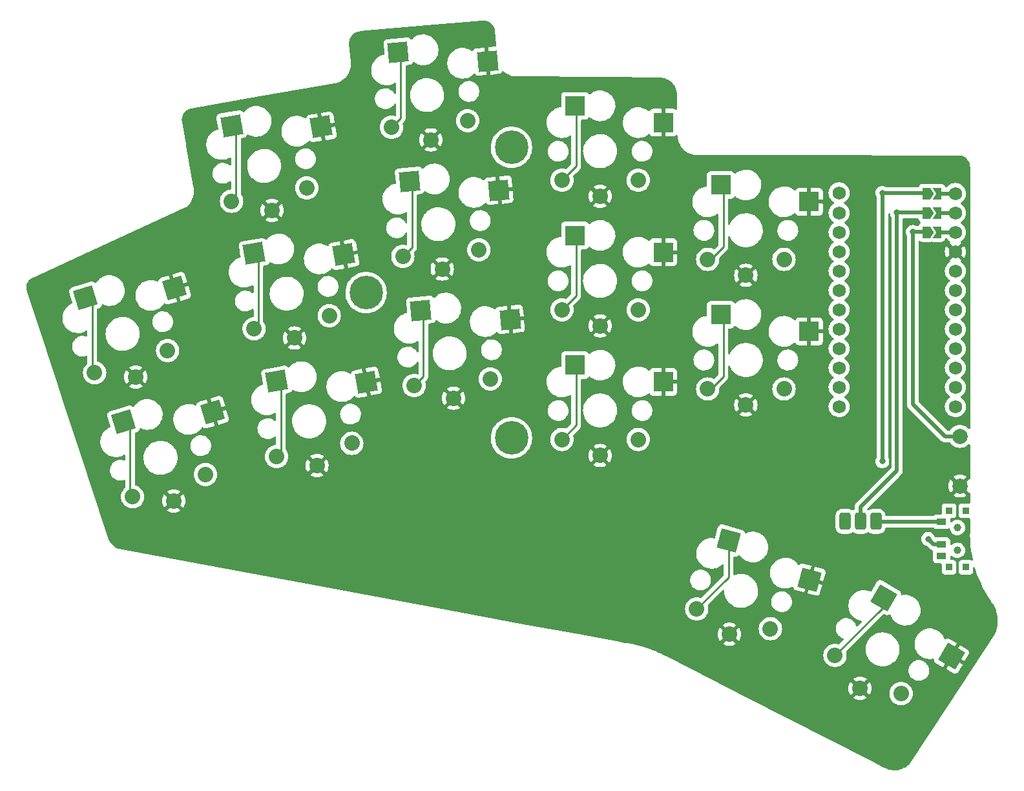
<source format=gbl>
%TF.GenerationSoftware,KiCad,Pcbnew,(6.0.4-0)*%
%TF.CreationDate,2022-05-02T18:10:47+02:00*%
%TF.ProjectId,battoota,62617474-6f6f-4746-912e-6b696361645f,v1.0.0*%
%TF.SameCoordinates,Original*%
%TF.FileFunction,Copper,L2,Bot*%
%TF.FilePolarity,Positive*%
%FSLAX46Y46*%
G04 Gerber Fmt 4.6, Leading zero omitted, Abs format (unit mm)*
G04 Created by KiCad (PCBNEW (6.0.4-0)) date 2022-05-02 18:10:47*
%MOMM*%
%LPD*%
G01*
G04 APERTURE LIST*
G04 Aperture macros list*
%AMRoundRect*
0 Rectangle with rounded corners*
0 $1 Rounding radius*
0 $2 $3 $4 $5 $6 $7 $8 $9 X,Y pos of 4 corners*
0 Add a 4 corners polygon primitive as box body*
4,1,4,$2,$3,$4,$5,$6,$7,$8,$9,$2,$3,0*
0 Add four circle primitives for the rounded corners*
1,1,$1+$1,$2,$3*
1,1,$1+$1,$4,$5*
1,1,$1+$1,$6,$7*
1,1,$1+$1,$8,$9*
0 Add four rect primitives between the rounded corners*
20,1,$1+$1,$2,$3,$4,$5,0*
20,1,$1+$1,$4,$5,$6,$7,0*
20,1,$1+$1,$6,$7,$8,$9,0*
20,1,$1+$1,$8,$9,$2,$3,0*%
%AMRotRect*
0 Rectangle, with rotation*
0 The origin of the aperture is its center*
0 $1 length*
0 $2 width*
0 $3 Rotation angle, in degrees counterclockwise*
0 Add horizontal line*
21,1,$1,$2,0,0,$3*%
%AMFreePoly0*
4,1,6,0.150000,0.000000,0.650000,-0.750000,-0.500000,-0.750000,-0.500000,0.750000,0.650000,0.750000,0.150000,0.000000,0.150000,0.000000,$1*%
%AMFreePoly1*
4,1,6,0.500000,-0.750000,-0.500000,-0.750000,-1.000000,0.000000,-0.500000,0.750000,0.500000,0.750000,0.500000,-0.750000,0.500000,-0.750000,$1*%
G04 Aperture macros list end*
%TA.AperFunction,ComponentPad*%
%ADD10C,4.400000*%
%TD*%
%TA.AperFunction,ComponentPad*%
%ADD11RoundRect,0.375000X-0.375000X-0.750000X0.375000X-0.750000X0.375000X0.750000X-0.375000X0.750000X0*%
%TD*%
%TA.AperFunction,ComponentPad*%
%ADD12C,2.000000*%
%TD*%
%TA.AperFunction,SMDPad,CuDef*%
%ADD13RotRect,2.600000X2.600000X10.000000*%
%TD*%
%TA.AperFunction,ComponentPad*%
%ADD14C,2.032000*%
%TD*%
%TA.AperFunction,SMDPad,CuDef*%
%ADD15RotRect,2.600000X2.600000X5.000000*%
%TD*%
%TA.AperFunction,SMDPad,CuDef*%
%ADD16R,2.600000X2.600000*%
%TD*%
%TA.AperFunction,SMDPad,CuDef*%
%ADD17RotRect,2.600000X2.600000X330.000000*%
%TD*%
%TA.AperFunction,SMDPad,CuDef*%
%ADD18R,0.900000X0.900000*%
%TD*%
%TA.AperFunction,WasherPad*%
%ADD19C,1.000000*%
%TD*%
%TA.AperFunction,SMDPad,CuDef*%
%ADD20R,1.250000X0.900000*%
%TD*%
%TA.AperFunction,SMDPad,CuDef*%
%ADD21RotRect,2.600000X2.600000X17.000000*%
%TD*%
%TA.AperFunction,SMDPad,CuDef*%
%ADD22RotRect,2.600000X2.600000X345.000000*%
%TD*%
%TA.AperFunction,ComponentPad*%
%ADD23C,1.752600*%
%TD*%
%TA.AperFunction,SMDPad,CuDef*%
%ADD24FreePoly0,180.000000*%
%TD*%
%TA.AperFunction,SMDPad,CuDef*%
%ADD25R,1.524000X0.500000*%
%TD*%
%TA.AperFunction,SMDPad,CuDef*%
%ADD26FreePoly1,180.000000*%
%TD*%
%TA.AperFunction,ViaPad*%
%ADD27C,0.800000*%
%TD*%
%TA.AperFunction,Conductor*%
%ADD28C,0.250000*%
%TD*%
%TA.AperFunction,Conductor*%
%ADD29C,0.500000*%
%TD*%
G04 APERTURE END LIST*
D10*
%TO.P,REF\u002A\u002A,1*%
%TO.N,N/C*%
X103797220Y107191427D03*
X103797220Y69091427D03*
X84747220Y88141427D03*
%TD*%
D11*
%TO.P,PAD1,1*%
%TO.N,Braw*%
X151545396Y58163682D03*
%TO.P,PAD1,2*%
%TO.N,Bgnd*%
X149545396Y58163682D03*
%TO.P,PAD1,3*%
%TO.N,Braw*%
X147545396Y58163682D03*
%TD*%
D12*
%TO.P,B1,1*%
%TO.N,RST*%
X162560000Y69290000D03*
%TO.P,B1,2*%
%TO.N,GND*%
X162560000Y62790000D03*
%TD*%
D13*
%TO.P,S11,1*%
%TO.N,P3*%
X67128658Y110035975D03*
%TO.P,S11,2*%
%TO.N,GND*%
X78885213Y109875035D03*
%TD*%
D14*
%TO.P,S34,1*%
%TO.N,P9*%
X146198518Y40569316D03*
X154858772Y35569316D03*
%TO.P,S34,2*%
%TO.N,GND*%
X149478645Y36250663D03*
X149478645Y36250663D03*
%TD*%
D15*
%TO.P,S15,1*%
%TO.N,P18*%
X90440529Y102756090D03*
%TO.P,S15,2*%
%TO.N,GND*%
X102138320Y101571111D03*
%TD*%
D16*
%TO.P,S21,1*%
%TO.N,P16*%
X112136087Y95636017D03*
%TO.P,S21,2*%
%TO.N,GND*%
X123686087Y93436017D03*
%TD*%
D14*
%TO.P,S8,1*%
%TO.N,P5*%
X73026972Y66651093D03*
X82875050Y68387574D03*
%TO.P,S8,2*%
%TO.N,GND*%
X78315672Y65451237D03*
X78315672Y65451237D03*
%TD*%
%TO.P,S14,1*%
%TO.N,P2*%
X91053509Y75957538D03*
X101015456Y76829096D03*
%TO.P,S14,2*%
%TO.N,GND*%
X96217510Y74301308D03*
X96217510Y74301308D03*
%TD*%
%TO.P,S20,1*%
%TO.N,P14*%
X120411087Y68886017D03*
X110411087Y68886017D03*
%TO.P,S20,2*%
%TO.N,GND*%
X115411087Y66786017D03*
X115411087Y66786017D03*
%TD*%
%TO.P,S28,1*%
%TO.N,P19*%
X129517334Y75510985D03*
X139517334Y75510985D03*
%TO.P,S28,2*%
%TO.N,GND*%
X134517334Y73410985D03*
X134517334Y73410985D03*
%TD*%
D16*
%TO.P,S29,1*%
%TO.N,P20*%
X131242334Y102260985D03*
%TO.P,S29,2*%
%TO.N,GND*%
X142792334Y100060985D03*
%TD*%
D17*
%TO.P,S33,1*%
%TO.N,P9*%
X152567412Y48150564D03*
%TO.P,S33,2*%
%TO.N,GND*%
X161470005Y40470308D03*
%TD*%
D13*
%TO.P,S7,1*%
%TO.N,P5*%
X73032696Y76552511D03*
%TO.P,S7,2*%
%TO.N,GND*%
X84789251Y76391571D03*
%TD*%
D18*
%TO.P,T2,*%
%TO.N,*%
X163342148Y52149495D03*
X163342148Y59549495D03*
X161142148Y52149495D03*
X161142148Y59549495D03*
D19*
X162242148Y57349495D03*
X162242148Y54349495D03*
D20*
%TO.P,T2,1*%
%TO.N,Braw*%
X160167148Y58099495D03*
%TO.P,T2,2*%
%TO.N,RAW*%
X160167148Y55099495D03*
%TO.P,T2,3*%
%TO.N,N/C*%
X160167148Y53599495D03*
%TD*%
D21*
%TO.P,S5,1*%
%TO.N,P6*%
X47970749Y87462459D03*
%TO.P,S5,2*%
%TO.N,GND*%
X59659287Y88735482D03*
%TD*%
D16*
%TO.P,S27,1*%
%TO.N,P19*%
X131242334Y85260985D03*
%TO.P,S27,2*%
%TO.N,GND*%
X142792334Y83060985D03*
%TD*%
D13*
%TO.P,S9,1*%
%TO.N,P4*%
X70080677Y93294243D03*
%TO.P,S9,2*%
%TO.N,GND*%
X81837232Y93133303D03*
%TD*%
D14*
%TO.P,S16,1*%
%TO.N,P18*%
X99533808Y93764406D03*
X89571861Y92892848D03*
%TO.P,S16,2*%
%TO.N,GND*%
X94735862Y91236618D03*
X94735862Y91236618D03*
%TD*%
%TO.P,S30,1*%
%TO.N,P20*%
X139517334Y92510985D03*
X129517334Y92510985D03*
%TO.P,S30,2*%
%TO.N,GND*%
X134517334Y90410985D03*
X134517334Y90410985D03*
%TD*%
D15*
%TO.P,S13,1*%
%TO.N,P2*%
X91922177Y85820780D03*
%TO.P,S13,2*%
%TO.N,GND*%
X103619968Y84635801D03*
%TD*%
D14*
%TO.P,S24,1*%
%TO.N,P10*%
X110411087Y102886017D03*
X120411087Y102886017D03*
%TO.P,S24,2*%
%TO.N,GND*%
X115411087Y100786017D03*
X115411087Y100786017D03*
%TD*%
D15*
%TO.P,S17,1*%
%TO.N,P15*%
X88958882Y119691400D03*
%TO.P,S17,2*%
%TO.N,GND*%
X100656673Y118506421D03*
%TD*%
D14*
%TO.P,S4,1*%
%TO.N,P7*%
X54142067Y61376965D03*
X63705114Y64300682D03*
%TO.P,S4,2*%
%TO.N,GND*%
X59537571Y60830584D03*
X59537571Y60830584D03*
%TD*%
%TO.P,S10,1*%
%TO.N,P4*%
X70074953Y83392825D03*
X79923031Y85129306D03*
%TO.P,S10,2*%
%TO.N,GND*%
X75363653Y82192969D03*
X75363653Y82192969D03*
%TD*%
%TO.P,S22,1*%
%TO.N,P16*%
X110411087Y85886017D03*
X120411087Y85886017D03*
%TO.P,S22,2*%
%TO.N,GND*%
X115411087Y83786017D03*
X115411087Y83786017D03*
%TD*%
D22*
%TO.P,S31,1*%
%TO.N,P8*%
X132267612Y55633629D03*
%TO.P,S31,2*%
%TO.N,GND*%
X142854654Y50519232D03*
%TD*%
D23*
%TO.P,MCU1,*%
%TO.N,*%
X161977213Y98602542D03*
D24*
X159643690Y98602542D03*
D23*
X161977213Y96062542D03*
D25*
X160593690Y101142542D03*
D23*
X146737213Y96062542D03*
D25*
X160593690Y98602542D03*
X160593690Y96062542D03*
D24*
X159643690Y96062542D03*
X159643690Y101142542D03*
D23*
X146737213Y101226288D03*
X161977213Y101142542D03*
X146737213Y98602542D03*
D26*
%TO.P,MCU1,1*%
%TO.N,RAW*%
X158193690Y101142542D03*
%TO.P,MCU1,2*%
%TO.N,Bgnd*%
X158193690Y98602542D03*
%TO.P,MCU1,3*%
%TO.N,RST*%
X158193690Y96062542D03*
D23*
%TO.P,MCU1,4*%
%TO.N,VCC*%
X146737213Y93522542D03*
%TO.P,MCU1,5*%
%TO.N,P21*%
X146737213Y90982542D03*
%TO.P,MCU1,6*%
%TO.N,P20*%
X146737213Y88442542D03*
%TO.P,MCU1,7*%
%TO.N,P19*%
X146737213Y85902542D03*
%TO.P,MCU1,8*%
%TO.N,P18*%
X146737213Y83362542D03*
%TO.P,MCU1,9*%
%TO.N,P15*%
X146737213Y80822542D03*
%TO.P,MCU1,10*%
%TO.N,P14*%
X146737213Y78282542D03*
%TO.P,MCU1,11*%
%TO.N,P16*%
X146737213Y75742542D03*
%TO.P,MCU1,12*%
%TO.N,P10*%
X146737213Y73202542D03*
%TO.P,MCU1,16*%
%TO.N,GND*%
X161977213Y93522542D03*
%TO.P,MCU1,17*%
%TO.N,P2*%
X161977213Y90982542D03*
%TO.P,MCU1,18*%
%TO.N,P3*%
X161977213Y88442542D03*
%TO.P,MCU1,19*%
%TO.N,P4*%
X161977213Y85902542D03*
%TO.P,MCU1,20*%
%TO.N,P5*%
X161977213Y83362542D03*
%TO.P,MCU1,21*%
%TO.N,P6*%
X161977213Y80822542D03*
%TO.P,MCU1,22*%
%TO.N,P7*%
X161977213Y78282542D03*
%TO.P,MCU1,23*%
%TO.N,P8*%
X161977213Y75742542D03*
%TO.P,MCU1,24*%
%TO.N,P9*%
X161977213Y73202542D03*
%TD*%
D21*
%TO.P,S3,1*%
%TO.N,P7*%
X52941068Y71205278D03*
%TO.P,S3,2*%
%TO.N,GND*%
X64629606Y72478301D03*
%TD*%
D14*
%TO.P,S32,1*%
%TO.N,P8*%
X137737163Y44074125D03*
X128077904Y46662315D03*
%TO.P,S32,2*%
%TO.N,GND*%
X132364014Y43339776D03*
X132364014Y43339776D03*
%TD*%
%TO.P,S12,1*%
%TO.N,P3*%
X76971012Y101871038D03*
X67122934Y100134557D03*
%TO.P,S12,2*%
%TO.N,GND*%
X72411634Y98934701D03*
X72411634Y98934701D03*
%TD*%
D16*
%TO.P,S23,1*%
%TO.N,P10*%
X112136087Y112636017D03*
%TO.P,S23,2*%
%TO.N,GND*%
X123686087Y110436017D03*
%TD*%
D14*
%TO.P,S6,1*%
%TO.N,P6*%
X49171748Y77634146D03*
X58734795Y80557863D03*
%TO.P,S6,2*%
%TO.N,GND*%
X54567252Y77087765D03*
X54567252Y77087765D03*
%TD*%
D16*
%TO.P,S19,1*%
%TO.N,P14*%
X112136087Y78636017D03*
%TO.P,S19,2*%
%TO.N,GND*%
X123686087Y76436017D03*
%TD*%
D14*
%TO.P,S18,1*%
%TO.N,P15*%
X88090214Y109828158D03*
X98052161Y110699716D03*
%TO.P,S18,2*%
%TO.N,GND*%
X93254215Y108171928D03*
X93254215Y108171928D03*
%TD*%
D27*
%TO.N,RAW*%
X158403261Y55849495D03*
X152400000Y66040000D03*
X152400000Y101213143D03*
%TO.N,RST*%
X156389782Y96106346D03*
%TO.N,Bgnd*%
X154304587Y98650426D03*
%TD*%
D28*
%TO.N,P6*%
X47655954Y88184596D02*
X48856953Y86983597D01*
X48856953Y86983597D02*
X48856953Y78356283D01*
%TO.N,P5*%
X73590450Y67214571D02*
X73026972Y66651093D01*
X73032696Y76552511D02*
X73590450Y75994757D01*
X73590450Y75994757D02*
X73590450Y67214571D01*
%TO.N,P4*%
X70638431Y83956303D02*
X70074953Y83392825D01*
X70638431Y92736489D02*
X70638431Y83956303D01*
X70080677Y93294243D02*
X70638431Y92736489D01*
%TO.N,P3*%
X67686412Y100698035D02*
X67122934Y100134557D01*
X67128658Y110035975D02*
X67686412Y109478221D01*
X67686412Y109478221D02*
X67686412Y100698035D01*
%TO.N,P2*%
X92270004Y77174033D02*
X91053509Y75957538D01*
X91922177Y85820780D02*
X92270004Y85472953D01*
X92270004Y85472953D02*
X92270004Y77174033D01*
%TO.N,P18*%
X90788356Y94109343D02*
X89571861Y92892848D01*
X90440529Y102756090D02*
X90788356Y102408263D01*
X90788356Y102408263D02*
X90788356Y94109343D01*
%TO.N,P15*%
X89306709Y111044653D02*
X88090214Y109828158D01*
X89306709Y119343573D02*
X89306709Y111044653D01*
X88958882Y119691400D02*
X89306709Y119343573D01*
%TO.N,P14*%
X112285608Y79029475D02*
X112285608Y70760538D01*
X112285608Y70760538D02*
X110411087Y68886017D01*
%TO.N,P16*%
X112285608Y96029475D02*
X112285608Y87760538D01*
X112285608Y87760538D02*
X110411087Y85886017D01*
%TO.N,P10*%
X112285608Y104760538D02*
X110411087Y102886017D01*
X112285608Y113029475D02*
X112285608Y104760538D01*
%TO.N,P19*%
X131572000Y77134241D02*
X129377759Y74940000D01*
X131572000Y84220759D02*
X131572000Y77134241D01*
X131102759Y84690000D02*
X131572000Y84220759D01*
%TO.N,P20*%
X131572000Y101220759D02*
X131572000Y94134241D01*
X129948744Y92510985D02*
X129517334Y92510985D01*
X131572000Y94134241D02*
X129948744Y92510985D01*
X131102759Y101690000D02*
X131572000Y101220759D01*
%TO.N,P7*%
X52626273Y71927415D02*
X53827272Y70726416D01*
X53827272Y70726416D02*
X53827272Y62099102D01*
%TO.N,P8*%
X132267612Y55633629D02*
X132267612Y50852023D01*
X132267612Y50852023D02*
X128077904Y46662315D01*
%TO.N,P9*%
X152567412Y46938210D02*
X146198518Y40569316D01*
X152567412Y48150564D02*
X152567412Y46938210D01*
D29*
%TO.N,RAW*%
X152400000Y101213143D02*
X152426699Y101186444D01*
X158403261Y55849495D02*
X159153261Y55099495D01*
X159153261Y55099495D02*
X160167148Y55099495D01*
X152400000Y101213143D02*
X152400000Y66040000D01*
X152426699Y101186444D02*
X158168242Y101186444D01*
%TO.N,RST*%
X156389782Y73500449D02*
X160600231Y69290000D01*
X156389782Y96106346D02*
X156389880Y96106444D01*
X160600231Y69290000D02*
X162560000Y69290000D01*
X156389782Y96106346D02*
X156389782Y73500449D01*
X156389880Y96106444D02*
X158168242Y96106444D01*
%TO.N,Braw*%
X151609583Y58099495D02*
X151545396Y58163682D01*
X160167148Y58099495D02*
X151609583Y58099495D01*
%TO.N,Bgnd*%
X154329345Y98675184D02*
X154329345Y64825511D01*
X149545396Y60041562D02*
X149545396Y58163682D01*
X154329345Y64825511D02*
X149545396Y60041562D01*
X154304587Y98650426D02*
X154329345Y98675184D01*
X154329345Y98675184D02*
X158139502Y98675184D01*
%TD*%
%TA.AperFunction,Conductor*%
%TO.N,GND*%
G36*
X100238520Y123814579D02*
G01*
X100431736Y123789922D01*
X100449359Y123786380D01*
X100637100Y123734476D01*
X100654041Y123728462D01*
X100718715Y123700159D01*
X100832489Y123650368D01*
X100848397Y123642006D01*
X101013917Y123539306D01*
X101028471Y123528767D01*
X101177687Y123403563D01*
X101190594Y123391060D01*
X101320478Y123245888D01*
X101331477Y123231670D01*
X101367354Y123177747D01*
X101439372Y123069501D01*
X101448236Y123053863D01*
X101459807Y123029556D01*
X101531955Y122877988D01*
X101538504Y122861246D01*
X101596340Y122675249D01*
X101600440Y122657745D01*
X101626064Y122497613D01*
X101626917Y122478990D01*
X101627498Y122471258D01*
X101626896Y122462305D01*
X101628830Y122453546D01*
X101628830Y122453545D01*
X101634823Y122426404D01*
X101637123Y122412152D01*
X101813953Y120695508D01*
X101828705Y120552294D01*
X101815788Y120482482D01*
X101767179Y120430736D01*
X101714350Y120413862D01*
X100770177Y120331257D01*
X100755384Y120325470D01*
X100754304Y120323979D01*
X100753310Y120316184D01*
X100887569Y118781592D01*
X101065705Y116745487D01*
X101071492Y116730694D01*
X101072983Y116729614D01*
X101080778Y116728620D01*
X102153814Y116822499D01*
X102160555Y116823459D01*
X102210751Y116833396D01*
X102225634Y116838340D01*
X102341690Y116893821D01*
X102356473Y116903680D01*
X102451498Y116988790D01*
X102462916Y117002398D01*
X102530230Y117110755D01*
X102537375Y117127031D01*
X102545097Y117154782D01*
X102582628Y117215047D01*
X102646784Y117245454D01*
X102717194Y117236349D01*
X102751611Y117213899D01*
X102833379Y117138970D01*
X102920524Y117059113D01*
X102923435Y117057001D01*
X103149561Y116892935D01*
X103149569Y116892930D01*
X103152477Y116890820D01*
X103402086Y116750035D01*
X103405385Y116748643D01*
X103405394Y116748638D01*
X103662787Y116639989D01*
X103662792Y116639987D01*
X103666102Y116638590D01*
X103941092Y116557933D01*
X103944641Y116557319D01*
X103944643Y116557319D01*
X104219929Y116509728D01*
X104219935Y116509727D01*
X104223477Y116509115D01*
X104321192Y116503533D01*
X104474877Y116494753D01*
X104488591Y116493213D01*
X104497033Y116491792D01*
X104503365Y116491715D01*
X104504720Y116491698D01*
X104504724Y116491698D01*
X104509585Y116491639D01*
X104514397Y116492328D01*
X104514411Y116492329D01*
X104534441Y116495198D01*
X104553401Y116496466D01*
X115753326Y116398649D01*
X123372386Y116332106D01*
X123387550Y116330372D01*
X123395813Y116329736D01*
X123404571Y116327786D01*
X123413522Y116328372D01*
X123413526Y116328372D01*
X123421215Y116328876D01*
X123445614Y116328105D01*
X123633756Y116303768D01*
X123683413Y116297345D01*
X123699240Y116294257D01*
X123797581Y116268443D01*
X123955965Y116226868D01*
X123956936Y116226613D01*
X123972238Y116221530D01*
X124219191Y116121527D01*
X124233719Y116114531D01*
X124256865Y116101498D01*
X124465888Y115983803D01*
X124479396Y115975012D01*
X124691191Y115817029D01*
X124692953Y115815715D01*
X124705235Y115805267D01*
X124896707Y115619992D01*
X124907554Y115608060D01*
X125073790Y115399857D01*
X125083024Y115386638D01*
X125221316Y115158897D01*
X125228786Y115144607D01*
X125336854Y114901083D01*
X125342438Y114885956D01*
X125418520Y114630625D01*
X125422127Y114614910D01*
X125436093Y114529211D01*
X125464100Y114357348D01*
X125464982Y114351935D01*
X125466550Y114335891D01*
X125468017Y114292098D01*
X125474333Y114103449D01*
X125472498Y114079268D01*
X125472392Y114076789D01*
X125470741Y114067967D01*
X125471633Y114059032D01*
X125475503Y114020248D01*
X125476102Y114010194D01*
X125510801Y112231981D01*
X125492132Y112163483D01*
X125439393Y112115952D01*
X125369330Y112104479D01*
X125309260Y112128697D01*
X125239735Y112180803D01*
X125224141Y112189341D01*
X125103693Y112234495D01*
X125088438Y112238122D01*
X125037573Y112243648D01*
X125030759Y112244017D01*
X123958202Y112244017D01*
X123942963Y112239542D01*
X123941758Y112238152D01*
X123940087Y112230469D01*
X123940087Y108646133D01*
X123944562Y108630894D01*
X123945952Y108629689D01*
X123953635Y108628018D01*
X125030756Y108628018D01*
X125037577Y108628388D01*
X125088439Y108633912D01*
X125103691Y108637538D01*
X125224141Y108682693D01*
X125239736Y108691231D01*
X125341811Y108767732D01*
X125359501Y108785422D01*
X125421813Y108819448D01*
X125492628Y108814383D01*
X125549464Y108771836D01*
X125574582Y108698214D01*
X125574713Y108689468D01*
X125575533Y108684669D01*
X125575586Y108684099D01*
X125576791Y108674682D01*
X125591786Y108499695D01*
X125601392Y108387599D01*
X125662248Y108090777D01*
X125757260Y107803062D01*
X125885137Y107528372D01*
X126044137Y107270445D01*
X126046416Y107267564D01*
X126046417Y107267562D01*
X126211850Y107058392D01*
X126232096Y107032793D01*
X126336814Y106928181D01*
X126370604Y106894425D01*
X126446455Y106818650D01*
X126449334Y106816377D01*
X126449336Y106816376D01*
X126681419Y106633203D01*
X126681424Y106633199D01*
X126684297Y106630932D01*
X126942384Y106472193D01*
X127025595Y106433558D01*
X127213865Y106346144D01*
X127213869Y106346142D01*
X127217204Y106344594D01*
X127220688Y106343447D01*
X127220694Y106343445D01*
X127501528Y106251019D01*
X127501533Y106251018D01*
X127505014Y106249872D01*
X127508610Y106249139D01*
X127508612Y106249138D01*
X127798303Y106190050D01*
X127798307Y106190049D01*
X127801898Y106189317D01*
X128071627Y106166478D01*
X128085128Y106164594D01*
X128091249Y106163399D01*
X128096114Y106163212D01*
X128096118Y106163212D01*
X128098004Y106163140D01*
X128103793Y106162918D01*
X128139402Y106167072D01*
X128154169Y106167921D01*
X139794304Y106151953D01*
X162372179Y106120981D01*
X162387163Y106120066D01*
X162413289Y106116900D01*
X162413292Y106116900D01*
X162422205Y106115820D01*
X162431063Y106117285D01*
X162431069Y106117285D01*
X162436942Y106118256D01*
X162462558Y106119842D01*
X162574277Y106115350D01*
X162629882Y106113114D01*
X162648399Y106110989D01*
X162837408Y106074972D01*
X162855403Y106070140D01*
X163037020Y106006627D01*
X163054112Y105999189D01*
X163106083Y105971833D01*
X163224362Y105909574D01*
X163240173Y105899693D01*
X163395338Y105785933D01*
X163409517Y105773827D01*
X163451142Y105732588D01*
X163546197Y105638414D01*
X163558429Y105624355D01*
X163673630Y105470255D01*
X163683649Y105454551D01*
X163774855Y105285126D01*
X163782449Y105268112D01*
X163847653Y105087087D01*
X163852652Y105069138D01*
X163890351Y104880862D01*
X163890427Y104880483D01*
X163892724Y104861986D01*
X163899736Y104720473D01*
X163900668Y104701658D01*
X163899567Y104684689D01*
X163899632Y104684687D01*
X163899302Y104675716D01*
X163897704Y104666884D01*
X163900563Y104639884D01*
X163901886Y104627383D01*
X163902586Y104614117D01*
X163902587Y87304293D01*
X163902587Y70382313D01*
X163882585Y70314192D01*
X163828929Y70267699D01*
X163758655Y70257595D01*
X163694075Y70287089D01*
X163680776Y70300482D01*
X163633177Y70356213D01*
X163629969Y70359969D01*
X163449416Y70514176D01*
X163445208Y70516755D01*
X163445202Y70516759D01*
X163251183Y70635654D01*
X163246963Y70638240D01*
X163242393Y70640133D01*
X163242389Y70640135D01*
X163032167Y70727211D01*
X163032165Y70727212D01*
X163027594Y70729105D01*
X162947337Y70748373D01*
X162801524Y70783380D01*
X162801518Y70783381D01*
X162796711Y70784535D01*
X162560000Y70803165D01*
X162323289Y70784535D01*
X162318482Y70783381D01*
X162318476Y70783380D01*
X162172663Y70748373D01*
X162092406Y70729105D01*
X162087835Y70727212D01*
X162087833Y70727211D01*
X161877611Y70640135D01*
X161877607Y70640133D01*
X161873037Y70638240D01*
X161868817Y70635654D01*
X161674798Y70516759D01*
X161674792Y70516755D01*
X161670584Y70514176D01*
X161490031Y70359969D01*
X161486823Y70356213D01*
X161339037Y70183178D01*
X161335824Y70179416D01*
X161292934Y70109426D01*
X161292467Y70108664D01*
X161239819Y70061033D01*
X161185035Y70048500D01*
X160966602Y70048500D01*
X160898481Y70068502D01*
X160877507Y70085405D01*
X157726420Y73236492D01*
X160588082Y73236492D01*
X160588379Y73231340D01*
X160588379Y73231336D01*
X160591943Y73169533D01*
X160601190Y73009155D01*
X160602325Y73004118D01*
X160602326Y73004112D01*
X160644194Y72818329D01*
X160651252Y72787011D01*
X160653196Y72782225D01*
X160653197Y72782220D01*
X160725769Y72603499D01*
X160736924Y72576027D01*
X160855905Y72381868D01*
X161004999Y72209749D01*
X161140900Y72096922D01*
X161162012Y72079395D01*
X161180202Y72064293D01*
X161184654Y72061691D01*
X161184659Y72061688D01*
X161353880Y71962803D01*
X161376810Y71949404D01*
X161589542Y71868170D01*
X161594608Y71867139D01*
X161594609Y71867139D01*
X161619559Y71862063D01*
X161812685Y71822771D01*
X161940501Y71818084D01*
X162035083Y71814615D01*
X162035088Y71814615D01*
X162040247Y71814426D01*
X162045367Y71815082D01*
X162045369Y71815082D01*
X162119807Y71824618D01*
X162266116Y71843361D01*
X162271065Y71844846D01*
X162271071Y71844847D01*
X162410676Y71886731D01*
X162484226Y71908797D01*
X162688720Y72008978D01*
X162692924Y72011976D01*
X162692928Y72011979D01*
X162799728Y72088159D01*
X162874106Y72141212D01*
X163035406Y72301950D01*
X163066170Y72344762D01*
X163165268Y72482673D01*
X163168286Y72486873D01*
X163180283Y72511146D01*
X163266886Y72686374D01*
X163266887Y72686376D01*
X163269180Y72691016D01*
X163323885Y72871070D01*
X163333875Y72903952D01*
X163333875Y72903953D01*
X163335377Y72908896D01*
X163338684Y72934014D01*
X163364663Y73131341D01*
X163364664Y73131348D01*
X163365100Y73134663D01*
X163365891Y73167029D01*
X163366677Y73199177D01*
X163366677Y73199182D01*
X163366759Y73202542D01*
X163358977Y73297200D01*
X163348524Y73424340D01*
X163348523Y73424346D01*
X163348100Y73429491D01*
X163311339Y73575843D01*
X163293885Y73645334D01*
X163293884Y73645338D01*
X163292626Y73650345D01*
X163288395Y73660076D01*
X163203885Y73854436D01*
X163203883Y73854439D01*
X163201825Y73859173D01*
X163108633Y74003226D01*
X163080944Y74046027D01*
X163080942Y74046030D01*
X163078136Y74050367D01*
X162924881Y74218792D01*
X162746176Y74359924D01*
X162739548Y74363583D01*
X162738864Y74364273D01*
X162737344Y74365283D01*
X162737552Y74365597D01*
X162689576Y74414009D01*
X162674798Y74483451D01*
X162699909Y74549858D01*
X162727267Y74576473D01*
X162869902Y74678213D01*
X162869904Y74678215D01*
X162874106Y74681212D01*
X163035406Y74841950D01*
X163044804Y74855028D01*
X163165268Y75022673D01*
X163168286Y75026873D01*
X163171644Y75033666D01*
X163266886Y75226374D01*
X163266887Y75226376D01*
X163269180Y75231016D01*
X163335377Y75448896D01*
X163343551Y75510985D01*
X163364663Y75671341D01*
X163364664Y75671348D01*
X163365100Y75674663D01*
X163366167Y75718316D01*
X163366677Y75739177D01*
X163366677Y75739182D01*
X163366759Y75742542D01*
X163354739Y75888746D01*
X163348524Y75964340D01*
X163348523Y75964346D01*
X163348100Y75969491D01*
X163313983Y76105320D01*
X163293885Y76185334D01*
X163293884Y76185338D01*
X163292626Y76190345D01*
X163282334Y76214016D01*
X163203885Y76394436D01*
X163203883Y76394439D01*
X163201825Y76399173D01*
X163102421Y76552828D01*
X163080944Y76586027D01*
X163080942Y76586030D01*
X163078136Y76590367D01*
X162924881Y76758792D01*
X162746176Y76899924D01*
X162739548Y76903583D01*
X162738864Y76904273D01*
X162737344Y76905283D01*
X162737552Y76905597D01*
X162689576Y76954009D01*
X162674798Y77023451D01*
X162699909Y77089858D01*
X162727267Y77116473D01*
X162869902Y77218213D01*
X162869904Y77218215D01*
X162874106Y77221212D01*
X163035406Y77381950D01*
X163063111Y77420505D01*
X163165268Y77562673D01*
X163168286Y77566873D01*
X163190824Y77612474D01*
X163266886Y77766374D01*
X163266887Y77766376D01*
X163269180Y77771016D01*
X163330025Y77971281D01*
X163333875Y77983952D01*
X163333875Y77983953D01*
X163335377Y77988896D01*
X163336259Y77995596D01*
X163364663Y78211341D01*
X163364664Y78211348D01*
X163365100Y78214663D01*
X163365777Y78242345D01*
X163366677Y78279177D01*
X163366677Y78279182D01*
X163366759Y78282542D01*
X163358408Y78384111D01*
X163348524Y78504340D01*
X163348523Y78504346D01*
X163348100Y78509491D01*
X163315340Y78639914D01*
X163293885Y78725334D01*
X163293884Y78725338D01*
X163292626Y78730345D01*
X163285271Y78747260D01*
X163203885Y78934436D01*
X163203883Y78934439D01*
X163201825Y78939173D01*
X163106437Y79086621D01*
X163080944Y79126027D01*
X163080942Y79126030D01*
X163078136Y79130367D01*
X162924881Y79298792D01*
X162746176Y79439924D01*
X162739548Y79443583D01*
X162738864Y79444273D01*
X162737344Y79445283D01*
X162737552Y79445597D01*
X162689576Y79494009D01*
X162674798Y79563451D01*
X162699909Y79629858D01*
X162727267Y79656473D01*
X162869902Y79758213D01*
X162869904Y79758215D01*
X162874106Y79761212D01*
X163035406Y79921950D01*
X163168286Y80106873D01*
X163172453Y80115303D01*
X163266886Y80306374D01*
X163266887Y80306376D01*
X163269180Y80311016D01*
X163328733Y80507027D01*
X163333875Y80523952D01*
X163333875Y80523953D01*
X163335377Y80528896D01*
X163340976Y80571426D01*
X163364663Y80751341D01*
X163364664Y80751348D01*
X163365100Y80754663D01*
X163366137Y80797085D01*
X163366677Y80819177D01*
X163366677Y80819182D01*
X163366759Y80822542D01*
X163358878Y80918395D01*
X163348524Y81044340D01*
X163348523Y81044346D01*
X163348100Y81049491D01*
X163297206Y81252112D01*
X163293885Y81265334D01*
X163293884Y81265338D01*
X163292626Y81270345D01*
X163286001Y81285581D01*
X163203885Y81474436D01*
X163203883Y81474439D01*
X163201825Y81479173D01*
X163096977Y81641244D01*
X163080944Y81666027D01*
X163080942Y81666030D01*
X163078136Y81670367D01*
X162924881Y81838792D01*
X162746176Y81979924D01*
X162739548Y81983583D01*
X162738864Y81984273D01*
X162737344Y81985283D01*
X162737552Y81985597D01*
X162689576Y82034009D01*
X162674798Y82103451D01*
X162699909Y82169858D01*
X162727267Y82196473D01*
X162869902Y82298213D01*
X162869904Y82298215D01*
X162874106Y82301212D01*
X163035406Y82461950D01*
X163047975Y82479441D01*
X163165268Y82642673D01*
X163168286Y82646873D01*
X163179687Y82669940D01*
X163266886Y82846374D01*
X163266887Y82846376D01*
X163269180Y82851016D01*
X163330653Y83053347D01*
X163333875Y83063952D01*
X163333875Y83063953D01*
X163335377Y83068896D01*
X163337863Y83087776D01*
X163364663Y83291341D01*
X163364664Y83291348D01*
X163365100Y83294663D01*
X163365928Y83328533D01*
X163366677Y83359177D01*
X163366677Y83359182D01*
X163366759Y83362542D01*
X163356981Y83481469D01*
X163348524Y83584340D01*
X163348523Y83584346D01*
X163348100Y83589491D01*
X163299975Y83781087D01*
X163293885Y83805334D01*
X163293884Y83805338D01*
X163292626Y83810345D01*
X163290567Y83815081D01*
X163203885Y84014436D01*
X163203883Y84014439D01*
X163201825Y84019173D01*
X163116914Y84150425D01*
X163080944Y84206027D01*
X163080942Y84206030D01*
X163078136Y84210367D01*
X162924881Y84378792D01*
X162746176Y84519924D01*
X162739548Y84523583D01*
X162738864Y84524273D01*
X162737344Y84525283D01*
X162737552Y84525597D01*
X162689576Y84574009D01*
X162674798Y84643451D01*
X162699909Y84709858D01*
X162727267Y84736473D01*
X162869902Y84838213D01*
X162869904Y84838215D01*
X162874106Y84841212D01*
X163035406Y85001950D01*
X163051075Y85023755D01*
X163165268Y85182673D01*
X163168286Y85186873D01*
X163170706Y85191768D01*
X163266886Y85386374D01*
X163266887Y85386376D01*
X163269180Y85391016D01*
X163335377Y85608896D01*
X163337479Y85624860D01*
X163364663Y85831341D01*
X163364664Y85831348D01*
X163365100Y85834663D01*
X163365626Y85856169D01*
X163366677Y85899177D01*
X163366677Y85899182D01*
X163366759Y85902542D01*
X163357170Y86019178D01*
X163348524Y86124340D01*
X163348523Y86124346D01*
X163348100Y86129491D01*
X163313388Y86267687D01*
X163293885Y86345334D01*
X163293884Y86345338D01*
X163292626Y86350345D01*
X163289050Y86358570D01*
X163203885Y86554436D01*
X163203883Y86554439D01*
X163201825Y86559173D01*
X163100952Y86715099D01*
X163080944Y86746027D01*
X163080942Y86746030D01*
X163078136Y86750367D01*
X162924881Y86918792D01*
X162746176Y87059924D01*
X162739548Y87063583D01*
X162738864Y87064273D01*
X162737344Y87065283D01*
X162737552Y87065597D01*
X162689576Y87114009D01*
X162674798Y87183451D01*
X162699909Y87249858D01*
X162727267Y87276473D01*
X162869902Y87378213D01*
X162869904Y87378215D01*
X162874106Y87381212D01*
X163035406Y87541950D01*
X163046479Y87557359D01*
X163165268Y87722673D01*
X163168286Y87726873D01*
X163170952Y87732266D01*
X163266886Y87926374D01*
X163266887Y87926376D01*
X163269180Y87931016D01*
X163335377Y88148896D01*
X163336722Y88159114D01*
X163364663Y88371341D01*
X163364664Y88371348D01*
X163365100Y88374663D01*
X163365182Y88378015D01*
X163366677Y88439177D01*
X163366677Y88439182D01*
X163366759Y88442542D01*
X163357241Y88558311D01*
X163348524Y88664340D01*
X163348523Y88664346D01*
X163348100Y88669491D01*
X163319841Y88781995D01*
X163293885Y88885334D01*
X163293884Y88885338D01*
X163292626Y88890345D01*
X163290567Y88895081D01*
X163203885Y89094436D01*
X163203883Y89094439D01*
X163201825Y89099173D01*
X163078136Y89290367D01*
X162924881Y89458792D01*
X162746176Y89599924D01*
X162739548Y89603583D01*
X162738864Y89604273D01*
X162737344Y89605283D01*
X162737552Y89605597D01*
X162689576Y89654009D01*
X162674798Y89723451D01*
X162699909Y89789858D01*
X162727267Y89816473D01*
X162869902Y89918213D01*
X162869904Y89918215D01*
X162874106Y89921212D01*
X163035406Y90081950D01*
X163102947Y90175943D01*
X163165268Y90262673D01*
X163168286Y90266873D01*
X163178569Y90287678D01*
X163266886Y90466374D01*
X163266887Y90466376D01*
X163269180Y90471016D01*
X163335377Y90688896D01*
X163336052Y90694022D01*
X163364663Y90911341D01*
X163364664Y90911348D01*
X163365100Y90914663D01*
X163366523Y90972870D01*
X163366677Y90979177D01*
X163366677Y90979182D01*
X163366759Y90982542D01*
X163357331Y91097218D01*
X163348524Y91204340D01*
X163348523Y91204346D01*
X163348100Y91209491D01*
X163311280Y91356078D01*
X163293885Y91425334D01*
X163293884Y91425338D01*
X163292626Y91430345D01*
X163290567Y91435081D01*
X163203885Y91634436D01*
X163203883Y91634439D01*
X163201825Y91639173D01*
X163090322Y91811530D01*
X163080944Y91826027D01*
X163080942Y91826030D01*
X163078136Y91830367D01*
X162924881Y91998792D01*
X162746176Y92139924D01*
X162739062Y92143851D01*
X162738219Y92144702D01*
X162737344Y92145283D01*
X162737464Y92145464D01*
X162689089Y92194281D01*
X162674313Y92263723D01*
X162699427Y92330129D01*
X162726781Y92356740D01*
X162745316Y92369961D01*
X162753717Y92380661D01*
X162746728Y92393817D01*
X161990025Y93150520D01*
X161976081Y93158134D01*
X161974248Y93158003D01*
X161967633Y93153752D01*
X161204723Y92390842D01*
X161197963Y92378462D01*
X161203244Y92371408D01*
X161217911Y92362837D01*
X161266635Y92311199D01*
X161279706Y92241416D01*
X161252975Y92175644D01*
X161229994Y92153289D01*
X161060027Y92025674D01*
X161054657Y92021642D01*
X161051085Y92017904D01*
X160929880Y91891070D01*
X160897333Y91857012D01*
X160894419Y91852740D01*
X160894418Y91852739D01*
X160853280Y91792432D01*
X160769010Y91668897D01*
X160673134Y91462350D01*
X160671752Y91457368D01*
X160671752Y91457367D01*
X160664258Y91430345D01*
X160612280Y91242917D01*
X160588082Y91016492D01*
X160588379Y91011340D01*
X160588379Y91011336D01*
X160592576Y90938554D01*
X160601190Y90789155D01*
X160602325Y90784118D01*
X160602326Y90784112D01*
X160646455Y90588296D01*
X160651252Y90567011D01*
X160653196Y90562225D01*
X160653197Y90562220D01*
X160730075Y90372894D01*
X160736924Y90356027D01*
X160855905Y90161868D01*
X161004999Y89989749D01*
X161091165Y89918213D01*
X161170576Y89852285D01*
X161180202Y89844293D01*
X161184653Y89841692D01*
X161184663Y89841685D01*
X161217479Y89822509D01*
X161266202Y89770870D01*
X161279272Y89701087D01*
X161252539Y89635315D01*
X161229566Y89612967D01*
X161054657Y89481642D01*
X161019640Y89444999D01*
X160957336Y89379801D01*
X160897333Y89317012D01*
X160894419Y89312740D01*
X160894418Y89312739D01*
X160856034Y89256470D01*
X160769010Y89128897D01*
X160673134Y88922350D01*
X160671752Y88917368D01*
X160671752Y88917367D01*
X160666787Y88899463D01*
X160612280Y88702917D01*
X160588082Y88476492D01*
X160588379Y88471340D01*
X160588379Y88471336D01*
X160592050Y88407670D01*
X160601190Y88249155D01*
X160602325Y88244118D01*
X160602326Y88244112D01*
X160647012Y88045824D01*
X160651252Y88027011D01*
X160653196Y88022225D01*
X160653197Y88022220D01*
X160712859Y87875291D01*
X160736924Y87816027D01*
X160801481Y87710680D01*
X160842949Y87643011D01*
X160855905Y87621868D01*
X161004999Y87449749D01*
X161180202Y87304293D01*
X161184653Y87301692D01*
X161184663Y87301685D01*
X161217479Y87282509D01*
X161266202Y87230870D01*
X161279272Y87161087D01*
X161252539Y87095315D01*
X161229566Y87072967D01*
X161054657Y86941642D01*
X161051085Y86937904D01*
X160924970Y86805932D01*
X160897333Y86777012D01*
X160894419Y86772740D01*
X160894418Y86772739D01*
X160860274Y86722685D01*
X160769010Y86588897D01*
X160673134Y86382350D01*
X160671752Y86377368D01*
X160671752Y86377367D01*
X160660169Y86335601D01*
X160612280Y86162917D01*
X160588082Y85936492D01*
X160588379Y85931340D01*
X160588379Y85931336D01*
X160591372Y85879430D01*
X160601190Y85709155D01*
X160602325Y85704118D01*
X160602326Y85704112D01*
X160649263Y85495837D01*
X160651252Y85487011D01*
X160653196Y85482225D01*
X160653197Y85482220D01*
X160720652Y85316099D01*
X160736924Y85276027D01*
X160855905Y85081868D01*
X161004999Y84909749D01*
X161131533Y84804699D01*
X161172708Y84770515D01*
X161180202Y84764293D01*
X161184653Y84761692D01*
X161184663Y84761685D01*
X161217479Y84742509D01*
X161266202Y84690870D01*
X161279272Y84621087D01*
X161252539Y84555315D01*
X161229566Y84532967D01*
X161054657Y84401642D01*
X161036313Y84382446D01*
X160924432Y84265369D01*
X160897333Y84237012D01*
X160894419Y84232740D01*
X160894418Y84232739D01*
X160837164Y84148808D01*
X160769010Y84048897D01*
X160673134Y83842350D01*
X160671752Y83837368D01*
X160671752Y83837367D01*
X160649203Y83756057D01*
X160612280Y83622917D01*
X160588082Y83396492D01*
X160588379Y83391340D01*
X160588379Y83391336D01*
X160592171Y83325576D01*
X160601190Y83169155D01*
X160602325Y83164118D01*
X160602326Y83164112D01*
X160650114Y82952060D01*
X160651252Y82947011D01*
X160653196Y82942225D01*
X160653197Y82942220D01*
X160734980Y82740814D01*
X160736924Y82736027D01*
X160855905Y82541868D01*
X161004999Y82369749D01*
X161091165Y82298213D01*
X161168385Y82234104D01*
X161180202Y82224293D01*
X161184653Y82221692D01*
X161184663Y82221685D01*
X161217479Y82202509D01*
X161266202Y82150870D01*
X161279272Y82081087D01*
X161252539Y82015315D01*
X161229566Y81992967D01*
X161054657Y81861642D01*
X161015768Y81820947D01*
X160901218Y81701077D01*
X160897333Y81697012D01*
X160894419Y81692740D01*
X160894418Y81692739D01*
X160860747Y81643379D01*
X160769010Y81508897D01*
X160673134Y81302350D01*
X160671752Y81297368D01*
X160671752Y81297367D01*
X160667838Y81283254D01*
X160612280Y81082917D01*
X160588082Y80856492D01*
X160588379Y80851340D01*
X160588379Y80851336D01*
X160590235Y80819151D01*
X160601190Y80629155D01*
X160602325Y80624118D01*
X160602326Y80624112D01*
X160647641Y80423033D01*
X160651252Y80407011D01*
X160653196Y80402225D01*
X160653197Y80402220D01*
X160727722Y80218689D01*
X160736924Y80196027D01*
X160791558Y80106873D01*
X160836093Y80034199D01*
X160855905Y80001868D01*
X161004999Y79829749D01*
X161180202Y79684293D01*
X161184653Y79681692D01*
X161184663Y79681685D01*
X161217479Y79662509D01*
X161266202Y79610870D01*
X161279272Y79541087D01*
X161252539Y79475315D01*
X161229566Y79452967D01*
X161054657Y79321642D01*
X160897333Y79157012D01*
X160894419Y79152740D01*
X160894418Y79152739D01*
X160853584Y79092878D01*
X160769010Y78968897D01*
X160673134Y78762350D01*
X160671752Y78757368D01*
X160671752Y78757367D01*
X160660131Y78715464D01*
X160612280Y78542917D01*
X160588082Y78316492D01*
X160588379Y78311340D01*
X160588379Y78311336D01*
X160590367Y78276863D01*
X160601190Y78089155D01*
X160602325Y78084118D01*
X160602326Y78084112D01*
X160649819Y77873368D01*
X160651252Y77867011D01*
X160653196Y77862225D01*
X160653197Y77862220D01*
X160734413Y77662210D01*
X160736924Y77656027D01*
X160855905Y77461868D01*
X161004999Y77289749D01*
X161091165Y77218213D01*
X161160999Y77160236D01*
X161180202Y77144293D01*
X161184653Y77141692D01*
X161184663Y77141685D01*
X161217479Y77122509D01*
X161266202Y77070870D01*
X161279272Y77001087D01*
X161252539Y76935315D01*
X161229566Y76912967D01*
X161054657Y76781642D01*
X161025121Y76750734D01*
X160921116Y76641899D01*
X160897333Y76617012D01*
X160894419Y76612740D01*
X160894418Y76612739D01*
X160870112Y76577108D01*
X160769010Y76428897D01*
X160673134Y76222350D01*
X160671752Y76217368D01*
X160671752Y76217367D01*
X160658096Y76168124D01*
X160612280Y76002917D01*
X160588082Y75776492D01*
X160588379Y75771340D01*
X160588379Y75771336D01*
X160590863Y75728258D01*
X160601190Y75549155D01*
X160602325Y75544118D01*
X160602326Y75544112D01*
X160649274Y75335786D01*
X160651252Y75327011D01*
X160653196Y75322225D01*
X160653197Y75322220D01*
X160732431Y75127091D01*
X160736924Y75116027D01*
X160794132Y75022673D01*
X160845217Y74939310D01*
X160855905Y74921868D01*
X161004999Y74749749D01*
X161121291Y74653202D01*
X161173874Y74609547D01*
X161180202Y74604293D01*
X161184653Y74601692D01*
X161184663Y74601685D01*
X161217479Y74582509D01*
X161266202Y74530870D01*
X161279272Y74461087D01*
X161252539Y74395315D01*
X161229566Y74372967D01*
X161054657Y74241642D01*
X161051085Y74237904D01*
X160917585Y74098204D01*
X160897333Y74077012D01*
X160894419Y74072740D01*
X160894418Y74072739D01*
X160847648Y74004176D01*
X160769010Y73888897D01*
X160673134Y73682350D01*
X160612280Y73462917D01*
X160588082Y73236492D01*
X157726420Y73236492D01*
X157185187Y73777725D01*
X157151161Y73840037D01*
X157148282Y73866820D01*
X157148282Y93551323D01*
X160588881Y93551323D01*
X160601389Y93334392D01*
X160602825Y93324172D01*
X160650595Y93112203D01*
X160653674Y93102375D01*
X160735428Y92901040D01*
X160740071Y92891849D01*
X160824547Y92753996D01*
X160835003Y92744536D01*
X160843781Y92748320D01*
X161605191Y93509730D01*
X161611569Y93521410D01*
X162341621Y93521410D01*
X162341752Y93519577D01*
X162346003Y93512962D01*
X163106533Y92752432D01*
X163118543Y92745873D01*
X163130282Y92754841D01*
X163164838Y92802931D01*
X163170149Y92811770D01*
X163266419Y93006559D01*
X163270218Y93016155D01*
X163333383Y93224051D01*
X163335562Y93234132D01*
X163364162Y93451367D01*
X163364681Y93458040D01*
X163366175Y93519177D01*
X163365981Y93525896D01*
X163348029Y93744248D01*
X163346344Y93754428D01*
X163293409Y93965171D01*
X163290089Y93974922D01*
X163203442Y94174199D01*
X163198575Y94183274D01*
X163129296Y94290364D01*
X163118611Y94299567D01*
X163109044Y94295163D01*
X162349235Y93535354D01*
X162341621Y93521410D01*
X161611569Y93521410D01*
X161612805Y93523674D01*
X161612674Y93525507D01*
X161608423Y93532122D01*
X160848135Y94292410D01*
X160836599Y94298710D01*
X160824317Y94289087D01*
X160772356Y94212915D01*
X160767271Y94203964D01*
X160675784Y94006871D01*
X160672221Y93997184D01*
X160614155Y93787806D01*
X160612224Y93777686D01*
X160589133Y93561612D01*
X160588881Y93551323D01*
X157148282Y93551323D01*
X157148282Y94836398D01*
X157168284Y94904519D01*
X157221940Y94951012D01*
X157292214Y94961116D01*
X157356794Y94931622D01*
X157415947Y94880366D01*
X157424144Y94876622D01*
X157424145Y94876622D01*
X157438956Y94869858D01*
X157548956Y94819623D01*
X157693690Y94798813D01*
X158693690Y94798813D01*
X158695654Y94798937D01*
X158695658Y94798937D01*
X158751770Y94802476D01*
X158751774Y94802477D01*
X158758247Y94802885D01*
X158803922Y94815467D01*
X158855314Y94818709D01*
X158993690Y94798813D01*
X160143690Y94798813D01*
X160175676Y94801101D01*
X160210063Y94803560D01*
X160210064Y94803560D01*
X160216801Y94804042D01*
X160326995Y94836398D01*
X160348455Y94842699D01*
X160348457Y94842700D01*
X160357101Y94845238D01*
X160428568Y94891167D01*
X160472531Y94919420D01*
X160472534Y94919422D01*
X160480111Y94924292D01*
X160486012Y94931102D01*
X160569964Y95027987D01*
X160569966Y95027990D01*
X160575866Y95034799D01*
X160636609Y95167808D01*
X160637892Y95176731D01*
X160640429Y95185372D01*
X160642066Y95184891D01*
X160667178Y95239879D01*
X160726904Y95278263D01*
X160797901Y95278263D01*
X160857641Y95239864D01*
X161004999Y95069749D01*
X161145955Y94952725D01*
X161172001Y94931102D01*
X161180202Y94924293D01*
X161184654Y94921691D01*
X161184659Y94921688D01*
X161217946Y94902237D01*
X161266669Y94850598D01*
X161279740Y94780815D01*
X161253008Y94715043D01*
X161230026Y94692688D01*
X161208103Y94676228D01*
X161199649Y94664902D01*
X161206393Y94652572D01*
X161964401Y93894564D01*
X161978345Y93886950D01*
X161980178Y93887081D01*
X161986793Y93891332D01*
X162749328Y94653867D01*
X162756349Y94666723D01*
X162748820Y94677056D01*
X162741374Y94682003D01*
X162739093Y94683262D01*
X162738350Y94684012D01*
X162737066Y94684865D01*
X162737242Y94685130D01*
X162689121Y94733693D01*
X162674347Y94803136D01*
X162699462Y94869542D01*
X162726815Y94896151D01*
X162874106Y95001212D01*
X163035406Y95161950D01*
X163039616Y95167808D01*
X163165268Y95342673D01*
X163168286Y95346873D01*
X163172872Y95356151D01*
X163266886Y95546374D01*
X163266887Y95546376D01*
X163269180Y95551016D01*
X163335377Y95768896D01*
X163336052Y95774022D01*
X163364663Y95991341D01*
X163364664Y95991348D01*
X163365100Y95994663D01*
X163365896Y96027228D01*
X163366677Y96059177D01*
X163366677Y96059182D01*
X163366759Y96062542D01*
X163359392Y96152149D01*
X163348524Y96284340D01*
X163348523Y96284346D01*
X163348100Y96289491D01*
X163299949Y96481192D01*
X163293885Y96505334D01*
X163293884Y96505338D01*
X163292626Y96510345D01*
X163283966Y96530262D01*
X163203885Y96714436D01*
X163203883Y96714439D01*
X163201825Y96719173D01*
X163120287Y96845212D01*
X163080944Y96906027D01*
X163080942Y96906030D01*
X163078136Y96910367D01*
X162924881Y97078792D01*
X162746176Y97219924D01*
X162739548Y97223583D01*
X162738864Y97224273D01*
X162737344Y97225283D01*
X162737552Y97225597D01*
X162689576Y97274009D01*
X162674798Y97343451D01*
X162699909Y97409858D01*
X162727267Y97436473D01*
X162869902Y97538213D01*
X162869904Y97538215D01*
X162874106Y97541212D01*
X163035406Y97701950D01*
X163039616Y97707808D01*
X163165268Y97882673D01*
X163168286Y97886873D01*
X163170620Y97891594D01*
X163266886Y98086374D01*
X163266887Y98086376D01*
X163269180Y98091016D01*
X163335377Y98308896D01*
X163336052Y98314022D01*
X163364663Y98531341D01*
X163364664Y98531348D01*
X163365100Y98534663D01*
X163366086Y98575003D01*
X163366677Y98599177D01*
X163366677Y98599182D01*
X163366759Y98602542D01*
X163357058Y98720532D01*
X163348524Y98824340D01*
X163348523Y98824346D01*
X163348100Y98829491D01*
X163298313Y99027705D01*
X163293885Y99045334D01*
X163293884Y99045338D01*
X163292626Y99050345D01*
X163289732Y99057001D01*
X163203885Y99254436D01*
X163203883Y99254439D01*
X163201825Y99259173D01*
X163088929Y99433684D01*
X163080944Y99446027D01*
X163080942Y99446030D01*
X163078136Y99450367D01*
X162924881Y99618792D01*
X162746176Y99759924D01*
X162739548Y99763583D01*
X162738864Y99764273D01*
X162737344Y99765283D01*
X162737552Y99765597D01*
X162689576Y99814009D01*
X162674798Y99883451D01*
X162699909Y99949858D01*
X162727267Y99976473D01*
X162869902Y100078213D01*
X162869904Y100078215D01*
X162874106Y100081212D01*
X163035406Y100241950D01*
X163039616Y100247808D01*
X163165268Y100422673D01*
X163168286Y100426873D01*
X163180945Y100452485D01*
X163266886Y100626374D01*
X163266887Y100626376D01*
X163269180Y100631016D01*
X163320093Y100798589D01*
X163333875Y100843952D01*
X163333875Y100843953D01*
X163335377Y100848896D01*
X163340882Y100890712D01*
X163364663Y101071341D01*
X163364664Y101071348D01*
X163365100Y101074663D01*
X163365414Y101087526D01*
X163366677Y101139177D01*
X163366677Y101139182D01*
X163366759Y101142542D01*
X163357506Y101255082D01*
X163348524Y101364340D01*
X163348523Y101364346D01*
X163348100Y101369491D01*
X163305272Y101540000D01*
X163293885Y101585334D01*
X163293884Y101585338D01*
X163292626Y101590345D01*
X163288304Y101600285D01*
X163203885Y101794436D01*
X163203883Y101794439D01*
X163201825Y101799173D01*
X163118448Y101928054D01*
X163080944Y101986027D01*
X163080942Y101986030D01*
X163078136Y101990367D01*
X162924881Y102158792D01*
X162746176Y102299924D01*
X162546820Y102409975D01*
X162430811Y102451056D01*
X162337042Y102484262D01*
X162337038Y102484263D01*
X162332167Y102485988D01*
X162327074Y102486895D01*
X162327071Y102486896D01*
X162113070Y102525015D01*
X162113064Y102525016D01*
X162107981Y102525921D01*
X162020911Y102526985D01*
X161885452Y102528640D01*
X161885450Y102528640D01*
X161880283Y102528703D01*
X161655189Y102494259D01*
X161438742Y102423513D01*
X161391918Y102399138D01*
X161296617Y102349527D01*
X161236757Y102318366D01*
X161232624Y102315263D01*
X161232621Y102315261D01*
X161066745Y102190718D01*
X161054657Y102181642D01*
X161051085Y102177904D01*
X160901131Y102020986D01*
X160897333Y102017012D01*
X160874405Y101983400D01*
X160865409Y101970213D01*
X160810497Y101925211D01*
X160739972Y101917040D01*
X160676225Y101948295D01*
X160640425Y102005720D01*
X160637110Y102017012D01*
X160621702Y102069485D01*
X160613533Y102097307D01*
X160613532Y102097309D01*
X160610994Y102105953D01*
X160568479Y102172107D01*
X160536812Y102221383D01*
X160536810Y102221386D01*
X160531940Y102228963D01*
X160525130Y102234864D01*
X160428245Y102318816D01*
X160428242Y102318818D01*
X160421433Y102324718D01*
X160288424Y102385461D01*
X160279251Y102386780D01*
X160261487Y102389334D01*
X160143690Y102406271D01*
X158993690Y102406271D01*
X158991177Y102406070D01*
X158991176Y102406070D01*
X158919043Y102400302D01*
X158919040Y102400301D01*
X158912045Y102399742D01*
X158905347Y102397652D01*
X158905345Y102397652D01*
X158884709Y102391214D01*
X158829252Y102386780D01*
X158753635Y102397652D01*
X158693690Y102406271D01*
X157693690Y102406271D01*
X157684714Y102405629D01*
X157627317Y102401524D01*
X157627316Y102401524D01*
X157620579Y102401042D01*
X157550501Y102380465D01*
X157488925Y102362385D01*
X157488923Y102362384D01*
X157480279Y102359846D01*
X157462102Y102348164D01*
X157364849Y102285664D01*
X157364846Y102285662D01*
X157357269Y102280792D01*
X157351368Y102273982D01*
X157267416Y102177097D01*
X157267414Y102177094D01*
X157261514Y102170285D01*
X157257770Y102162088D01*
X157257770Y102162087D01*
X157254521Y102154973D01*
X157200771Y102037276D01*
X157200202Y102033318D01*
X157163187Y101975720D01*
X157098607Y101946227D01*
X157080674Y101944944D01*
X152979335Y101944944D01*
X152905274Y101969008D01*
X152862094Y102000380D01*
X152862093Y102000381D01*
X152856752Y102004261D01*
X152850724Y102006945D01*
X152850722Y102006946D01*
X152688319Y102079252D01*
X152688318Y102079252D01*
X152682288Y102081937D01*
X152572252Y102105326D01*
X152501944Y102120271D01*
X152501939Y102120271D01*
X152495487Y102121643D01*
X152304513Y102121643D01*
X152298061Y102120271D01*
X152298056Y102120271D01*
X152227748Y102105326D01*
X152117712Y102081937D01*
X152111682Y102079252D01*
X152111681Y102079252D01*
X151949278Y102006946D01*
X151949276Y102006945D01*
X151943248Y102004261D01*
X151937907Y102000381D01*
X151937906Y102000380D01*
X151903965Y101975720D01*
X151788747Y101892009D01*
X151784326Y101887099D01*
X151784325Y101887098D01*
X151667979Y101757882D01*
X151660960Y101750087D01*
X151612158Y101665560D01*
X151574472Y101600285D01*
X151565473Y101584699D01*
X151506458Y101403071D01*
X151505768Y101396510D01*
X151505768Y101396508D01*
X151499253Y101334516D01*
X151486496Y101213143D01*
X151487186Y101206578D01*
X151505533Y101032019D01*
X151506458Y101023215D01*
X151565473Y100841587D01*
X151568776Y100835865D01*
X151568777Y100835864D01*
X151624619Y100739144D01*
X151641500Y100676144D01*
X151641500Y66576999D01*
X151624619Y66514000D01*
X151565473Y66411556D01*
X151506458Y66229928D01*
X151505768Y66223367D01*
X151505768Y66223365D01*
X151498002Y66149478D01*
X151486496Y66040000D01*
X151487186Y66033435D01*
X151498268Y65928000D01*
X151506458Y65850072D01*
X151565473Y65668444D01*
X151660960Y65503056D01*
X151665378Y65498149D01*
X151665379Y65498148D01*
X151773537Y65378026D01*
X151788747Y65361134D01*
X151943248Y65248882D01*
X151949276Y65246198D01*
X151949278Y65246197D01*
X152111681Y65173891D01*
X152117712Y65171206D01*
X152206126Y65152413D01*
X152298056Y65132872D01*
X152298061Y65132872D01*
X152304513Y65131500D01*
X152495487Y65131500D01*
X152501939Y65132872D01*
X152501944Y65132872D01*
X152593874Y65152413D01*
X152682288Y65171206D01*
X152688319Y65173891D01*
X152850722Y65246197D01*
X152850724Y65246198D01*
X152856752Y65248882D01*
X153011253Y65361134D01*
X153026463Y65378026D01*
X153134621Y65498148D01*
X153134622Y65498149D01*
X153139040Y65503056D01*
X153234527Y65668444D01*
X153293542Y65850072D01*
X153301733Y65928000D01*
X153312814Y66033435D01*
X153313504Y66040000D01*
X153301998Y66149478D01*
X153294232Y66223365D01*
X153294232Y66223367D01*
X153293542Y66229928D01*
X153234527Y66411556D01*
X153175381Y66514000D01*
X153158500Y66576999D01*
X153158500Y98459078D01*
X153178502Y98527199D01*
X153232158Y98573692D01*
X153302432Y98583796D01*
X153367012Y98554302D01*
X153405396Y98494576D01*
X153409810Y98472249D01*
X153410350Y98467115D01*
X153411045Y98460498D01*
X153470060Y98278870D01*
X153473363Y98273148D01*
X153473364Y98273147D01*
X153553964Y98133544D01*
X153570845Y98070544D01*
X153570845Y65191882D01*
X153550843Y65123761D01*
X153533940Y65102787D01*
X149056485Y60625332D01*
X149042073Y60612946D01*
X149030478Y60604413D01*
X149030473Y60604408D01*
X149024578Y60600070D01*
X149019839Y60594492D01*
X149019836Y60594489D01*
X148990361Y60559794D01*
X148983431Y60552278D01*
X148977736Y60546583D01*
X148975456Y60543701D01*
X148960115Y60524311D01*
X148957324Y60520907D01*
X148917769Y60474348D01*
X148910063Y60465277D01*
X148906735Y60458761D01*
X148903368Y60453712D01*
X148900201Y60448583D01*
X148895662Y60442846D01*
X148864741Y60376687D01*
X148862838Y60372793D01*
X148829627Y60307754D01*
X148827888Y60300646D01*
X148825789Y60295003D01*
X148823872Y60289240D01*
X148820774Y60282612D01*
X148819284Y60275450D01*
X148819284Y60275449D01*
X148805910Y60211150D01*
X148804940Y60206866D01*
X148787588Y60135952D01*
X148786896Y60124798D01*
X148786860Y60124800D01*
X148786621Y60120807D01*
X148786247Y60116615D01*
X148784756Y60109447D01*
X148784954Y60102130D01*
X148786850Y60032041D01*
X148786896Y60028634D01*
X148786896Y59787067D01*
X148766894Y59718946D01*
X148718098Y59674800D01*
X148692442Y59661728D01*
X148692439Y59661726D01*
X148686557Y59658729D01*
X148681428Y59654576D01*
X148681424Y59654573D01*
X148624690Y59608630D01*
X148559163Y59581304D01*
X148489265Y59593744D01*
X148466102Y59608630D01*
X148409368Y59654573D01*
X148409364Y59654576D01*
X148404235Y59658729D01*
X148238758Y59743044D01*
X148232384Y59744752D01*
X148064944Y59789618D01*
X148064940Y59789619D01*
X148059367Y59791112D01*
X148053611Y59791565D01*
X147984696Y59796989D01*
X147984687Y59796989D01*
X147982239Y59797182D01*
X147545573Y59797182D01*
X147108554Y59797181D01*
X147061722Y59793496D01*
X147037179Y59791565D01*
X147037176Y59791565D01*
X147031425Y59791112D01*
X146852034Y59743044D01*
X146686557Y59658729D01*
X146681428Y59654576D01*
X146681424Y59654573D01*
X146584866Y59576381D01*
X146542226Y59541852D01*
X146538071Y59536721D01*
X146429505Y59402654D01*
X146429502Y59402650D01*
X146425349Y59397521D01*
X146341034Y59232044D01*
X146292966Y59052653D01*
X146292513Y59046899D01*
X146292513Y59046897D01*
X146287971Y58989179D01*
X146286896Y58975525D01*
X146286897Y57351840D01*
X146287888Y57339250D01*
X146292483Y57280853D01*
X146292966Y57274711D01*
X146341034Y57095320D01*
X146425349Y56929843D01*
X146429502Y56924714D01*
X146429505Y56924710D01*
X146529358Y56801403D01*
X146542226Y56785512D01*
X146547357Y56781357D01*
X146681424Y56672791D01*
X146681428Y56672788D01*
X146686557Y56668635D01*
X146852034Y56584320D01*
X146858407Y56582612D01*
X146858408Y56582612D01*
X147025848Y56537746D01*
X147025852Y56537745D01*
X147031425Y56536252D01*
X147037181Y56535799D01*
X147106096Y56530375D01*
X147106105Y56530375D01*
X147108553Y56530182D01*
X147545219Y56530182D01*
X147982238Y56530183D01*
X148029070Y56533868D01*
X148053613Y56535799D01*
X148053616Y56535799D01*
X148059367Y56536252D01*
X148179348Y56568401D01*
X148232384Y56582612D01*
X148232385Y56582612D01*
X148238758Y56584320D01*
X148404235Y56668635D01*
X148409364Y56672788D01*
X148409368Y56672791D01*
X148462237Y56715604D01*
X148466102Y56718734D01*
X148531629Y56746060D01*
X148601527Y56733620D01*
X148624690Y56718734D01*
X148628555Y56715604D01*
X148681424Y56672791D01*
X148681428Y56672788D01*
X148686557Y56668635D01*
X148852034Y56584320D01*
X148858407Y56582612D01*
X148858408Y56582612D01*
X149025848Y56537746D01*
X149025852Y56537745D01*
X149031425Y56536252D01*
X149037181Y56535799D01*
X149106096Y56530375D01*
X149106105Y56530375D01*
X149108553Y56530182D01*
X149545219Y56530182D01*
X149982238Y56530183D01*
X150029070Y56533868D01*
X150053613Y56535799D01*
X150053616Y56535799D01*
X150059367Y56536252D01*
X150179348Y56568401D01*
X150232384Y56582612D01*
X150232385Y56582612D01*
X150238758Y56584320D01*
X150404235Y56668635D01*
X150409364Y56672788D01*
X150409368Y56672791D01*
X150462237Y56715604D01*
X150466102Y56718734D01*
X150531629Y56746060D01*
X150601527Y56733620D01*
X150624690Y56718734D01*
X150628555Y56715604D01*
X150681424Y56672791D01*
X150681428Y56672788D01*
X150686557Y56668635D01*
X150852034Y56584320D01*
X150858407Y56582612D01*
X150858408Y56582612D01*
X151025848Y56537746D01*
X151025852Y56537745D01*
X151031425Y56536252D01*
X151037181Y56535799D01*
X151106096Y56530375D01*
X151106105Y56530375D01*
X151108553Y56530182D01*
X151545219Y56530182D01*
X151982238Y56530183D01*
X152029070Y56533868D01*
X152053613Y56535799D01*
X152053616Y56535799D01*
X152059367Y56536252D01*
X152179348Y56568401D01*
X152232384Y56582612D01*
X152232385Y56582612D01*
X152238758Y56584320D01*
X152404235Y56668635D01*
X152409364Y56672788D01*
X152409368Y56672791D01*
X152543435Y56781357D01*
X152548566Y56785512D01*
X152561434Y56801403D01*
X152661287Y56924710D01*
X152661290Y56924714D01*
X152665443Y56929843D01*
X152749758Y57095320D01*
X152790563Y57247607D01*
X152827515Y57308229D01*
X152891375Y57339250D01*
X152912270Y57340995D01*
X159074819Y57340995D01*
X159142940Y57320993D01*
X159166480Y57299088D01*
X159167156Y57299764D01*
X159173506Y57293414D01*
X159178887Y57286234D01*
X159295443Y57198880D01*
X159431832Y57147750D01*
X159494014Y57140995D01*
X160840282Y57140995D01*
X160902464Y57147750D01*
X161038853Y57198880D01*
X161054958Y57210950D01*
X161121465Y57235797D01*
X161190847Y57220743D01*
X161241077Y57170569D01*
X161251640Y57144856D01*
X161299931Y56976445D01*
X161390335Y56800539D01*
X161513183Y56645542D01*
X161517876Y56641548D01*
X161517877Y56641547D01*
X161650871Y56528361D01*
X161663798Y56517359D01*
X161836442Y56420871D01*
X162024540Y56359755D01*
X162220925Y56336337D01*
X162227060Y56336809D01*
X162227062Y56336809D01*
X162411978Y56351038D01*
X162411982Y56351039D01*
X162418120Y56351511D01*
X162608611Y56404697D01*
X162614115Y56407477D01*
X162614117Y56407478D01*
X162779643Y56491091D01*
X162779645Y56491092D01*
X162785144Y56493870D01*
X162940995Y56615634D01*
X163034637Y56724119D01*
X163066197Y56760682D01*
X163066198Y56760684D01*
X163070226Y56765350D01*
X163167917Y56937316D01*
X163230345Y57124982D01*
X163255133Y57321200D01*
X163255528Y57349495D01*
X163236228Y57546328D01*
X163179064Y57735664D01*
X163086214Y57910291D01*
X163015857Y57996557D01*
X162965108Y58058782D01*
X162965105Y58058785D01*
X162961213Y58063557D01*
X162956464Y58067486D01*
X162813573Y58185696D01*
X162813569Y58185698D01*
X162808823Y58189625D01*
X162634849Y58283693D01*
X162445916Y58342177D01*
X162439791Y58342821D01*
X162439790Y58342821D01*
X162255352Y58362206D01*
X162255350Y58362206D01*
X162249223Y58362850D01*
X162166724Y58355342D01*
X162058399Y58345484D01*
X162058396Y58345483D01*
X162052260Y58344925D01*
X162046354Y58343187D01*
X162046350Y58343186D01*
X161941224Y58312246D01*
X161862529Y58289085D01*
X161857071Y58286232D01*
X161857067Y58286230D01*
X161766295Y58238775D01*
X161687258Y58197455D01*
X161533123Y58073527D01*
X161523168Y58061663D01*
X161464061Y58022338D01*
X161393074Y58021210D01*
X161332746Y58058641D01*
X161302231Y58122745D01*
X161300648Y58142655D01*
X161300648Y58464995D01*
X161320650Y58533116D01*
X161374306Y58579609D01*
X161426648Y58590995D01*
X161640282Y58590995D01*
X161702464Y58597750D01*
X161838853Y58648880D01*
X161955409Y58736234D01*
X162042763Y58852790D01*
X162093893Y58989179D01*
X162100648Y59051361D01*
X162100648Y60047629D01*
X162093893Y60109811D01*
X162042763Y60246200D01*
X161955409Y60362756D01*
X161838853Y60450110D01*
X161702464Y60501240D01*
X161640282Y60507995D01*
X160644014Y60507995D01*
X160581832Y60501240D01*
X160445443Y60450110D01*
X160328887Y60362756D01*
X160241533Y60246200D01*
X160190403Y60109811D01*
X160183648Y60047629D01*
X160183648Y59183995D01*
X160163646Y59115874D01*
X160109990Y59069381D01*
X160057648Y59057995D01*
X159494014Y59057995D01*
X159431832Y59051240D01*
X159295443Y59000110D01*
X159178887Y58912756D01*
X159173506Y58905576D01*
X159167156Y58899226D01*
X159165521Y58900861D01*
X159118789Y58865916D01*
X159074819Y58857995D01*
X152929562Y58857995D01*
X152861441Y58877997D01*
X152814948Y58931653D01*
X152804495Y58975571D01*
X152803895Y58975524D01*
X152798279Y59046899D01*
X152798279Y59046902D01*
X152797826Y59052653D01*
X152749758Y59232044D01*
X152665443Y59397521D01*
X152661290Y59402650D01*
X152661287Y59402654D01*
X152552721Y59536721D01*
X152548566Y59541852D01*
X152505926Y59576381D01*
X152409368Y59654573D01*
X152409364Y59654576D01*
X152404235Y59658729D01*
X152238758Y59743044D01*
X152232384Y59744752D01*
X152064944Y59789618D01*
X152064940Y59789619D01*
X152059367Y59791112D01*
X152053611Y59791565D01*
X151984696Y59796989D01*
X151984687Y59796989D01*
X151982239Y59797182D01*
X151545573Y59797182D01*
X151108554Y59797181D01*
X151061722Y59793496D01*
X151037179Y59791565D01*
X151037176Y59791565D01*
X151031425Y59791112D01*
X150852034Y59743044D01*
X150686557Y59658729D01*
X150681428Y59654576D01*
X150681424Y59654573D01*
X150624690Y59608630D01*
X150559163Y59581304D01*
X150489265Y59593744D01*
X150466106Y59608627D01*
X150419608Y59646280D01*
X150379257Y59704694D01*
X150376893Y59775651D01*
X150409809Y59833294D01*
X152133845Y61557330D01*
X161692160Y61557330D01*
X161697887Y61549680D01*
X161869042Y61444795D01*
X161877837Y61440313D01*
X162087988Y61353266D01*
X162097373Y61350217D01*
X162318554Y61297115D01*
X162328301Y61295572D01*
X162555070Y61277725D01*
X162564930Y61277725D01*
X162791699Y61295572D01*
X162801446Y61297115D01*
X163022627Y61350217D01*
X163032012Y61353266D01*
X163242163Y61440313D01*
X163250958Y61444795D01*
X163418445Y61547432D01*
X163427907Y61557890D01*
X163424124Y61566666D01*
X162572812Y62417978D01*
X162558868Y62425592D01*
X162557035Y62425461D01*
X162550420Y62421210D01*
X161698920Y61569710D01*
X161692160Y61557330D01*
X152133845Y61557330D01*
X153361585Y62785070D01*
X161047725Y62785070D01*
X161065572Y62558301D01*
X161067115Y62548554D01*
X161120217Y62327373D01*
X161123266Y62317988D01*
X161210313Y62107837D01*
X161214795Y62099042D01*
X161317432Y61931555D01*
X161327890Y61922093D01*
X161336666Y61925876D01*
X162187978Y62777188D01*
X162195592Y62791132D01*
X162195461Y62792965D01*
X162191210Y62799580D01*
X161339710Y63651080D01*
X161327330Y63657840D01*
X161319680Y63652113D01*
X161214795Y63480958D01*
X161210313Y63472163D01*
X161123266Y63262012D01*
X161120217Y63252627D01*
X161067115Y63031446D01*
X161065572Y63021699D01*
X161047725Y62794930D01*
X161047725Y62785070D01*
X153361585Y62785070D01*
X154598625Y64022110D01*
X161692093Y64022110D01*
X161695876Y64013334D01*
X162547188Y63162022D01*
X162561132Y63154408D01*
X162562965Y63154539D01*
X162569580Y63158790D01*
X163421080Y64010290D01*
X163427840Y64022670D01*
X163422113Y64030320D01*
X163250958Y64135205D01*
X163242163Y64139687D01*
X163032012Y64226734D01*
X163022627Y64229783D01*
X162801446Y64282885D01*
X162791699Y64284428D01*
X162564930Y64302275D01*
X162555070Y64302275D01*
X162328301Y64284428D01*
X162318554Y64282885D01*
X162097373Y64229783D01*
X162087988Y64226734D01*
X161877837Y64139687D01*
X161869042Y64135205D01*
X161701555Y64032568D01*
X161692093Y64022110D01*
X154598625Y64022110D01*
X154818256Y64241741D01*
X154832668Y64254127D01*
X154844263Y64262660D01*
X154844268Y64262665D01*
X154850163Y64267003D01*
X154854902Y64272581D01*
X154854905Y64272584D01*
X154884380Y64307279D01*
X154891310Y64314795D01*
X154897006Y64320491D01*
X154899269Y64323352D01*
X154899274Y64323357D01*
X154914638Y64342777D01*
X154917427Y64346178D01*
X154959937Y64396215D01*
X154959939Y64396217D01*
X154964678Y64401796D01*
X154968007Y64408316D01*
X154971373Y64413363D01*
X154974538Y64418487D01*
X154979080Y64424228D01*
X155009982Y64490347D01*
X155011910Y64494293D01*
X155041787Y64552803D01*
X155041788Y64552805D01*
X155045114Y64559319D01*
X155046853Y64566425D01*
X155048954Y64572075D01*
X155050869Y64577832D01*
X155053967Y64584461D01*
X155068836Y64655946D01*
X155069806Y64660229D01*
X155070047Y64661214D01*
X155087153Y64731121D01*
X155087845Y64742275D01*
X155087880Y64742273D01*
X155088120Y64746245D01*
X155088497Y64750466D01*
X155089986Y64757626D01*
X155087891Y64835053D01*
X155087845Y64838461D01*
X155087845Y97790684D01*
X155107847Y97858805D01*
X155161503Y97905298D01*
X155213845Y97916684D01*
X157058063Y97916684D01*
X157126184Y97896682D01*
X157172677Y97843026D01*
X157183742Y97799674D01*
X157185190Y97779431D01*
X157201999Y97722186D01*
X157221361Y97656246D01*
X157226386Y97639131D01*
X157245269Y97609749D01*
X157300568Y97523701D01*
X157300570Y97523698D01*
X157305440Y97516121D01*
X157312251Y97510219D01*
X157312253Y97510217D01*
X157409248Y97426170D01*
X157447632Y97366444D01*
X157447632Y97295448D01*
X157409248Y97235722D01*
X157394856Y97224948D01*
X157364852Y97205666D01*
X157364849Y97205663D01*
X157357269Y97200792D01*
X157351368Y97193982D01*
X157267416Y97097097D01*
X157267414Y97097094D01*
X157261514Y97090285D01*
X157257770Y97082088D01*
X157257770Y97082087D01*
X157257309Y97081077D01*
X157200771Y96957276D01*
X157200202Y96953318D01*
X157163187Y96895720D01*
X157098607Y96866227D01*
X157080674Y96864944D01*
X156932234Y96864944D01*
X156858174Y96889007D01*
X156851875Y96893584D01*
X156851872Y96893586D01*
X156846534Y96897464D01*
X156840506Y96900148D01*
X156840504Y96900149D01*
X156678101Y96972455D01*
X156678100Y96972455D01*
X156672070Y96975140D01*
X156578669Y96994993D01*
X156491726Y97013474D01*
X156491721Y97013474D01*
X156485269Y97014846D01*
X156294295Y97014846D01*
X156287843Y97013474D01*
X156287838Y97013474D01*
X156200894Y96994993D01*
X156107494Y96975140D01*
X156101464Y96972455D01*
X156101463Y96972455D01*
X155939060Y96900149D01*
X155939058Y96900148D01*
X155933030Y96897464D01*
X155927689Y96893584D01*
X155927688Y96893583D01*
X155907431Y96878865D01*
X155778529Y96785212D01*
X155774108Y96780302D01*
X155774107Y96780301D01*
X155696174Y96693747D01*
X155650742Y96643290D01*
X155595169Y96547035D01*
X155559421Y96485117D01*
X155555255Y96477902D01*
X155496240Y96296274D01*
X155495550Y96289713D01*
X155495550Y96289711D01*
X155490476Y96241432D01*
X155476278Y96106346D01*
X155476968Y96099781D01*
X155494322Y95934671D01*
X155496240Y95916418D01*
X155555255Y95734790D01*
X155558558Y95729068D01*
X155558559Y95729067D01*
X155569958Y95709324D01*
X155609595Y95640672D01*
X155614401Y95632347D01*
X155631282Y95569347D01*
X155631282Y73567519D01*
X155629849Y73548569D01*
X155626583Y73527100D01*
X155627176Y73519808D01*
X155627176Y73519805D01*
X155630867Y73474431D01*
X155631282Y73464216D01*
X155631282Y73456156D01*
X155631707Y73452512D01*
X155634571Y73427942D01*
X155635004Y73423567D01*
X155637070Y73398173D01*
X155640922Y73350812D01*
X155643178Y73343848D01*
X155644369Y73337889D01*
X155645753Y73332034D01*
X155646600Y73324768D01*
X155671517Y73256122D01*
X155672934Y73251994D01*
X155690045Y73199177D01*
X155695431Y73182550D01*
X155699227Y73176295D01*
X155701733Y73170821D01*
X155704452Y73165391D01*
X155706949Y73158512D01*
X155710962Y73152392D01*
X155710962Y73152391D01*
X155746968Y73097473D01*
X155749305Y73093769D01*
X155787187Y73031342D01*
X155790903Y73027134D01*
X155790904Y73027133D01*
X155794585Y73022965D01*
X155794558Y73022941D01*
X155797211Y73019949D01*
X155799914Y73016716D01*
X155803926Y73010597D01*
X155809238Y73005565D01*
X155860165Y72957321D01*
X155862607Y72954943D01*
X160016461Y68801089D01*
X160028847Y68786677D01*
X160037380Y68775082D01*
X160037385Y68775077D01*
X160041723Y68769182D01*
X160047301Y68764443D01*
X160047304Y68764440D01*
X160081999Y68734965D01*
X160089515Y68728035D01*
X160095210Y68722340D01*
X160098092Y68720060D01*
X160117482Y68704719D01*
X160120886Y68701928D01*
X160161607Y68667333D01*
X160176516Y68654667D01*
X160183032Y68651339D01*
X160188081Y68647972D01*
X160193210Y68644805D01*
X160198947Y68640266D01*
X160265106Y68609345D01*
X160269000Y68607442D01*
X160334039Y68574231D01*
X160341147Y68572492D01*
X160346790Y68570393D01*
X160352553Y68568476D01*
X160359181Y68565378D01*
X160366343Y68563888D01*
X160366344Y68563888D01*
X160430643Y68550514D01*
X160434927Y68549544D01*
X160505841Y68532192D01*
X160511443Y68531844D01*
X160511446Y68531844D01*
X160516995Y68531500D01*
X160516993Y68531464D01*
X160520986Y68531225D01*
X160525178Y68530851D01*
X160532346Y68529360D01*
X160609751Y68531454D01*
X160613159Y68531500D01*
X161185035Y68531500D01*
X161253156Y68511498D01*
X161292466Y68471337D01*
X161335824Y68400584D01*
X161339037Y68396822D01*
X161438064Y68280877D01*
X161490031Y68220031D01*
X161670584Y68065824D01*
X161674792Y68063245D01*
X161674798Y68063241D01*
X161798938Y67987168D01*
X161873037Y67941760D01*
X161877607Y67939867D01*
X161877611Y67939865D01*
X162071520Y67859546D01*
X162092406Y67850895D01*
X162172609Y67831640D01*
X162318476Y67796620D01*
X162318482Y67796619D01*
X162323289Y67795465D01*
X162560000Y67776835D01*
X162796711Y67795465D01*
X162801518Y67796619D01*
X162801524Y67796620D01*
X162947391Y67831640D01*
X163027594Y67850895D01*
X163048480Y67859546D01*
X163242389Y67939865D01*
X163242393Y67939867D01*
X163246963Y67941760D01*
X163321062Y67987168D01*
X163445202Y68063241D01*
X163445208Y68063245D01*
X163449416Y68065824D01*
X163629969Y68220031D01*
X163680775Y68279518D01*
X163740227Y68318327D01*
X163811222Y68318833D01*
X163871220Y68280877D01*
X163901173Y68216508D01*
X163902587Y68197687D01*
X163902587Y63788423D01*
X163882585Y63720302D01*
X163826463Y63672715D01*
X163783334Y63654124D01*
X162932022Y62802812D01*
X162924408Y62788868D01*
X162924539Y62787035D01*
X162928790Y62780420D01*
X163780290Y61928920D01*
X163817675Y61908505D01*
X163836976Y61904306D01*
X163887177Y61854102D01*
X163902587Y61793721D01*
X163902587Y60633995D01*
X163882585Y60565874D01*
X163828929Y60519381D01*
X163776587Y60507995D01*
X162844014Y60507995D01*
X162781832Y60501240D01*
X162645443Y60450110D01*
X162528887Y60362756D01*
X162441533Y60246200D01*
X162390403Y60109811D01*
X162383648Y60047629D01*
X162383648Y59051361D01*
X162390403Y58989179D01*
X162441533Y58852790D01*
X162528887Y58736234D01*
X162645443Y58648880D01*
X162781832Y58597750D01*
X162844014Y58590995D01*
X163776587Y58590995D01*
X163844708Y58570993D01*
X163891201Y58517337D01*
X163902587Y58464995D01*
X163902587Y56538278D01*
X163900841Y56517373D01*
X163897511Y56497580D01*
X163897358Y56485028D01*
X163898047Y56480214D01*
X163898364Y56475353D01*
X163898211Y56475343D01*
X163898713Y56469300D01*
X163915393Y55757918D01*
X163915495Y55756471D01*
X163966399Y55033875D01*
X163966401Y55033853D01*
X163966503Y55032406D01*
X163966676Y55030938D01*
X163966677Y55030926D01*
X164051390Y54311560D01*
X164051393Y54311538D01*
X164051564Y54310087D01*
X164170387Y53592549D01*
X164170691Y53591130D01*
X164263471Y53157953D01*
X164258179Y53087154D01*
X164215451Y53030455D01*
X164148851Y53005857D01*
X164079526Y53021170D01*
X164064710Y53030731D01*
X164038853Y53050110D01*
X163902464Y53101240D01*
X163840282Y53107995D01*
X162844014Y53107995D01*
X162781832Y53101240D01*
X162645443Y53050110D01*
X162528887Y52962756D01*
X162441533Y52846200D01*
X162390403Y52709811D01*
X162383648Y52647629D01*
X162383648Y51651361D01*
X162390403Y51589179D01*
X162441533Y51452790D01*
X162528887Y51336234D01*
X162645443Y51248880D01*
X162781832Y51197750D01*
X162844014Y51190995D01*
X163840282Y51190995D01*
X163902464Y51197750D01*
X164038853Y51248880D01*
X164155409Y51336234D01*
X164242763Y51452790D01*
X164293893Y51589179D01*
X164300648Y51651361D01*
X164300648Y52017478D01*
X164320650Y52085599D01*
X164374306Y52132092D01*
X164444580Y52142196D01*
X164509160Y52112702D01*
X164546841Y52055288D01*
X164700019Y51568357D01*
X164726455Y51484319D01*
X164726968Y51482920D01*
X164726969Y51482918D01*
X164743769Y51437132D01*
X164976986Y50801520D01*
X165036659Y50659810D01*
X165258686Y50132540D01*
X165258696Y50132517D01*
X165259245Y50131214D01*
X165572612Y49474875D01*
X165916399Y48833946D01*
X165917162Y48832671D01*
X166285625Y48216894D01*
X166289849Y48209834D01*
X166290658Y48208615D01*
X166290664Y48208606D01*
X166645496Y47674170D01*
X166692142Y47603913D01*
X166693013Y47602727D01*
X166693015Y47602723D01*
X167083547Y47070458D01*
X167097854Y47045362D01*
X167218584Y46762357D01*
X167222309Y46752502D01*
X167339921Y46397100D01*
X167342810Y46386968D01*
X167430319Y46022985D01*
X167432352Y46012647D01*
X167489148Y45642610D01*
X167490309Y45632138D01*
X167515990Y45258670D01*
X167516273Y45248137D01*
X167510662Y44873818D01*
X167510064Y44863300D01*
X167473201Y44490757D01*
X167471726Y44480325D01*
X167460529Y44419579D01*
X167415354Y44174481D01*
X167403867Y44112162D01*
X167401527Y44101899D01*
X167303149Y43740698D01*
X167299961Y43730666D01*
X167197088Y43448454D01*
X167188529Y43424975D01*
X167175486Y43398990D01*
X161044685Y34058541D01*
X155972678Y26331195D01*
X155951576Y26306630D01*
X155774578Y26147521D01*
X155764152Y26139106D01*
X155646953Y26054399D01*
X155529747Y25969688D01*
X155518496Y25962436D01*
X155267434Y25818872D01*
X155255475Y25812853D01*
X154990579Y25696756D01*
X154978051Y25692043D01*
X154883333Y25662050D01*
X154702339Y25604737D01*
X154689369Y25601377D01*
X154620020Y25587299D01*
X154405941Y25543841D01*
X154392699Y25541879D01*
X154190630Y25522850D01*
X154104759Y25514764D01*
X154091371Y25514219D01*
X153918124Y25516385D01*
X153802195Y25517834D01*
X153788827Y25518713D01*
X153501651Y25553016D01*
X153488453Y25555311D01*
X153334288Y25590640D01*
X153206564Y25619910D01*
X153193681Y25623593D01*
X152920240Y25717763D01*
X152907821Y25722793D01*
X152678761Y25830087D01*
X152656391Y25843553D01*
X152655029Y25844579D01*
X152655027Y25844580D01*
X152647856Y25849983D01*
X152639458Y25853156D01*
X152639456Y25853157D01*
X152612359Y25863394D01*
X152599578Y25869051D01*
X150868739Y26753072D01*
X134709500Y35006357D01*
X148599169Y35006357D01*
X148604896Y34998707D01*
X148780404Y34891156D01*
X148789198Y34886675D01*
X149001674Y34798665D01*
X149011059Y34795616D01*
X149234689Y34741926D01*
X149244436Y34740383D01*
X149473715Y34722338D01*
X149483575Y34722338D01*
X149712854Y34740383D01*
X149722601Y34741926D01*
X149946231Y34795616D01*
X149955616Y34798665D01*
X150168092Y34886675D01*
X150176886Y34891156D01*
X150348728Y34996460D01*
X150358188Y35006916D01*
X150354404Y35015694D01*
X149491457Y35878641D01*
X149477513Y35886255D01*
X149475680Y35886124D01*
X149469065Y35881873D01*
X148605929Y35018737D01*
X148599169Y35006357D01*
X134709500Y35006357D01*
X132282906Y36245733D01*
X147950320Y36245733D01*
X147968365Y36016454D01*
X147969908Y36006707D01*
X148023598Y35783077D01*
X148026647Y35773692D01*
X148114657Y35561216D01*
X148119138Y35552422D01*
X148224442Y35380580D01*
X148234898Y35371120D01*
X148243676Y35374904D01*
X149106623Y36237851D01*
X149113001Y36249531D01*
X149843053Y36249531D01*
X149843184Y36247698D01*
X149847435Y36241083D01*
X150710571Y35377947D01*
X150722951Y35371187D01*
X150730601Y35376914D01*
X150838152Y35552422D01*
X150842633Y35561216D01*
X150845988Y35569316D01*
X153329558Y35569316D01*
X153348385Y35330094D01*
X153349539Y35325287D01*
X153349540Y35325281D01*
X153384815Y35178353D01*
X153404403Y35096763D01*
X153406296Y35092192D01*
X153406297Y35092190D01*
X153445950Y34996460D01*
X153496232Y34875067D01*
X153621612Y34670467D01*
X153777454Y34487998D01*
X153959923Y34332156D01*
X154164523Y34206776D01*
X154169093Y34204883D01*
X154169095Y34204882D01*
X154381646Y34116841D01*
X154386219Y34114947D01*
X154467809Y34095359D01*
X154614737Y34060084D01*
X154614743Y34060083D01*
X154619550Y34058929D01*
X154858772Y34040102D01*
X155097994Y34058929D01*
X155102801Y34060083D01*
X155102807Y34060084D01*
X155249735Y34095359D01*
X155331325Y34114947D01*
X155335898Y34116841D01*
X155548449Y34204882D01*
X155548451Y34204883D01*
X155553021Y34206776D01*
X155757621Y34332156D01*
X155940090Y34487998D01*
X156095932Y34670467D01*
X156221312Y34875067D01*
X156271595Y34996460D01*
X156311247Y35092190D01*
X156311248Y35092192D01*
X156313141Y35096763D01*
X156332729Y35178353D01*
X156368004Y35325281D01*
X156368005Y35325287D01*
X156369159Y35330094D01*
X156387986Y35569316D01*
X156369159Y35808538D01*
X156368005Y35813345D01*
X156368004Y35813351D01*
X156321583Y36006707D01*
X156313141Y36041869D01*
X156231963Y36237851D01*
X156223206Y36258993D01*
X156223205Y36258995D01*
X156221312Y36263565D01*
X156095932Y36468165D01*
X155940090Y36650634D01*
X155757621Y36806476D01*
X155553021Y36931856D01*
X155548451Y36933749D01*
X155548449Y36933750D01*
X155335898Y37021791D01*
X155335896Y37021792D01*
X155331325Y37023685D01*
X155249735Y37043273D01*
X155102807Y37078548D01*
X155102801Y37078549D01*
X155097994Y37079703D01*
X154858772Y37098530D01*
X154619550Y37079703D01*
X154614743Y37078549D01*
X154614737Y37078548D01*
X154467809Y37043273D01*
X154386219Y37023685D01*
X154381648Y37021792D01*
X154381646Y37021791D01*
X154169095Y36933750D01*
X154169093Y36933749D01*
X154164523Y36931856D01*
X153959923Y36806476D01*
X153777454Y36650634D01*
X153621612Y36468165D01*
X153496232Y36263565D01*
X153494339Y36258995D01*
X153494338Y36258993D01*
X153485581Y36237851D01*
X153404403Y36041869D01*
X153395961Y36006707D01*
X153349540Y35813351D01*
X153349539Y35813345D01*
X153348385Y35808538D01*
X153329558Y35569316D01*
X150845988Y35569316D01*
X150930643Y35773692D01*
X150933692Y35783077D01*
X150987382Y36006707D01*
X150988925Y36016454D01*
X151006970Y36245733D01*
X151006970Y36255593D01*
X150988925Y36484872D01*
X150987382Y36494619D01*
X150933692Y36718249D01*
X150930643Y36727634D01*
X150842633Y36940110D01*
X150838152Y36948904D01*
X150732848Y37120746D01*
X150722392Y37130206D01*
X150713614Y37126422D01*
X149850667Y36263475D01*
X149843053Y36249531D01*
X149113001Y36249531D01*
X149114237Y36251795D01*
X149114106Y36253628D01*
X149109855Y36260243D01*
X148246719Y37123379D01*
X148234339Y37130139D01*
X148226689Y37124412D01*
X148119138Y36948904D01*
X148114657Y36940110D01*
X148026647Y36727634D01*
X148023598Y36718249D01*
X147969908Y36494619D01*
X147968365Y36484872D01*
X147950320Y36255593D01*
X147950320Y36245733D01*
X132282906Y36245733D01*
X129838101Y37494410D01*
X148599102Y37494410D01*
X148602886Y37485632D01*
X149465833Y36622685D01*
X149479777Y36615071D01*
X149481610Y36615202D01*
X149488225Y36619453D01*
X150351361Y37482589D01*
X150358121Y37494969D01*
X150352394Y37502619D01*
X150176886Y37610170D01*
X150168092Y37614651D01*
X149955616Y37702661D01*
X149946231Y37705710D01*
X149722601Y37759400D01*
X149712854Y37760943D01*
X149483575Y37778988D01*
X149473715Y37778988D01*
X149244436Y37760943D01*
X149234689Y37759400D01*
X149011059Y37705710D01*
X149001674Y37702661D01*
X148789198Y37614651D01*
X148780404Y37610170D01*
X148608562Y37504866D01*
X148599102Y37494410D01*
X129838101Y37494410D01*
X127527621Y38674481D01*
X155828985Y38674481D01*
X155837639Y38443945D01*
X155885013Y38218163D01*
X155886971Y38213204D01*
X155886972Y38213202D01*
X155898956Y38182858D01*
X155969752Y38003591D01*
X156089432Y37806364D01*
X156092929Y37802334D01*
X156179553Y37702509D01*
X156240632Y37632121D01*
X156244763Y37628734D01*
X156414900Y37489229D01*
X156414906Y37489225D01*
X156419028Y37485845D01*
X156619520Y37371719D01*
X156624536Y37369898D01*
X156624541Y37369896D01*
X156831360Y37294824D01*
X156831364Y37294823D01*
X156836375Y37293004D01*
X156841624Y37292055D01*
X156841627Y37292054D01*
X157059308Y37252691D01*
X157059315Y37252690D01*
X157063392Y37251953D01*
X157081129Y37251117D01*
X157086077Y37250883D01*
X157086084Y37250883D01*
X157087565Y37250813D01*
X157249710Y37250813D01*
X157316666Y37256494D01*
X157416347Y37264952D01*
X157416351Y37264953D01*
X157421658Y37265403D01*
X157426813Y37266741D01*
X157426819Y37266742D01*
X157639788Y37322018D01*
X157639792Y37322019D01*
X157644957Y37323360D01*
X157649823Y37325552D01*
X157649826Y37325553D01*
X157850434Y37415920D01*
X157855300Y37418112D01*
X157859720Y37421088D01*
X157859724Y37421090D01*
X157984159Y37504866D01*
X158046670Y37546951D01*
X158213597Y37706191D01*
X158351306Y37891279D01*
X158406090Y37999030D01*
X158453443Y38092167D01*
X158453443Y38092168D01*
X158455862Y38096925D01*
X158495128Y38223382D01*
X158522690Y38312143D01*
X158522691Y38312149D01*
X158524274Y38317246D01*
X158554585Y38545945D01*
X158545931Y38776481D01*
X158545657Y38777789D01*
X160791289Y38777789D01*
X160791892Y38776049D01*
X160797708Y38770762D01*
X161730527Y38232198D01*
X161736610Y38229112D01*
X161783422Y38208465D01*
X161798450Y38203977D01*
X161925336Y38182858D01*
X161943108Y38182455D01*
X162069761Y38197669D01*
X162086923Y38202268D01*
X162204209Y38252416D01*
X162219402Y38261654D01*
X162318726Y38343383D01*
X162329500Y38354787D01*
X162359713Y38396068D01*
X162363444Y38401792D01*
X162899720Y39330649D01*
X162903465Y39346084D01*
X162902862Y39347824D01*
X162897046Y39353111D01*
X161578664Y40114280D01*
X161563229Y40118025D01*
X161561489Y40117422D01*
X161556202Y40111606D01*
X160795034Y38793224D01*
X160791289Y38777789D01*
X158545657Y38777789D01*
X158498557Y39002263D01*
X158476179Y39058929D01*
X158450678Y39123501D01*
X158413818Y39216835D01*
X158306902Y39393028D01*
X158296907Y39409499D01*
X158296906Y39409500D01*
X158294138Y39414062D01*
X158207213Y39514235D01*
X158146438Y39584272D01*
X158146436Y39584274D01*
X158142938Y39588305D01*
X158047330Y39666699D01*
X157968670Y39731197D01*
X157968664Y39731201D01*
X157964542Y39734581D01*
X157764050Y39848707D01*
X157759034Y39850528D01*
X157759029Y39850530D01*
X157552210Y39925602D01*
X157552206Y39925603D01*
X157547195Y39927422D01*
X157541946Y39928371D01*
X157541943Y39928372D01*
X157324262Y39967735D01*
X157324255Y39967736D01*
X157320178Y39968473D01*
X157302441Y39969309D01*
X157297493Y39969543D01*
X157297486Y39969543D01*
X157296005Y39969613D01*
X157133860Y39969613D01*
X157066904Y39963932D01*
X156967223Y39955474D01*
X156967219Y39955473D01*
X156961912Y39955023D01*
X156956757Y39953685D01*
X156956751Y39953684D01*
X156743782Y39898408D01*
X156743778Y39898407D01*
X156738613Y39897066D01*
X156733747Y39894874D01*
X156733744Y39894873D01*
X156641655Y39853390D01*
X156528270Y39802314D01*
X156523850Y39799338D01*
X156523846Y39799336D01*
X156512344Y39791592D01*
X156336900Y39673475D01*
X156169973Y39514235D01*
X156166785Y39509950D01*
X156050094Y39353111D01*
X156032264Y39329147D01*
X156029849Y39324397D01*
X155934680Y39137213D01*
X155927708Y39123501D01*
X155901964Y39040593D01*
X155860880Y38908283D01*
X155860879Y38908277D01*
X155859296Y38903180D01*
X155828985Y38674481D01*
X127527621Y38674481D01*
X124031267Y40460234D01*
X124011375Y40472870D01*
X124000765Y40481097D01*
X123989779Y40487171D01*
X123985206Y40488844D01*
X123985203Y40488845D01*
X123984600Y40489066D01*
X123970632Y40495156D01*
X123825239Y40569316D01*
X144669304Y40569316D01*
X144688131Y40330094D01*
X144689285Y40325287D01*
X144689286Y40325281D01*
X144701772Y40273274D01*
X144744149Y40096763D01*
X144746042Y40092192D01*
X144746043Y40092190D01*
X144802673Y39955474D01*
X144835978Y39875067D01*
X144961358Y39670467D01*
X145117200Y39487998D01*
X145120962Y39484785D01*
X145275134Y39353111D01*
X145299669Y39332156D01*
X145504269Y39206776D01*
X145508839Y39204883D01*
X145508841Y39204882D01*
X145721392Y39116841D01*
X145725965Y39114947D01*
X145807555Y39095359D01*
X145954483Y39060084D01*
X145954489Y39060083D01*
X145959296Y39058929D01*
X146198518Y39040102D01*
X146437740Y39058929D01*
X146442547Y39060083D01*
X146442553Y39060084D01*
X146589481Y39095359D01*
X146671071Y39114947D01*
X146675644Y39116841D01*
X146888195Y39204882D01*
X146888197Y39204883D01*
X146892767Y39206776D01*
X147097367Y39332156D01*
X147121903Y39353111D01*
X147276074Y39484785D01*
X147279836Y39487998D01*
X147435678Y39670467D01*
X147561058Y39875067D01*
X147594364Y39955474D01*
X147650993Y40092190D01*
X147650994Y40092192D01*
X147652887Y40096763D01*
X147695264Y40273274D01*
X147707750Y40325281D01*
X147707751Y40325287D01*
X147708905Y40330094D01*
X147727732Y40569316D01*
X147708905Y40808538D01*
X147707751Y40813345D01*
X147707750Y40813351D01*
X147652887Y41041869D01*
X147655110Y41042403D01*
X147653331Y41103894D01*
X147686108Y41161002D01*
X147838660Y41313554D01*
X150201159Y41313554D01*
X150201522Y41309406D01*
X150201522Y41309402D01*
X150222461Y41070064D01*
X150226897Y41019364D01*
X150227807Y41015292D01*
X150227808Y41015287D01*
X150290032Y40736913D01*
X150291317Y40731163D01*
X150393289Y40454014D01*
X150531019Y40192786D01*
X150533439Y40189381D01*
X150699664Y39955478D01*
X150699667Y39955474D01*
X150702088Y39952068D01*
X150704932Y39949018D01*
X150704937Y39949012D01*
X150851171Y39792195D01*
X150903491Y39736089D01*
X151131690Y39548645D01*
X151382674Y39393028D01*
X151652035Y39271972D01*
X151935040Y39187605D01*
X151939160Y39186952D01*
X151939162Y39186952D01*
X152223237Y39141958D01*
X152223243Y39141957D01*
X152226718Y39141407D01*
X152251277Y39140292D01*
X152317662Y39137277D01*
X152317683Y39137277D01*
X152319082Y39137213D01*
X152503546Y39137213D01*
X152723309Y39151810D01*
X152727408Y39152636D01*
X152727412Y39152637D01*
X152900835Y39187605D01*
X153012796Y39210180D01*
X153292020Y39306325D01*
X153461734Y39391311D01*
X153552340Y39436683D01*
X153552342Y39436684D01*
X153556076Y39438554D01*
X153800323Y39604545D01*
X153807334Y39610813D01*
X153950860Y39739141D01*
X154020472Y39801381D01*
X154058770Y39846064D01*
X154209934Y40022429D01*
X154209937Y40022433D01*
X154212654Y40025603D01*
X154214928Y40029105D01*
X154214932Y40029110D01*
X154371215Y40269764D01*
X154371218Y40269769D01*
X154373494Y40273274D01*
X154500164Y40540041D01*
X154505451Y40556506D01*
X154589160Y40817230D01*
X154589160Y40817231D01*
X154590440Y40821217D01*
X154619356Y40981926D01*
X154641996Y41107754D01*
X154641997Y41107759D01*
X154642735Y41111863D01*
X154644967Y41161002D01*
X154655942Y41402702D01*
X154655942Y41402707D01*
X154656131Y41406872D01*
X154649241Y41485632D01*
X154630757Y41696901D01*
X154630393Y41701062D01*
X154607550Y41803258D01*
X154566885Y41985185D01*
X154566883Y41985192D01*
X154565973Y41989263D01*
X154496503Y42178075D01*
X156621594Y42178075D01*
X156621747Y42173687D01*
X156621747Y42173681D01*
X156631194Y41903165D01*
X156631397Y41897350D01*
X156632159Y41893027D01*
X156632160Y41893020D01*
X156633622Y41884729D01*
X156680174Y41620721D01*
X156766975Y41353573D01*
X156768903Y41349620D01*
X156768905Y41349615D01*
X156796621Y41292790D01*
X156890112Y41101106D01*
X156892567Y41097467D01*
X156892570Y41097461D01*
X156947997Y41015287D01*
X157047187Y40868232D01*
X157050132Y40864961D01*
X157050133Y40864960D01*
X157093109Y40817230D01*
X157235143Y40659486D01*
X157450322Y40478929D01*
X157688536Y40330077D01*
X157945147Y40215826D01*
X158215162Y40138401D01*
X158219512Y40137790D01*
X158219515Y40137789D01*
X158322462Y40123321D01*
X158493324Y40099308D01*
X158703918Y40099308D01*
X158706104Y40099461D01*
X158706108Y40099461D01*
X158909599Y40113690D01*
X158909604Y40113691D01*
X158913984Y40113997D01*
X159030338Y40138729D01*
X159101128Y40133327D01*
X159157760Y40090510D01*
X159182254Y40023873D01*
X159182502Y40012621D01*
X159182152Y39997205D01*
X159197366Y39870552D01*
X159201965Y39853390D01*
X159252113Y39736104D01*
X159261351Y39720911D01*
X159343080Y39621587D01*
X159354484Y39610813D01*
X159395765Y39580600D01*
X159401489Y39576869D01*
X160330346Y39040593D01*
X160345781Y39036848D01*
X160347521Y39037451D01*
X160352808Y39043267D01*
X161174002Y40465615D01*
X161230535Y40563533D01*
X161822288Y40563533D01*
X161822891Y40561793D01*
X161828707Y40556506D01*
X163147089Y39795337D01*
X163162524Y39791592D01*
X163164264Y39792195D01*
X163169551Y39798011D01*
X163708115Y40730830D01*
X163711201Y40736913D01*
X163731848Y40783725D01*
X163736336Y40798753D01*
X163757455Y40925639D01*
X163757858Y40943411D01*
X163742644Y41070064D01*
X163738045Y41087226D01*
X163687897Y41204512D01*
X163678659Y41219705D01*
X163596930Y41319029D01*
X163585526Y41329803D01*
X163544245Y41360016D01*
X163538521Y41363747D01*
X162609664Y41900023D01*
X162594229Y41903768D01*
X162592489Y41903165D01*
X162587202Y41897350D01*
X161826033Y40578968D01*
X161822288Y40563533D01*
X161230535Y40563533D01*
X162144976Y42147392D01*
X162148721Y42162827D01*
X162148118Y42164567D01*
X162142302Y42169854D01*
X161209483Y42708418D01*
X161203400Y42711504D01*
X161156588Y42732151D01*
X161141560Y42736639D01*
X161014674Y42757758D01*
X160996902Y42758161D01*
X160870249Y42742947D01*
X160853087Y42738348D01*
X160735797Y42688198D01*
X160722619Y42680186D01*
X160654021Y42661887D01*
X160586420Y42683580D01*
X160541278Y42738377D01*
X160537327Y42748912D01*
X160533759Y42759895D01*
X160500569Y42862043D01*
X160496739Y42869897D01*
X160416836Y43033720D01*
X160377432Y43114510D01*
X160374977Y43118149D01*
X160374974Y43118155D01*
X160263283Y43283743D01*
X160220357Y43347384D01*
X160194904Y43375653D01*
X160054462Y43531629D01*
X160032401Y43556130D01*
X160000291Y43583074D01*
X159820592Y43733859D01*
X159817222Y43736687D01*
X159579008Y43885539D01*
X159322397Y43999790D01*
X159052382Y44077215D01*
X159048032Y44077826D01*
X159048029Y44077827D01*
X158945082Y44092295D01*
X158774220Y44116308D01*
X158563626Y44116308D01*
X158561440Y44116155D01*
X158561436Y44116155D01*
X158357945Y44101926D01*
X158357940Y44101925D01*
X158353560Y44101619D01*
X158078802Y44043217D01*
X158074673Y44041714D01*
X158074669Y44041713D01*
X157818991Y43948654D01*
X157818987Y43948652D01*
X157814846Y43947145D01*
X157566830Y43815272D01*
X157563271Y43812686D01*
X157563269Y43812685D01*
X157413930Y43704184D01*
X157339580Y43650166D01*
X157336416Y43647110D01*
X157336413Y43647108D01*
X157260692Y43573985D01*
X157137520Y43455039D01*
X156964584Y43233690D01*
X156962388Y43229886D01*
X156962383Y43229879D01*
X156849131Y43033720D01*
X156824136Y42990427D01*
X156718910Y42729984D01*
X156717845Y42725711D01*
X156717844Y42725709D01*
X156652597Y42464017D01*
X156650955Y42457432D01*
X156650496Y42453064D01*
X156650495Y42453059D01*
X156630878Y42266412D01*
X156621594Y42178075D01*
X154496503Y42178075D01*
X154464001Y42266412D01*
X154439285Y42313291D01*
X154380745Y42424321D01*
X154326271Y42527640D01*
X154230867Y42661887D01*
X154157626Y42764948D01*
X154157621Y42764954D01*
X154155202Y42768358D01*
X154152358Y42771408D01*
X154152353Y42771414D01*
X153956645Y42981285D01*
X153953799Y42984337D01*
X153725600Y43171781D01*
X153474616Y43327398D01*
X153468391Y43330196D01*
X153367244Y43375653D01*
X153205255Y43448454D01*
X152922250Y43532821D01*
X152918130Y43533474D01*
X152918128Y43533474D01*
X152634053Y43578468D01*
X152634047Y43578469D01*
X152630572Y43579019D01*
X152606013Y43580134D01*
X152539628Y43583149D01*
X152539607Y43583149D01*
X152538208Y43583213D01*
X152353744Y43583213D01*
X152133981Y43568616D01*
X152129882Y43567790D01*
X152129878Y43567789D01*
X151987284Y43539037D01*
X151844494Y43510246D01*
X151565270Y43414101D01*
X151561542Y43412234D01*
X151350124Y43306364D01*
X151301214Y43281872D01*
X151056967Y43115881D01*
X151053853Y43113097D01*
X151053852Y43113096D01*
X151045431Y43105567D01*
X150836818Y42919045D01*
X150834101Y42915875D01*
X150834100Y42915874D01*
X150659003Y42711585D01*
X150644636Y42694823D01*
X150642362Y42691321D01*
X150642358Y42691316D01*
X150490472Y42457432D01*
X150483796Y42447152D01*
X150357126Y42180385D01*
X150355847Y42176402D01*
X150355846Y42176399D01*
X150291437Y41975788D01*
X150266850Y41899209D01*
X150264793Y41887778D01*
X150216743Y41620721D01*
X150214555Y41608563D01*
X150214366Y41604396D01*
X150214365Y41604389D01*
X150201348Y41317724D01*
X150201159Y41313554D01*
X147838660Y41313554D01*
X152511715Y45986609D01*
X152574027Y46020635D01*
X152644842Y46015570D01*
X152663805Y46006635D01*
X152830680Y45910290D01*
X152887909Y45885049D01*
X152895698Y45883753D01*
X152895700Y45883752D01*
X153022732Y45862608D01*
X153022735Y45862608D01*
X153031590Y45861134D01*
X153176208Y45878507D01*
X153310137Y45935771D01*
X153315773Y45940409D01*
X153383558Y45958490D01*
X153451159Y45936796D01*
X153496300Y45881998D01*
X153500250Y45871465D01*
X153502364Y45864960D01*
X153536848Y45758829D01*
X153659985Y45506362D01*
X153662440Y45502723D01*
X153662443Y45502717D01*
X153716506Y45422566D01*
X153817060Y45273488D01*
X154005016Y45064742D01*
X154220195Y44884185D01*
X154458409Y44735333D01*
X154715020Y44621082D01*
X154985035Y44543657D01*
X154989385Y44543046D01*
X154989388Y44543045D01*
X155092335Y44528577D01*
X155263197Y44504564D01*
X155473791Y44504564D01*
X155475977Y44504717D01*
X155475981Y44504717D01*
X155679472Y44518946D01*
X155679477Y44518947D01*
X155683857Y44519253D01*
X155958615Y44577655D01*
X155962744Y44579158D01*
X155962748Y44579159D01*
X156218426Y44672218D01*
X156218430Y44672220D01*
X156222571Y44673727D01*
X156470587Y44805600D01*
X156557224Y44868545D01*
X156694274Y44968117D01*
X156694277Y44968120D01*
X156697837Y44970706D01*
X156704088Y44976742D01*
X156866002Y45133101D01*
X156899897Y45165833D01*
X157072833Y45387182D01*
X157075029Y45390986D01*
X157075034Y45390993D01*
X157211080Y45626633D01*
X157213281Y45630445D01*
X157318507Y45890888D01*
X157319573Y45895163D01*
X157385398Y46159171D01*
X157385399Y46159176D01*
X157386462Y46163440D01*
X157389229Y46189762D01*
X157415364Y46438428D01*
X157415364Y46438431D01*
X157415823Y46442797D01*
X157414237Y46488225D01*
X157406174Y46719125D01*
X157406173Y46719131D01*
X157406020Y46723522D01*
X157399173Y46762357D01*
X157365696Y46952213D01*
X157357243Y47000151D01*
X157270442Y47267299D01*
X157263896Y47280722D01*
X157166746Y47479906D01*
X157147305Y47519766D01*
X157144850Y47523405D01*
X157144847Y47523411D01*
X157044037Y47672868D01*
X156990230Y47752640D01*
X156969044Y47776170D01*
X156845568Y47913303D01*
X156802274Y47961386D01*
X156587095Y48141943D01*
X156348881Y48290795D01*
X156092270Y48405046D01*
X155930013Y48451572D01*
X155826482Y48481259D01*
X155826481Y48481259D01*
X155822255Y48482471D01*
X155817905Y48483082D01*
X155817902Y48483083D01*
X155699365Y48499742D01*
X155544093Y48521564D01*
X155333499Y48521564D01*
X155331313Y48521411D01*
X155331309Y48521411D01*
X155127818Y48507182D01*
X155127813Y48507181D01*
X155123433Y48506875D01*
X155119137Y48505962D01*
X155119124Y48505960D01*
X155007589Y48482252D01*
X154936799Y48487653D01*
X154880166Y48530469D01*
X154855672Y48597107D01*
X154855466Y48606472D01*
X154856842Y48614742D01*
X154839469Y48759360D01*
X154814679Y48817338D01*
X154785735Y48885034D01*
X154785734Y48885036D01*
X154782205Y48893289D01*
X154689654Y49005763D01*
X154639180Y49042704D01*
X152304144Y50390838D01*
X152246915Y50416079D01*
X152239126Y50417375D01*
X152239124Y50417376D01*
X152112092Y50438520D01*
X152112089Y50438520D01*
X152103234Y50439994D01*
X151958616Y50422621D01*
X151943316Y50416079D01*
X151832942Y50368887D01*
X151832940Y50368886D01*
X151824687Y50365357D01*
X151712213Y50272806D01*
X151675272Y50222332D01*
X150967394Y48996251D01*
X150963325Y48989203D01*
X150911943Y48940210D01*
X150842229Y48926774D01*
X150802957Y48937096D01*
X150666158Y48998003D01*
X150666151Y48998006D01*
X150662143Y48999790D01*
X150392128Y49077215D01*
X150387778Y49077826D01*
X150387775Y49077827D01*
X150284828Y49092295D01*
X150113966Y49116308D01*
X149903372Y49116308D01*
X149901186Y49116155D01*
X149901182Y49116155D01*
X149697691Y49101926D01*
X149697686Y49101925D01*
X149693306Y49101619D01*
X149418548Y49043217D01*
X149414419Y49041714D01*
X149414415Y49041713D01*
X149158737Y48948654D01*
X149158733Y48948652D01*
X149154592Y48947145D01*
X148906576Y48815272D01*
X148903017Y48812686D01*
X148903015Y48812685D01*
X148718318Y48678495D01*
X148679326Y48650166D01*
X148676162Y48647110D01*
X148676159Y48647108D01*
X148624382Y48597107D01*
X148477266Y48455039D01*
X148304330Y48233690D01*
X148302134Y48229886D01*
X148302129Y48229879D01*
X148188312Y48032741D01*
X148163882Y47990427D01*
X148058656Y47729984D01*
X148057591Y47725711D01*
X148057590Y47725709D01*
X148002844Y47506133D01*
X147990701Y47457432D01*
X147990242Y47453064D01*
X147990241Y47453059D01*
X147961799Y47182444D01*
X147961340Y47178075D01*
X147961493Y47173687D01*
X147961493Y47173681D01*
X147970829Y46906350D01*
X147971143Y46897350D01*
X147971905Y46893027D01*
X147971906Y46893020D01*
X148001030Y46727852D01*
X148019920Y46620721D01*
X148106721Y46353573D01*
X148108649Y46349620D01*
X148108651Y46349615D01*
X148146623Y46271762D01*
X148229858Y46101106D01*
X148232313Y46097467D01*
X148232316Y46097461D01*
X148289524Y46012647D01*
X148386933Y45868232D01*
X148574889Y45659486D01*
X148790068Y45478929D01*
X149028282Y45330077D01*
X149284893Y45215826D01*
X149289121Y45214614D01*
X149289120Y45214614D01*
X149509087Y45151540D01*
X149554908Y45138401D01*
X149559263Y45137789D01*
X149559272Y45137787D01*
X149582407Y45134535D01*
X149647081Y45105246D01*
X149685653Y45045641D01*
X149685876Y44974645D01*
X149653964Y44920667D01*
X149181837Y44448540D01*
X149119525Y44414514D01*
X149048710Y44419579D01*
X148991874Y44462126D01*
X148972734Y44500084D01*
X148972277Y44502263D01*
X148965568Y44519253D01*
X148903745Y44675797D01*
X148887538Y44716835D01*
X148767858Y44914062D01*
X148764361Y44918092D01*
X148620158Y45084272D01*
X148620156Y45084274D01*
X148616658Y45088305D01*
X148574523Y45122853D01*
X148442390Y45231197D01*
X148442384Y45231201D01*
X148438262Y45234581D01*
X148237770Y45348707D01*
X148232754Y45350528D01*
X148232749Y45350530D01*
X148025930Y45425602D01*
X148025926Y45425603D01*
X148020915Y45427422D01*
X148015666Y45428371D01*
X148015663Y45428372D01*
X147797982Y45467735D01*
X147797975Y45467736D01*
X147793898Y45468473D01*
X147776161Y45469309D01*
X147771213Y45469543D01*
X147771206Y45469543D01*
X147769725Y45469613D01*
X147607580Y45469613D01*
X147540624Y45463932D01*
X147440943Y45455474D01*
X147440939Y45455473D01*
X147435632Y45455023D01*
X147430477Y45453685D01*
X147430471Y45453684D01*
X147217502Y45398408D01*
X147217498Y45398407D01*
X147212333Y45397066D01*
X147207467Y45394874D01*
X147207464Y45394873D01*
X147063622Y45330077D01*
X147001990Y45302314D01*
X146997570Y45299338D01*
X146997566Y45299336D01*
X146905305Y45237221D01*
X146810620Y45173475D01*
X146643693Y45014235D01*
X146614237Y44974645D01*
X146520393Y44848513D01*
X146505984Y44829147D01*
X146503569Y44824397D01*
X146448882Y44716835D01*
X146401428Y44623501D01*
X146369341Y44520166D01*
X146334600Y44408283D01*
X146334599Y44408277D01*
X146333016Y44403180D01*
X146332315Y44397888D01*
X146307880Y44213525D01*
X146302705Y44174481D01*
X146311359Y43943945D01*
X146358733Y43718163D01*
X146360691Y43713204D01*
X146360692Y43713202D01*
X146384564Y43652755D01*
X146443472Y43503591D01*
X146476930Y43448454D01*
X146551728Y43325191D01*
X146563152Y43306364D01*
X146566649Y43302334D01*
X146682236Y43169132D01*
X146714352Y43132121D01*
X146731385Y43118155D01*
X146888620Y42989229D01*
X146888626Y42989225D01*
X146892748Y42985845D01*
X147093240Y42871719D01*
X147282633Y42802972D01*
X147339840Y42760928D01*
X147365236Y42694629D01*
X147350756Y42625125D01*
X147328736Y42595439D01*
X146790203Y42056906D01*
X146727891Y42022880D01*
X146671560Y42025721D01*
X146671071Y42023685D01*
X146442553Y42078548D01*
X146442547Y42078549D01*
X146437740Y42079703D01*
X146198518Y42098530D01*
X145959296Y42079703D01*
X145954489Y42078549D01*
X145954483Y42078548D01*
X145807555Y42043273D01*
X145725965Y42023685D01*
X145721394Y42021792D01*
X145721392Y42021791D01*
X145508841Y41933750D01*
X145508839Y41933749D01*
X145504269Y41931856D01*
X145299669Y41806476D01*
X145295902Y41803259D01*
X145295901Y41803258D01*
X145243126Y41758184D01*
X145117200Y41650634D01*
X144961358Y41468165D01*
X144835978Y41263565D01*
X144834085Y41258995D01*
X144834084Y41258993D01*
X144755327Y41068855D01*
X144744149Y41041869D01*
X144742994Y41037057D01*
X144689286Y40813351D01*
X144689285Y40813345D01*
X144688131Y40808538D01*
X144669304Y40569316D01*
X123825239Y40569316D01*
X123378584Y40797140D01*
X123378569Y40797147D01*
X123377401Y40797743D01*
X123059114Y40943411D01*
X122754308Y41082910D01*
X122754283Y41082921D01*
X122753083Y41083470D01*
X122405099Y41225189D01*
X122118456Y41341927D01*
X122118435Y41341935D01*
X122117200Y41342438D01*
X121470896Y41574181D01*
X120815338Y41778280D01*
X120814068Y41778617D01*
X120814061Y41778619D01*
X120622318Y41829496D01*
X120151707Y41954368D01*
X120150445Y41954646D01*
X120150429Y41954650D01*
X119588198Y42078548D01*
X119511408Y42095470D01*
X131484538Y42095470D01*
X131490265Y42087820D01*
X131665773Y41980269D01*
X131674567Y41975788D01*
X131887043Y41887778D01*
X131896428Y41884729D01*
X132120058Y41831039D01*
X132129805Y41829496D01*
X132359084Y41811451D01*
X132368944Y41811451D01*
X132598223Y41829496D01*
X132607970Y41831039D01*
X132831600Y41884729D01*
X132840985Y41887778D01*
X133053461Y41975788D01*
X133062255Y41980269D01*
X133234097Y42085573D01*
X133243557Y42096029D01*
X133239773Y42104807D01*
X132376826Y42967754D01*
X132362882Y42975368D01*
X132361049Y42975237D01*
X132354434Y42970986D01*
X131491298Y42107850D01*
X131484538Y42095470D01*
X119511408Y42095470D01*
X119481200Y42102127D01*
X119479939Y42102349D01*
X119479915Y42102354D01*
X119015679Y42184167D01*
X118805025Y42221291D01*
X118157410Y42307263D01*
X118146518Y42309525D01*
X118146489Y42309380D01*
X118141718Y42310348D01*
X118137034Y42311682D01*
X118132198Y42312280D01*
X118132197Y42312280D01*
X118129408Y42312625D01*
X118129404Y42312625D01*
X118124576Y42313222D01*
X118119710Y42313069D01*
X118114846Y42313291D01*
X118114854Y42313468D01*
X118093048Y42315126D01*
X112594060Y43334846D01*
X130835689Y43334846D01*
X130853734Y43105567D01*
X130855277Y43095820D01*
X130908967Y42872190D01*
X130912016Y42862805D01*
X131000026Y42650329D01*
X131004507Y42641535D01*
X131109811Y42469693D01*
X131120267Y42460233D01*
X131129045Y42464017D01*
X131991992Y43326964D01*
X131998370Y43338644D01*
X132728422Y43338644D01*
X132728553Y43336811D01*
X132732804Y43330196D01*
X133595940Y42467060D01*
X133608320Y42460300D01*
X133615970Y42466027D01*
X133723521Y42641535D01*
X133728002Y42650329D01*
X133816012Y42862805D01*
X133819061Y42872190D01*
X133872751Y43095820D01*
X133874294Y43105567D01*
X133892339Y43334846D01*
X133892339Y43344706D01*
X133874294Y43573985D01*
X133872751Y43583732D01*
X133819061Y43807362D01*
X133816012Y43816747D01*
X133728002Y44029223D01*
X133723521Y44038017D01*
X133701394Y44074125D01*
X136207949Y44074125D01*
X136226776Y43834903D01*
X136227930Y43830096D01*
X136227931Y43830090D01*
X136258159Y43704184D01*
X136282794Y43601572D01*
X136284687Y43597001D01*
X136284688Y43596999D01*
X136366707Y43398988D01*
X136374623Y43379876D01*
X136500003Y43175276D01*
X136503220Y43171509D01*
X136503221Y43171508D01*
X136550731Y43115881D01*
X136655845Y42992807D01*
X136838314Y42836965D01*
X137042914Y42711585D01*
X137047484Y42709692D01*
X137047486Y42709691D01*
X137251648Y42625125D01*
X137264610Y42619756D01*
X137346200Y42600168D01*
X137493128Y42564893D01*
X137493134Y42564892D01*
X137497941Y42563738D01*
X137737163Y42544911D01*
X137976385Y42563738D01*
X137981192Y42564892D01*
X137981198Y42564893D01*
X138128126Y42600168D01*
X138209716Y42619756D01*
X138222678Y42625125D01*
X138426840Y42709691D01*
X138426842Y42709692D01*
X138431412Y42711585D01*
X138636012Y42836965D01*
X138818481Y42992807D01*
X138923595Y43115881D01*
X138971105Y43171508D01*
X138971106Y43171509D01*
X138974323Y43175276D01*
X139099703Y43379876D01*
X139107620Y43398988D01*
X139189638Y43596999D01*
X139189639Y43597001D01*
X139191532Y43601572D01*
X139216167Y43704184D01*
X139246395Y43830090D01*
X139246396Y43830096D01*
X139247550Y43834903D01*
X139266377Y44074125D01*
X139247550Y44313347D01*
X139246396Y44318154D01*
X139246395Y44318160D01*
X139192687Y44541866D01*
X139191532Y44546678D01*
X139181167Y44571702D01*
X139101597Y44763802D01*
X139101596Y44763804D01*
X139099703Y44768374D01*
X138974323Y44972974D01*
X138818481Y45155443D01*
X138725822Y45234581D01*
X138639780Y45308067D01*
X138639779Y45308068D01*
X138636012Y45311285D01*
X138431412Y45436665D01*
X138426842Y45438558D01*
X138426840Y45438559D01*
X138214289Y45526600D01*
X138214287Y45526601D01*
X138209716Y45528494D01*
X138128126Y45548082D01*
X137981198Y45583357D01*
X137981192Y45583358D01*
X137976385Y45584512D01*
X137737163Y45603339D01*
X137497941Y45584512D01*
X137493134Y45583358D01*
X137493128Y45583357D01*
X137346200Y45548082D01*
X137264610Y45528494D01*
X137260039Y45526601D01*
X137260037Y45526600D01*
X137047486Y45438559D01*
X137047484Y45438558D01*
X137042914Y45436665D01*
X136838314Y45311285D01*
X136834547Y45308068D01*
X136834546Y45308067D01*
X136748504Y45234581D01*
X136655845Y45155443D01*
X136500003Y44972974D01*
X136374623Y44768374D01*
X136372730Y44763804D01*
X136372729Y44763802D01*
X136293159Y44571702D01*
X136282794Y44546678D01*
X136281639Y44541866D01*
X136227931Y44318160D01*
X136227930Y44318154D01*
X136226776Y44313347D01*
X136207949Y44074125D01*
X133701394Y44074125D01*
X133618217Y44209859D01*
X133607761Y44219319D01*
X133598983Y44215535D01*
X132736036Y43352588D01*
X132728422Y43338644D01*
X131998370Y43338644D01*
X131999606Y43340908D01*
X131999475Y43342741D01*
X131995224Y43349356D01*
X131132088Y44212492D01*
X131119708Y44219252D01*
X131112058Y44213525D01*
X131004507Y44038017D01*
X131000026Y44029223D01*
X130912016Y43816747D01*
X130908967Y43807362D01*
X130855277Y43583732D01*
X130853734Y43573985D01*
X130835689Y43344706D01*
X130835689Y43334846D01*
X112594060Y43334846D01*
X105860388Y44583523D01*
X131484471Y44583523D01*
X131488255Y44574745D01*
X132351202Y43711798D01*
X132365146Y43704184D01*
X132366979Y43704315D01*
X132373594Y43708566D01*
X133236730Y44571702D01*
X133243490Y44584082D01*
X133237763Y44591732D01*
X133062255Y44699283D01*
X133053461Y44703764D01*
X132840985Y44791774D01*
X132831600Y44794823D01*
X132607970Y44848513D01*
X132598223Y44850056D01*
X132368944Y44868101D01*
X132359084Y44868101D01*
X132129805Y44850056D01*
X132120058Y44848513D01*
X131896428Y44794823D01*
X131887043Y44791774D01*
X131674567Y44703764D01*
X131665773Y44699283D01*
X131493931Y44593979D01*
X131484471Y44583523D01*
X105860388Y44583523D01*
X94650200Y46662315D01*
X126548690Y46662315D01*
X126567517Y46423093D01*
X126568671Y46418286D01*
X126568672Y46418280D01*
X126603848Y46271762D01*
X126623535Y46189762D01*
X126625428Y46185191D01*
X126625429Y46185189D01*
X126691377Y46025977D01*
X126715364Y45968066D01*
X126840744Y45763466D01*
X126996586Y45580997D01*
X127000348Y45577784D01*
X127168609Y45434077D01*
X127179055Y45425155D01*
X127383655Y45299775D01*
X127388225Y45297882D01*
X127388227Y45297881D01*
X127600778Y45209840D01*
X127605351Y45207946D01*
X127686941Y45188358D01*
X127833869Y45153083D01*
X127833875Y45153082D01*
X127838682Y45151928D01*
X128077904Y45133101D01*
X128317126Y45151928D01*
X128321933Y45153082D01*
X128321939Y45153083D01*
X128468867Y45188358D01*
X128550457Y45207946D01*
X128555030Y45209840D01*
X128767581Y45297881D01*
X128767583Y45297882D01*
X128772153Y45299775D01*
X128976753Y45425155D01*
X128987200Y45434077D01*
X129155460Y45577784D01*
X129159222Y45580997D01*
X129315064Y45763466D01*
X129440444Y45968066D01*
X129464432Y46025977D01*
X129530379Y46185189D01*
X129530380Y46185191D01*
X129532273Y46189762D01*
X129551960Y46271762D01*
X129587136Y46418280D01*
X129587137Y46418286D01*
X129588291Y46423093D01*
X129607118Y46662315D01*
X129588291Y46901537D01*
X129587137Y46906344D01*
X129587136Y46906350D01*
X129532273Y47134868D01*
X129534496Y47135402D01*
X129532717Y47196893D01*
X129565494Y47254001D01*
X130599961Y48288468D01*
X131450985Y49139491D01*
X131513295Y49173516D01*
X131584110Y49168451D01*
X131640946Y49125904D01*
X131665757Y49059384D01*
X131665948Y49044681D01*
X131664393Y49010432D01*
X131663560Y48992079D01*
X131663923Y48987931D01*
X131663923Y48987927D01*
X131675664Y48853727D01*
X131689298Y48697889D01*
X131690208Y48693817D01*
X131690209Y48693812D01*
X131752402Y48415576D01*
X131753718Y48409688D01*
X131855690Y48132539D01*
X131993420Y47871311D01*
X131995840Y47867906D01*
X132162065Y47634003D01*
X132162070Y47633997D01*
X132164489Y47630593D01*
X132167333Y47627543D01*
X132167338Y47627537D01*
X132333859Y47448965D01*
X132365892Y47414614D01*
X132594091Y47227170D01*
X132845075Y47071553D01*
X132848892Y47069837D01*
X132848895Y47069836D01*
X132903352Y47045362D01*
X133114436Y46950497D01*
X133262525Y46906350D01*
X133310598Y46892019D01*
X133397441Y46866130D01*
X133401561Y46865477D01*
X133401563Y46865477D01*
X133685638Y46820483D01*
X133685644Y46820482D01*
X133689119Y46819932D01*
X133713678Y46818817D01*
X133780063Y46815802D01*
X133780084Y46815802D01*
X133781483Y46815738D01*
X133965947Y46815738D01*
X134185710Y46830335D01*
X134189809Y46831161D01*
X134189813Y46831162D01*
X134363236Y46866130D01*
X134475197Y46888705D01*
X134754421Y46984850D01*
X134925377Y47070458D01*
X135014741Y47115208D01*
X135014743Y47115209D01*
X135018477Y47117079D01*
X135262724Y47283070D01*
X135482873Y47479906D01*
X135517688Y47520525D01*
X135653947Y47679501D01*
X137840838Y47679501D01*
X137841038Y47674171D01*
X137841038Y47674170D01*
X137843675Y47603913D01*
X137849492Y47448965D01*
X137896866Y47223183D01*
X137981605Y47008611D01*
X138101285Y46811384D01*
X138104782Y46807354D01*
X138191406Y46707529D01*
X138252485Y46637141D01*
X138272511Y46620721D01*
X138426753Y46494249D01*
X138426759Y46494245D01*
X138430881Y46490865D01*
X138631373Y46376739D01*
X138636389Y46374918D01*
X138636394Y46374916D01*
X138843213Y46299844D01*
X138843217Y46299843D01*
X138848228Y46298024D01*
X138853477Y46297075D01*
X138853480Y46297074D01*
X139071161Y46257711D01*
X139071168Y46257710D01*
X139075245Y46256973D01*
X139092982Y46256137D01*
X139097930Y46255903D01*
X139097937Y46255903D01*
X139099418Y46255833D01*
X139261563Y46255833D01*
X139328519Y46261514D01*
X139428200Y46269972D01*
X139428204Y46269973D01*
X139433511Y46270423D01*
X139438666Y46271761D01*
X139438672Y46271762D01*
X139651641Y46327038D01*
X139651645Y46327039D01*
X139656810Y46328380D01*
X139661676Y46330572D01*
X139661679Y46330573D01*
X139862287Y46420940D01*
X139867153Y46423132D01*
X139871573Y46426108D01*
X139871577Y46426110D01*
X139972786Y46494249D01*
X140058523Y46551971D01*
X140225450Y46711211D01*
X140303268Y46815802D01*
X140359975Y46892019D01*
X140359977Y46892022D01*
X140363159Y46896299D01*
X140418084Y47004329D01*
X140465296Y47097187D01*
X140465296Y47097188D01*
X140467715Y47101945D01*
X140514930Y47254001D01*
X140534543Y47317163D01*
X140534544Y47317169D01*
X140536127Y47322266D01*
X140553626Y47454296D01*
X140565738Y47545680D01*
X140565738Y47545685D01*
X140566438Y47550965D01*
X140564405Y47605137D01*
X140559347Y47739871D01*
X140557784Y47781501D01*
X140510410Y48007283D01*
X140503471Y48024855D01*
X140460944Y48132539D01*
X140425671Y48221855D01*
X140313773Y48406258D01*
X140308760Y48414519D01*
X140308759Y48414520D01*
X140305991Y48419082D01*
X140230602Y48505960D01*
X140158291Y48589292D01*
X140158289Y48589294D01*
X140154791Y48593325D01*
X140082311Y48652755D01*
X139994697Y48724595D01*
X142636743Y48724595D01*
X142637121Y48708719D01*
X142638154Y48707193D01*
X142645139Y48703592D01*
X143685569Y48424810D01*
X143692229Y48423407D01*
X143742809Y48415576D01*
X143758472Y48415132D01*
X143886507Y48427574D01*
X143903779Y48431784D01*
X144022173Y48479258D01*
X144037563Y48488143D01*
X144137877Y48566941D01*
X144150158Y48579793D01*
X144224946Y48684448D01*
X144232398Y48698244D01*
X144250906Y48745960D01*
X144253018Y48752420D01*
X144530620Y49788445D01*
X144530242Y49804321D01*
X144529209Y49805847D01*
X144522224Y49809448D01*
X143051756Y50203459D01*
X143035880Y50203081D01*
X143034354Y50202048D01*
X143030753Y50195063D01*
X142636743Y48724595D01*
X139994697Y48724595D01*
X139980523Y48736217D01*
X139980517Y48736221D01*
X139976395Y48739601D01*
X139775903Y48853727D01*
X139770887Y48855548D01*
X139770882Y48855550D01*
X139564063Y48930622D01*
X139564059Y48930623D01*
X139559048Y48932442D01*
X139553799Y48933391D01*
X139553796Y48933392D01*
X139336115Y48972755D01*
X139336108Y48972756D01*
X139332031Y48973493D01*
X139314294Y48974329D01*
X139309346Y48974563D01*
X139309339Y48974563D01*
X139307858Y48974633D01*
X139145713Y48974633D01*
X139078757Y48968952D01*
X138979076Y48960494D01*
X138979072Y48960493D01*
X138973765Y48960043D01*
X138968610Y48958705D01*
X138968604Y48958704D01*
X138755635Y48903428D01*
X138755631Y48903427D01*
X138750466Y48902086D01*
X138745600Y48899894D01*
X138745597Y48899893D01*
X138619834Y48843241D01*
X138540123Y48807334D01*
X138535703Y48804358D01*
X138535699Y48804356D01*
X138468865Y48759360D01*
X138348753Y48678495D01*
X138181826Y48519255D01*
X138172615Y48506875D01*
X138104357Y48415132D01*
X138044117Y48334167D01*
X138020882Y48288468D01*
X137987015Y48221855D01*
X137939561Y48128521D01*
X137928072Y48091521D01*
X137872733Y47913303D01*
X137872732Y47913297D01*
X137871149Y47908200D01*
X137866260Y47871311D01*
X137844567Y47707635D01*
X137840838Y47679501D01*
X135653947Y47679501D01*
X135672335Y47700954D01*
X135672338Y47700958D01*
X135675055Y47704128D01*
X135677329Y47707630D01*
X135677333Y47707635D01*
X135833616Y47948289D01*
X135833619Y47948294D01*
X135835895Y47951799D01*
X135870585Y48024855D01*
X135915149Y48118708D01*
X135962565Y48218566D01*
X135965086Y48226416D01*
X136051561Y48495755D01*
X136051561Y48495756D01*
X136052841Y48499742D01*
X136084342Y48674819D01*
X136104397Y48786279D01*
X136104398Y48786284D01*
X136105136Y48790388D01*
X136105771Y48804356D01*
X136118343Y49081227D01*
X136118343Y49081232D01*
X136118532Y49085397D01*
X136116842Y49104721D01*
X136093158Y49375426D01*
X136092794Y49379587D01*
X136089124Y49396007D01*
X136029286Y49663710D01*
X136029284Y49663717D01*
X136028374Y49667788D01*
X135926402Y49944937D01*
X135788672Y50206165D01*
X135728556Y50290757D01*
X135620027Y50443473D01*
X135620022Y50443479D01*
X135617603Y50446883D01*
X135614759Y50449933D01*
X135614754Y50449939D01*
X135419046Y50659810D01*
X135416200Y50662862D01*
X135188001Y50850306D01*
X134937017Y51005923D01*
X134911834Y51017241D01*
X134860338Y51040384D01*
X134667656Y51126979D01*
X134485851Y51181177D01*
X134388650Y51210154D01*
X134388648Y51210154D01*
X134384651Y51211346D01*
X134380531Y51211999D01*
X134380529Y51211999D01*
X134096454Y51256993D01*
X134096448Y51256994D01*
X134092973Y51257544D01*
X134068414Y51258659D01*
X134002029Y51261674D01*
X134002008Y51261674D01*
X134000609Y51261738D01*
X133816145Y51261738D01*
X133596382Y51247141D01*
X133592283Y51246315D01*
X133592279Y51246314D01*
X133490015Y51225694D01*
X133306895Y51188771D01*
X133225673Y51160804D01*
X133068134Y51106559D01*
X132997212Y51103293D01*
X132935784Y51138889D01*
X132903351Y51202045D01*
X132901112Y51225694D01*
X132901112Y51437132D01*
X137679069Y51437132D01*
X137679222Y51432744D01*
X137679222Y51432738D01*
X137688173Y51176427D01*
X137688872Y51156407D01*
X137689634Y51152084D01*
X137689635Y51152077D01*
X137715406Y51005923D01*
X137737649Y50879778D01*
X137824450Y50612630D01*
X137826378Y50608677D01*
X137826380Y50608672D01*
X137866453Y50526511D01*
X137947587Y50360163D01*
X137950042Y50356524D01*
X137950045Y50356518D01*
X138023137Y50248155D01*
X138104662Y50127289D01*
X138107607Y50124018D01*
X138107608Y50124017D01*
X138160538Y50065232D01*
X138292618Y49918543D01*
X138507797Y49737986D01*
X138746011Y49589134D01*
X138879724Y49529601D01*
X138972748Y49488184D01*
X139002622Y49474883D01*
X139019264Y49470111D01*
X139267326Y49398981D01*
X139272637Y49397458D01*
X139276987Y49396847D01*
X139276990Y49396846D01*
X139370787Y49383664D01*
X139550799Y49358365D01*
X139761393Y49358365D01*
X139763579Y49358518D01*
X139763583Y49358518D01*
X139967074Y49372747D01*
X139967079Y49372748D01*
X139971459Y49373054D01*
X140246217Y49431456D01*
X140250346Y49432959D01*
X140250350Y49432960D01*
X140506028Y49526019D01*
X140506032Y49526021D01*
X140510173Y49527528D01*
X140514072Y49529601D01*
X140582155Y49565801D01*
X140651692Y49580121D01*
X140717933Y49554573D01*
X140759845Y49497269D01*
X140763722Y49484395D01*
X140767204Y49470111D01*
X140814680Y49351713D01*
X140823565Y49336323D01*
X140902363Y49236009D01*
X140915215Y49223728D01*
X141019870Y49148940D01*
X141033666Y49141488D01*
X141081382Y49122980D01*
X141087842Y49120868D01*
X142123867Y48843266D01*
X142139743Y48843644D01*
X142141269Y48844677D01*
X142144870Y48851662D01*
X142593644Y50526511D01*
X142644507Y50716334D01*
X143170427Y50716334D01*
X143170805Y50700458D01*
X143171838Y50698932D01*
X143178823Y50695331D01*
X144649291Y50301321D01*
X144665167Y50301699D01*
X144666693Y50302732D01*
X144670294Y50309717D01*
X144949076Y51350147D01*
X144950479Y51356807D01*
X144958310Y51407387D01*
X144958754Y51423050D01*
X144946312Y51551085D01*
X144942102Y51568357D01*
X144894628Y51686751D01*
X144885743Y51702141D01*
X144806945Y51802455D01*
X144794093Y51814736D01*
X144689438Y51889524D01*
X144675642Y51896976D01*
X144627926Y51915484D01*
X144621466Y51917596D01*
X143585441Y52195198D01*
X143569565Y52194820D01*
X143568039Y52193787D01*
X143564438Y52186802D01*
X143170427Y50716334D01*
X142644507Y50716334D01*
X143072565Y52313869D01*
X143072187Y52329745D01*
X143071154Y52331271D01*
X143064169Y52334872D01*
X142023739Y52613654D01*
X142017079Y52615057D01*
X141966499Y52622888D01*
X141950836Y52623332D01*
X141822801Y52610890D01*
X141805529Y52606680D01*
X141687135Y52559206D01*
X141671745Y52550321D01*
X141571431Y52471523D01*
X141560742Y52460337D01*
X141499219Y52424906D01*
X141428306Y52428362D01*
X141370519Y52469607D01*
X141365197Y52476916D01*
X141277832Y52606441D01*
X141238140Y52650524D01*
X141123812Y52777497D01*
X141089876Y52815187D01*
X141062937Y52837792D01*
X140914010Y52962756D01*
X140874697Y52995744D01*
X140636483Y53144596D01*
X140379872Y53258847D01*
X140109857Y53336272D01*
X140105507Y53336883D01*
X140105504Y53336884D01*
X139947953Y53359026D01*
X139831695Y53375365D01*
X139621101Y53375365D01*
X139618915Y53375212D01*
X139618911Y53375212D01*
X139415420Y53360983D01*
X139415415Y53360982D01*
X139411035Y53360676D01*
X139136277Y53302274D01*
X139132148Y53300771D01*
X139132144Y53300770D01*
X138876466Y53207711D01*
X138876462Y53207709D01*
X138872321Y53206202D01*
X138624305Y53074329D01*
X138620746Y53071743D01*
X138620744Y53071742D01*
X138446506Y52945151D01*
X138397055Y52909223D01*
X138393891Y52906167D01*
X138393888Y52906165D01*
X138368211Y52881369D01*
X138194995Y52714096D01*
X138080335Y52567337D01*
X138035535Y52509995D01*
X138022059Y52492747D01*
X138019863Y52488943D01*
X138019858Y52488936D01*
X137975842Y52412697D01*
X137881611Y52249484D01*
X137776385Y51989041D01*
X137775320Y51984768D01*
X137775319Y51984766D01*
X137723675Y51777632D01*
X137708430Y51716489D01*
X137707971Y51712121D01*
X137707970Y51712116D01*
X137679528Y51441501D01*
X137679069Y51437132D01*
X132901112Y51437132D01*
X132901112Y53427379D01*
X132921114Y53495500D01*
X132974770Y53541993D01*
X133045044Y53552097D01*
X133059723Y53549086D01*
X133084870Y53542348D01*
X133101735Y53537829D01*
X133163547Y53528260D01*
X133308522Y53542348D01*
X133318679Y53546421D01*
X133435386Y53593219D01*
X133435387Y53593220D01*
X133443715Y53596559D01*
X133558260Y53686534D01*
X133562530Y53692509D01*
X133623343Y53727527D01*
X133694255Y53724068D01*
X133752040Y53682820D01*
X133757359Y53675515D01*
X133822888Y53578365D01*
X133840606Y53552097D01*
X133844434Y53546421D01*
X133847379Y53543150D01*
X133847380Y53543149D01*
X133891751Y53493870D01*
X134032390Y53337675D01*
X134247569Y53157118D01*
X134485783Y53008266D01*
X134742394Y52894015D01*
X135012409Y52816590D01*
X135016759Y52815979D01*
X135016762Y52815978D01*
X135119709Y52801510D01*
X135290571Y52777497D01*
X135501165Y52777497D01*
X135503351Y52777650D01*
X135503355Y52777650D01*
X135706846Y52791879D01*
X135706851Y52791880D01*
X135711231Y52792186D01*
X135985989Y52850588D01*
X135990118Y52852091D01*
X135990122Y52852092D01*
X136245800Y52945151D01*
X136245804Y52945153D01*
X136249945Y52946660D01*
X136497961Y53078533D01*
X136529215Y53101240D01*
X136721648Y53241050D01*
X136721651Y53241053D01*
X136725211Y53243639D01*
X136740960Y53258847D01*
X136847424Y53361659D01*
X136927271Y53438766D01*
X137100207Y53660115D01*
X137102403Y53663919D01*
X137102408Y53663926D01*
X137238454Y53899566D01*
X137240655Y53903378D01*
X137345881Y54163821D01*
X137378887Y54296200D01*
X137412772Y54432104D01*
X137412773Y54432109D01*
X137413836Y54436373D01*
X137421874Y54512845D01*
X137442738Y54711361D01*
X137442738Y54711364D01*
X137443197Y54715730D01*
X137442311Y54741103D01*
X137433548Y54992058D01*
X137433547Y54992064D01*
X137433394Y54996455D01*
X137428831Y55022338D01*
X137398816Y55192556D01*
X137384617Y55273084D01*
X137297816Y55540232D01*
X137269822Y55597629D01*
X137214112Y55711849D01*
X137174679Y55792699D01*
X137172224Y55796338D01*
X137172221Y55796344D01*
X137136370Y55849495D01*
X157489757Y55849495D01*
X157490447Y55842930D01*
X157508916Y55667210D01*
X157509719Y55659567D01*
X157568734Y55477939D01*
X157664221Y55312551D01*
X157668639Y55307644D01*
X157668640Y55307643D01*
X157765285Y55200308D01*
X157792008Y55170629D01*
X157875213Y55110177D01*
X157933972Y55067486D01*
X157946509Y55058377D01*
X157952537Y55055693D01*
X157952539Y55055692D01*
X158114942Y54983386D01*
X158120973Y54980701D01*
X158127428Y54979329D01*
X158127437Y54979326D01*
X158184033Y54967296D01*
X158246930Y54933145D01*
X158569491Y54610584D01*
X158581877Y54596172D01*
X158590410Y54584577D01*
X158590415Y54584572D01*
X158594753Y54578677D01*
X158600331Y54573938D01*
X158600334Y54573935D01*
X158635029Y54544460D01*
X158642545Y54537530D01*
X158648240Y54531835D01*
X158651122Y54529555D01*
X158670512Y54514214D01*
X158673916Y54511423D01*
X158723964Y54468904D01*
X158729546Y54464162D01*
X158736062Y54460834D01*
X158741111Y54457467D01*
X158746240Y54454300D01*
X158751977Y54449761D01*
X158818136Y54418840D01*
X158822030Y54416937D01*
X158887069Y54383726D01*
X158894177Y54381987D01*
X158899820Y54379888D01*
X158905583Y54377971D01*
X158912211Y54374873D01*
X158919373Y54373383D01*
X158919374Y54373383D01*
X158961995Y54364518D01*
X159024615Y54331063D01*
X159059207Y54269064D01*
X159054318Y54196930D01*
X159040403Y54159811D01*
X159033648Y54097629D01*
X159033648Y53101361D01*
X159040403Y53039179D01*
X159091533Y52902790D01*
X159178887Y52786234D01*
X159295443Y52698880D01*
X159431832Y52647750D01*
X159494014Y52640995D01*
X160057648Y52640995D01*
X160125769Y52620993D01*
X160172262Y52567337D01*
X160183648Y52514995D01*
X160183648Y51651361D01*
X160190403Y51589179D01*
X160241533Y51452790D01*
X160328887Y51336234D01*
X160445443Y51248880D01*
X160581832Y51197750D01*
X160644014Y51190995D01*
X161640282Y51190995D01*
X161702464Y51197750D01*
X161838853Y51248880D01*
X161955409Y51336234D01*
X162042763Y51452790D01*
X162093893Y51589179D01*
X162100648Y51651361D01*
X162100648Y52647629D01*
X162093893Y52709811D01*
X162042763Y52846200D01*
X161955409Y52962756D01*
X161838853Y53050110D01*
X161702464Y53101240D01*
X161640282Y53107995D01*
X161426648Y53107995D01*
X161358527Y53127997D01*
X161312034Y53181653D01*
X161300648Y53233995D01*
X161300648Y53554633D01*
X161320650Y53622754D01*
X161374306Y53669247D01*
X161444580Y53679351D01*
X161509160Y53649857D01*
X161511580Y53647564D01*
X161513183Y53645542D01*
X161517876Y53641548D01*
X161650092Y53529024D01*
X161663798Y53517359D01*
X161836442Y53420871D01*
X162024540Y53359755D01*
X162220925Y53336337D01*
X162227060Y53336809D01*
X162227062Y53336809D01*
X162411978Y53351038D01*
X162411982Y53351039D01*
X162418120Y53351511D01*
X162608611Y53404697D01*
X162614115Y53407477D01*
X162614117Y53407478D01*
X162779643Y53491091D01*
X162779645Y53491092D01*
X162785144Y53493870D01*
X162940995Y53615634D01*
X163070226Y53765350D01*
X163167917Y53937316D01*
X163230345Y54124982D01*
X163255133Y54321200D01*
X163255336Y54335742D01*
X163255479Y54345972D01*
X163255479Y54345975D01*
X163255528Y54349495D01*
X163236228Y54546328D01*
X163179064Y54735664D01*
X163086214Y54910291D01*
X163012409Y55000785D01*
X162965108Y55058782D01*
X162965105Y55058785D01*
X162961213Y55063557D01*
X162956464Y55067486D01*
X162813573Y55185696D01*
X162813569Y55185698D01*
X162808823Y55189625D01*
X162634849Y55283693D01*
X162445916Y55342177D01*
X162439791Y55342821D01*
X162439790Y55342821D01*
X162255352Y55362206D01*
X162255350Y55362206D01*
X162249223Y55362850D01*
X162166724Y55355342D01*
X162058399Y55345484D01*
X162058396Y55345483D01*
X162052260Y55344925D01*
X162046354Y55343187D01*
X162046350Y55343186D01*
X161961689Y55318269D01*
X161862529Y55289085D01*
X161857071Y55286232D01*
X161857067Y55286230D01*
X161766295Y55238775D01*
X161687258Y55197455D01*
X161533123Y55073527D01*
X161523168Y55061663D01*
X161464061Y55022338D01*
X161393074Y55021210D01*
X161332746Y55058641D01*
X161302231Y55122745D01*
X161300648Y55142655D01*
X161300648Y55597629D01*
X161293893Y55659811D01*
X161242763Y55796200D01*
X161155409Y55912756D01*
X161038853Y56000110D01*
X160902464Y56051240D01*
X160840282Y56057995D01*
X159494014Y56057995D01*
X159431832Y56051240D01*
X159424432Y56048466D01*
X159416748Y56046639D01*
X159415956Y56049968D01*
X159360725Y56045864D01*
X159298318Y56079716D01*
X159267333Y56130121D01*
X159239829Y56214769D01*
X159237788Y56221051D01*
X159228499Y56237141D01*
X159170955Y56336809D01*
X159142301Y56386439D01*
X159125862Y56404697D01*
X159018936Y56523450D01*
X159018935Y56523451D01*
X159014514Y56528361D01*
X158915418Y56600359D01*
X158865355Y56636732D01*
X158865354Y56636733D01*
X158860013Y56640613D01*
X158853985Y56643297D01*
X158853983Y56643298D01*
X158691580Y56715604D01*
X158691579Y56715604D01*
X158685549Y56718289D01*
X158592149Y56738142D01*
X158505205Y56756623D01*
X158505200Y56756623D01*
X158498748Y56757995D01*
X158307774Y56757995D01*
X158301322Y56756623D01*
X158301317Y56756623D01*
X158214373Y56738142D01*
X158120973Y56718289D01*
X158114943Y56715604D01*
X158114942Y56715604D01*
X157952539Y56643298D01*
X157952537Y56643297D01*
X157946509Y56640613D01*
X157941168Y56636733D01*
X157941167Y56636732D01*
X157891104Y56600359D01*
X157792008Y56528361D01*
X157787587Y56523451D01*
X157787586Y56523450D01*
X157680661Y56404697D01*
X157664221Y56386439D01*
X157635567Y56336809D01*
X157578024Y56237141D01*
X157568734Y56221051D01*
X157509719Y56039423D01*
X157509029Y56032862D01*
X157509029Y56032860D01*
X157507732Y56020515D01*
X157489757Y55849495D01*
X137136370Y55849495D01*
X137059848Y55962943D01*
X137017604Y56025573D01*
X137014454Y56029072D01*
X136847251Y56214769D01*
X136829648Y56234319D01*
X136614469Y56414876D01*
X136376255Y56563728D01*
X136140451Y56668715D01*
X136123658Y56676192D01*
X136123656Y56676193D01*
X136119644Y56677979D01*
X135849629Y56755404D01*
X135845279Y56756015D01*
X135845276Y56756016D01*
X135740714Y56770711D01*
X135571467Y56794497D01*
X135360873Y56794497D01*
X135358687Y56794344D01*
X135358683Y56794344D01*
X135155192Y56780115D01*
X135155187Y56780114D01*
X135150807Y56779808D01*
X134876049Y56721406D01*
X134871920Y56719903D01*
X134871916Y56719902D01*
X134616238Y56626843D01*
X134616234Y56626841D01*
X134612093Y56625334D01*
X134540570Y56587305D01*
X134471034Y56572985D01*
X134404793Y56598533D01*
X134362881Y56655837D01*
X134359676Y56666479D01*
X134358893Y56674539D01*
X134355554Y56682866D01*
X134355553Y56682870D01*
X134308022Y56801403D01*
X134308021Y56801404D01*
X134304682Y56809732D01*
X134214707Y56924277D01*
X134203966Y56931953D01*
X134149380Y56970960D01*
X134096199Y57008964D01*
X134037884Y57031583D01*
X134034601Y57032463D01*
X134034597Y57032464D01*
X131436773Y57728549D01*
X131436774Y57728549D01*
X131433489Y57729429D01*
X131371677Y57738998D01*
X131226702Y57724910D01*
X131091509Y57670699D01*
X130976964Y57580724D01*
X130892277Y57462216D01*
X130869658Y57403901D01*
X130868778Y57400618D01*
X130868777Y57400614D01*
X130501273Y56029072D01*
X130464321Y55968449D01*
X130400461Y55937428D01*
X130362032Y55936909D01*
X130172436Y55963555D01*
X129961842Y55963555D01*
X129959656Y55963402D01*
X129959652Y55963402D01*
X129756161Y55949173D01*
X129756156Y55949172D01*
X129751776Y55948866D01*
X129477018Y55890464D01*
X129472889Y55888961D01*
X129472885Y55888960D01*
X129217207Y55795901D01*
X129217203Y55795899D01*
X129213062Y55794392D01*
X128965046Y55662519D01*
X128961487Y55659933D01*
X128961485Y55659932D01*
X128785601Y55532145D01*
X128737796Y55497413D01*
X128734632Y55494357D01*
X128734629Y55494355D01*
X128645852Y55408624D01*
X128535736Y55302286D01*
X128362800Y55080937D01*
X128360604Y55077133D01*
X128360599Y55077126D01*
X128271050Y54922021D01*
X128222352Y54837674D01*
X128117126Y54577231D01*
X128116061Y54572958D01*
X128116060Y54572956D01*
X128050887Y54311560D01*
X128049171Y54304679D01*
X128048712Y54300311D01*
X128048711Y54300306D01*
X128027050Y54094212D01*
X128019810Y54025322D01*
X128019963Y54020934D01*
X128019963Y54020928D01*
X128026232Y53841421D01*
X128029613Y53744597D01*
X128030375Y53740274D01*
X128030376Y53740267D01*
X128054738Y53602103D01*
X128078390Y53467968D01*
X128165191Y53200820D01*
X128167119Y53196867D01*
X128167121Y53196862D01*
X128186506Y53157118D01*
X128288328Y52948353D01*
X128290783Y52944714D01*
X128290786Y52944708D01*
X128352384Y52853386D01*
X128445403Y52715479D01*
X128448348Y52712208D01*
X128448349Y52712207D01*
X128512469Y52640995D01*
X128633359Y52506733D01*
X128848538Y52326176D01*
X129086752Y52177324D01*
X129343363Y52063073D01*
X129613378Y51985648D01*
X129617728Y51985037D01*
X129617731Y51985036D01*
X129720678Y51970568D01*
X129891540Y51946555D01*
X130102134Y51946555D01*
X130104320Y51946708D01*
X130104324Y51946708D01*
X130307815Y51960937D01*
X130307820Y51960938D01*
X130312200Y51961244D01*
X130586958Y52019646D01*
X130591087Y52021149D01*
X130591091Y52021150D01*
X130846769Y52114209D01*
X130846773Y52114211D01*
X130850914Y52115718D01*
X131098930Y52247591D01*
X131102491Y52250178D01*
X131322617Y52410108D01*
X131322620Y52410111D01*
X131326180Y52412697D01*
X131420585Y52503863D01*
X131483481Y52536795D01*
X131554198Y52530495D01*
X131610283Y52486963D01*
X131634112Y52413226D01*
X131634112Y51166617D01*
X131614110Y51098496D01*
X131597207Y51077522D01*
X128669590Y48149905D01*
X128607278Y48115879D01*
X128550943Y48118708D01*
X128550457Y48116684D01*
X128321939Y48171547D01*
X128321933Y48171548D01*
X128317126Y48172702D01*
X128077904Y48191529D01*
X127838682Y48172702D01*
X127833875Y48171548D01*
X127833869Y48171547D01*
X127687720Y48136459D01*
X127605351Y48116684D01*
X127600780Y48114791D01*
X127600778Y48114790D01*
X127388227Y48026749D01*
X127388225Y48026748D01*
X127383655Y48024855D01*
X127179055Y47899475D01*
X126996586Y47743633D01*
X126993373Y47739871D01*
X126868934Y47594170D01*
X126840744Y47561164D01*
X126715364Y47356564D01*
X126713471Y47351994D01*
X126713470Y47351992D01*
X126641432Y47178075D01*
X126623535Y47134868D01*
X126607922Y47069836D01*
X126568672Y46906350D01*
X126568671Y46906344D01*
X126567517Y46901537D01*
X126548690Y46662315D01*
X94650200Y46662315D01*
X76952174Y49944197D01*
X73811961Y50526511D01*
X127215654Y50526511D01*
X127215854Y50521181D01*
X127215854Y50521180D01*
X127218528Y50449939D01*
X127224308Y50295975D01*
X127271682Y50070193D01*
X127356421Y49855621D01*
X127427171Y49739029D01*
X127470401Y49667788D01*
X127476101Y49658394D01*
X127479598Y49654364D01*
X127615918Y49497269D01*
X127627301Y49484151D01*
X127638604Y49474883D01*
X127801569Y49341259D01*
X127801575Y49341255D01*
X127805697Y49337875D01*
X128006189Y49223749D01*
X128011205Y49221928D01*
X128011210Y49221926D01*
X128218029Y49146854D01*
X128218033Y49146853D01*
X128223044Y49145034D01*
X128228293Y49144085D01*
X128228296Y49144084D01*
X128445977Y49104721D01*
X128445984Y49104720D01*
X128450061Y49103983D01*
X128467798Y49103147D01*
X128472746Y49102913D01*
X128472753Y49102913D01*
X128474234Y49102843D01*
X128636379Y49102843D01*
X128703335Y49108524D01*
X128803016Y49116982D01*
X128803020Y49116983D01*
X128808327Y49117433D01*
X128813482Y49118771D01*
X128813488Y49118772D01*
X129026457Y49174048D01*
X129026461Y49174049D01*
X129031626Y49175390D01*
X129036492Y49177582D01*
X129036495Y49177583D01*
X129237103Y49267950D01*
X129241969Y49270142D01*
X129246389Y49273118D01*
X129246393Y49273120D01*
X129373010Y49358365D01*
X129433339Y49398981D01*
X129600266Y49558221D01*
X129737975Y49743309D01*
X129792759Y49851060D01*
X129840112Y49944197D01*
X129840112Y49944198D01*
X129842531Y49948955D01*
X129881797Y50075412D01*
X129909359Y50164173D01*
X129909360Y50164179D01*
X129910943Y50169276D01*
X129929557Y50309717D01*
X129940554Y50392690D01*
X129940554Y50392695D01*
X129941254Y50397975D01*
X129940575Y50416079D01*
X129932800Y50623180D01*
X129932600Y50628511D01*
X129885226Y50854293D01*
X129876812Y50875600D01*
X129837347Y50975531D01*
X129800487Y51068865D01*
X129680807Y51266092D01*
X129654335Y51296598D01*
X129533107Y51436302D01*
X129533105Y51436304D01*
X129529607Y51440335D01*
X129474221Y51485749D01*
X129355339Y51583227D01*
X129355333Y51583231D01*
X129351211Y51586611D01*
X129150719Y51700737D01*
X129145703Y51702558D01*
X129145698Y51702560D01*
X128938879Y51777632D01*
X128938875Y51777633D01*
X128933864Y51779452D01*
X128928615Y51780401D01*
X128928612Y51780402D01*
X128710931Y51819765D01*
X128710924Y51819766D01*
X128706847Y51820503D01*
X128689110Y51821339D01*
X128684162Y51821573D01*
X128684155Y51821573D01*
X128682674Y51821643D01*
X128520529Y51821643D01*
X128453573Y51815962D01*
X128353892Y51807504D01*
X128353888Y51807503D01*
X128348581Y51807053D01*
X128343426Y51805715D01*
X128343420Y51805714D01*
X128130451Y51750438D01*
X128130447Y51750437D01*
X128125282Y51749096D01*
X128120416Y51746904D01*
X128120413Y51746903D01*
X128021975Y51702560D01*
X127914939Y51654344D01*
X127910519Y51651368D01*
X127910515Y51651366D01*
X127818254Y51589251D01*
X127723569Y51525505D01*
X127556642Y51366265D01*
X127553454Y51361980D01*
X127425198Y51189597D01*
X127418933Y51181177D01*
X127416518Y51176427D01*
X127361831Y51068865D01*
X127314377Y50975531D01*
X127285987Y50884101D01*
X127247549Y50760313D01*
X127247548Y50760307D01*
X127245965Y50755210D01*
X127215654Y50526511D01*
X73811961Y50526511D01*
X52309869Y54513811D01*
X52277872Y54524323D01*
X52099429Y54610842D01*
X52087627Y54617367D01*
X51873481Y54751233D01*
X51862451Y54758979D01*
X51663852Y54914997D01*
X51653701Y54923893D01*
X51472964Y55100243D01*
X51463818Y55110177D01*
X51379040Y55212798D01*
X51302979Y55304869D01*
X51294952Y55315721D01*
X51264225Y55362291D01*
X51183771Y55484224D01*
X51155871Y55526509D01*
X51149050Y55538162D01*
X51033333Y55762604D01*
X51027802Y55774909D01*
X50949675Y55977051D01*
X50942829Y56002301D01*
X50942627Y56003546D01*
X50942626Y56003550D01*
X50941189Y56012411D01*
X50936651Y56021922D01*
X50927083Y56041974D01*
X50921120Y56056832D01*
X49759071Y59586278D01*
X58658095Y59586278D01*
X58663822Y59578628D01*
X58839330Y59471077D01*
X58848124Y59466596D01*
X59060600Y59378586D01*
X59069985Y59375537D01*
X59293615Y59321847D01*
X59303362Y59320304D01*
X59532641Y59302259D01*
X59542501Y59302259D01*
X59771780Y59320304D01*
X59781527Y59321847D01*
X60005157Y59375537D01*
X60014542Y59378586D01*
X60227018Y59466596D01*
X60235812Y59471077D01*
X60407654Y59576381D01*
X60417114Y59586837D01*
X60413330Y59595615D01*
X59550383Y60458562D01*
X59536439Y60466176D01*
X59534606Y60466045D01*
X59527991Y60461794D01*
X58664855Y59598658D01*
X58658095Y59586278D01*
X49759071Y59586278D01*
X46769187Y68667333D01*
X49922482Y68667333D01*
X49922635Y68662945D01*
X49922635Y68662939D01*
X49932094Y68392090D01*
X49932285Y68386608D01*
X49933047Y68382285D01*
X49933048Y68382278D01*
X49960995Y68223787D01*
X49981062Y68109979D01*
X50067863Y67842831D01*
X50069791Y67838878D01*
X50069793Y67838873D01*
X50120152Y67735624D01*
X50191000Y67590364D01*
X50193455Y67586725D01*
X50193458Y67586719D01*
X50248527Y67505076D01*
X50348075Y67357490D01*
X50536031Y67148744D01*
X50539393Y67145923D01*
X50539394Y67145922D01*
X50571676Y67118834D01*
X50751210Y66968187D01*
X50989424Y66819335D01*
X51114568Y66763617D01*
X51237669Y66708809D01*
X51246035Y66705084D01*
X51516050Y66627659D01*
X51520400Y66627048D01*
X51520403Y66627047D01*
X51623350Y66612579D01*
X51794212Y66588566D01*
X52004806Y66588566D01*
X52006992Y66588719D01*
X52006996Y66588719D01*
X52210487Y66602948D01*
X52210492Y66602949D01*
X52214872Y66603255D01*
X52489630Y66661657D01*
X52493759Y66663160D01*
X52493763Y66663161D01*
X52749441Y66756220D01*
X52749445Y66756222D01*
X52753586Y66757729D01*
X52861720Y66815225D01*
X52997713Y66887534D01*
X52997715Y66887535D01*
X53001602Y66889602D01*
X53001950Y66889855D01*
X53069372Y66908725D01*
X53137234Y66887859D01*
X53183041Y66833617D01*
X53193772Y66782735D01*
X53193772Y66258110D01*
X53173770Y66189989D01*
X53120114Y66143496D01*
X53049840Y66133392D01*
X53024781Y66139671D01*
X52930296Y66173967D01*
X52908312Y66181947D01*
X52903063Y66182896D01*
X52903060Y66182897D01*
X52685379Y66222260D01*
X52685372Y66222261D01*
X52681295Y66222998D01*
X52663558Y66223834D01*
X52658610Y66224068D01*
X52658603Y66224068D01*
X52657122Y66224138D01*
X52494977Y66224138D01*
X52428021Y66218457D01*
X52328340Y66209999D01*
X52328336Y66209998D01*
X52323029Y66209548D01*
X52317874Y66208210D01*
X52317868Y66208209D01*
X52104899Y66152933D01*
X52104895Y66152932D01*
X52099730Y66151591D01*
X52094864Y66149399D01*
X52094861Y66149398D01*
X51894253Y66059031D01*
X51889387Y66056839D01*
X51884967Y66053863D01*
X51884963Y66053861D01*
X51864375Y66040000D01*
X51698017Y65928000D01*
X51531090Y65768760D01*
X51393381Y65583672D01*
X51288825Y65378026D01*
X51274214Y65330970D01*
X51221997Y65162808D01*
X51221996Y65162802D01*
X51220413Y65157705D01*
X51211019Y65086829D01*
X51196101Y64974266D01*
X51190102Y64929006D01*
X51198756Y64698470D01*
X51246130Y64472688D01*
X51330869Y64258116D01*
X51450549Y64060889D01*
X51601749Y63886646D01*
X51605880Y63883259D01*
X51776017Y63743754D01*
X51776023Y63743750D01*
X51780145Y63740370D01*
X51980637Y63626244D01*
X51985653Y63624423D01*
X51985658Y63624421D01*
X52192477Y63549349D01*
X52192481Y63549348D01*
X52197492Y63547529D01*
X52202741Y63546580D01*
X52202744Y63546579D01*
X52420425Y63507216D01*
X52420432Y63507215D01*
X52424509Y63506478D01*
X52442246Y63505642D01*
X52447194Y63505408D01*
X52447201Y63505408D01*
X52448682Y63505338D01*
X52610827Y63505338D01*
X52677783Y63511019D01*
X52777464Y63519477D01*
X52777468Y63519478D01*
X52782775Y63519928D01*
X52787930Y63521266D01*
X52787936Y63521267D01*
X53000905Y63576543D01*
X53000909Y63576544D01*
X53006074Y63577885D01*
X53010940Y63580077D01*
X53010943Y63580078D01*
X53016024Y63582367D01*
X53086349Y63592107D01*
X53150776Y63562280D01*
X53188850Y63502356D01*
X53193772Y63467484D01*
X53193772Y62629982D01*
X53173770Y62561861D01*
X53149602Y62534171D01*
X53064520Y62461504D01*
X53060749Y62458283D01*
X53057536Y62454521D01*
X53057531Y62454516D01*
X52913291Y62285631D01*
X52904907Y62275814D01*
X52779527Y62071214D01*
X52777634Y62066644D01*
X52777633Y62066642D01*
X52720587Y61928920D01*
X52687698Y61849518D01*
X52686543Y61844706D01*
X52632835Y61621000D01*
X52632834Y61620994D01*
X52631680Y61616187D01*
X52612853Y61376965D01*
X52631680Y61137743D01*
X52632834Y61132936D01*
X52632835Y61132930D01*
X52649194Y61064793D01*
X52687698Y60904412D01*
X52689591Y60899841D01*
X52689592Y60899839D01*
X52722247Y60821004D01*
X52779527Y60682716D01*
X52904907Y60478116D01*
X52908124Y60474349D01*
X52908125Y60474348D01*
X52925750Y60453712D01*
X53060749Y60295647D01*
X53064511Y60292434D01*
X53162188Y60209011D01*
X53243218Y60139805D01*
X53447818Y60014425D01*
X53452388Y60012532D01*
X53452390Y60012531D01*
X53600841Y59951041D01*
X53669514Y59922596D01*
X53751104Y59903008D01*
X53898032Y59867733D01*
X53898038Y59867732D01*
X53902845Y59866578D01*
X54142067Y59847751D01*
X54381289Y59866578D01*
X54386096Y59867732D01*
X54386102Y59867733D01*
X54533030Y59903008D01*
X54614620Y59922596D01*
X54683293Y59951041D01*
X54831744Y60012531D01*
X54831746Y60012532D01*
X54836316Y60014425D01*
X55040916Y60139805D01*
X55121947Y60209011D01*
X55219623Y60292434D01*
X55223385Y60295647D01*
X55358384Y60453712D01*
X55376009Y60474348D01*
X55376010Y60474349D01*
X55379227Y60478116D01*
X55504607Y60682716D01*
X55561888Y60821004D01*
X55563814Y60825654D01*
X58009246Y60825654D01*
X58027291Y60596375D01*
X58028834Y60586628D01*
X58082524Y60362998D01*
X58085573Y60353613D01*
X58173583Y60141137D01*
X58178064Y60132343D01*
X58283368Y59960501D01*
X58293824Y59951041D01*
X58302602Y59954825D01*
X59165549Y60817772D01*
X59171927Y60829452D01*
X59901979Y60829452D01*
X59902110Y60827619D01*
X59906361Y60821004D01*
X60769497Y59957868D01*
X60781877Y59951108D01*
X60789527Y59956835D01*
X60897078Y60132343D01*
X60901559Y60141137D01*
X60989569Y60353613D01*
X60992618Y60362998D01*
X61046308Y60586628D01*
X61047851Y60596375D01*
X61065896Y60825654D01*
X61065896Y60835514D01*
X61047851Y61064793D01*
X61046308Y61074540D01*
X60992618Y61298170D01*
X60989569Y61307555D01*
X60901559Y61520031D01*
X60897078Y61528825D01*
X60791774Y61700667D01*
X60781318Y61710127D01*
X60772540Y61706343D01*
X59909593Y60843396D01*
X59901979Y60829452D01*
X59171927Y60829452D01*
X59173163Y60831716D01*
X59173032Y60833549D01*
X59168781Y60840164D01*
X58305645Y61703300D01*
X58293265Y61710060D01*
X58285615Y61704333D01*
X58178064Y61528825D01*
X58173583Y61520031D01*
X58085573Y61307555D01*
X58082524Y61298170D01*
X58028834Y61074540D01*
X58027291Y61064793D01*
X58009246Y60835514D01*
X58009246Y60825654D01*
X55563814Y60825654D01*
X55594542Y60899839D01*
X55594543Y60899841D01*
X55596436Y60904412D01*
X55634940Y61064793D01*
X55651299Y61132930D01*
X55651300Y61132936D01*
X55652454Y61137743D01*
X55671281Y61376965D01*
X55652454Y61616187D01*
X55651300Y61620994D01*
X55651299Y61621000D01*
X55597591Y61844706D01*
X55596436Y61849518D01*
X55563547Y61928920D01*
X55506501Y62066642D01*
X55506500Y62066644D01*
X55504607Y62071214D01*
X55502697Y62074331D01*
X58658028Y62074331D01*
X58661812Y62065553D01*
X59524759Y61202606D01*
X59538703Y61194992D01*
X59540536Y61195123D01*
X59547151Y61199374D01*
X60410287Y62062510D01*
X60417047Y62074890D01*
X60411320Y62082540D01*
X60235812Y62190091D01*
X60227018Y62194572D01*
X60014542Y62282582D01*
X60005157Y62285631D01*
X59781527Y62339321D01*
X59771780Y62340864D01*
X59542501Y62358909D01*
X59532641Y62358909D01*
X59303362Y62340864D01*
X59293615Y62339321D01*
X59069985Y62285631D01*
X59060600Y62282582D01*
X58848124Y62194572D01*
X58839330Y62190091D01*
X58667488Y62084787D01*
X58658028Y62074331D01*
X55502697Y62074331D01*
X55379227Y62275814D01*
X55323670Y62340864D01*
X55226598Y62454521D01*
X55223385Y62458283D01*
X55040916Y62614125D01*
X54836316Y62739505D01*
X54831746Y62741398D01*
X54831744Y62741399D01*
X54619193Y62829440D01*
X54619191Y62829441D01*
X54614620Y62831334D01*
X54609802Y62832491D01*
X54609798Y62832492D01*
X54557357Y62845083D01*
X54495788Y62880435D01*
X54463106Y62943462D01*
X54460772Y62967601D01*
X54460772Y66426123D01*
X55585092Y66426123D01*
X55585455Y66421975D01*
X55585455Y66421971D01*
X55603097Y66220323D01*
X55610830Y66131933D01*
X55611740Y66127861D01*
X55611741Y66127856D01*
X55673833Y65850072D01*
X55675250Y65843732D01*
X55777222Y65566583D01*
X55779169Y65562890D01*
X55779170Y65562888D01*
X55791010Y65540431D01*
X55914952Y65305355D01*
X55926893Y65288553D01*
X56083597Y65068047D01*
X56083602Y65068041D01*
X56086021Y65064637D01*
X56088865Y65061587D01*
X56088870Y65061581D01*
X56217470Y64923675D01*
X56287424Y64848658D01*
X56515623Y64661214D01*
X56766607Y64505597D01*
X57035968Y64384541D01*
X57164655Y64346178D01*
X57295140Y64307279D01*
X57318973Y64300174D01*
X57323093Y64299521D01*
X57323095Y64299521D01*
X57607170Y64254527D01*
X57607176Y64254526D01*
X57610651Y64253976D01*
X57635210Y64252861D01*
X57701595Y64249846D01*
X57701616Y64249846D01*
X57703015Y64249782D01*
X57887479Y64249782D01*
X58107242Y64264379D01*
X58111341Y64265205D01*
X58111345Y64265206D01*
X58287287Y64300682D01*
X62175900Y64300682D01*
X62194727Y64061460D01*
X62195881Y64056653D01*
X62195882Y64056647D01*
X62231157Y63909719D01*
X62250745Y63828129D01*
X62252638Y63823558D01*
X62252639Y63823556D01*
X62324081Y63651080D01*
X62342574Y63606433D01*
X62467954Y63401833D01*
X62623796Y63219364D01*
X62806265Y63063522D01*
X63010865Y62938142D01*
X63015435Y62936249D01*
X63015437Y62936248D01*
X63227988Y62848207D01*
X63232561Y62846313D01*
X63294953Y62831334D01*
X63461079Y62791450D01*
X63461085Y62791449D01*
X63465892Y62790295D01*
X63705114Y62771468D01*
X63944336Y62790295D01*
X63949143Y62791449D01*
X63949149Y62791450D01*
X64115275Y62831334D01*
X64177667Y62846313D01*
X64182240Y62848207D01*
X64394791Y62936248D01*
X64394793Y62936249D01*
X64399363Y62938142D01*
X64603963Y63063522D01*
X64786432Y63219364D01*
X64942274Y63401833D01*
X65067654Y63606433D01*
X65086148Y63651080D01*
X65157589Y63823556D01*
X65157590Y63823558D01*
X65159483Y63828129D01*
X65179071Y63909719D01*
X65214346Y64056647D01*
X65214347Y64056653D01*
X65215501Y64061460D01*
X65226950Y64206931D01*
X77436196Y64206931D01*
X77441923Y64199281D01*
X77617431Y64091730D01*
X77626225Y64087249D01*
X77838701Y63999239D01*
X77848086Y63996190D01*
X78071716Y63942500D01*
X78081463Y63940957D01*
X78310742Y63922912D01*
X78320602Y63922912D01*
X78549881Y63940957D01*
X78559628Y63942500D01*
X78783258Y63996190D01*
X78792643Y63999239D01*
X79005119Y64087249D01*
X79013913Y64091730D01*
X79185755Y64197034D01*
X79195215Y64207490D01*
X79191431Y64216268D01*
X78328484Y65079215D01*
X78314540Y65086829D01*
X78312707Y65086698D01*
X78306092Y65082447D01*
X77442956Y64219311D01*
X77436196Y64206931D01*
X65226950Y64206931D01*
X65234328Y64300682D01*
X65215501Y64539904D01*
X65214347Y64544711D01*
X65214346Y64544717D01*
X65173520Y64714766D01*
X65159483Y64773235D01*
X65076214Y64974266D01*
X65069548Y64990359D01*
X65069547Y64990361D01*
X65067654Y64994931D01*
X64942274Y65199531D01*
X64877189Y65275737D01*
X64789645Y65378238D01*
X64786432Y65382000D01*
X64650439Y65498148D01*
X64607731Y65534624D01*
X64607730Y65534625D01*
X64603963Y65537842D01*
X64399363Y65663222D01*
X64394793Y65665115D01*
X64394791Y65665116D01*
X64182240Y65753157D01*
X64182238Y65753158D01*
X64177667Y65755051D01*
X64096077Y65774639D01*
X63949149Y65809914D01*
X63949143Y65809915D01*
X63944336Y65811069D01*
X63705114Y65829896D01*
X63465892Y65811069D01*
X63461085Y65809915D01*
X63461079Y65809914D01*
X63314151Y65774639D01*
X63232561Y65755051D01*
X63227990Y65753158D01*
X63227988Y65753157D01*
X63015437Y65665116D01*
X63015435Y65665115D01*
X63010865Y65663222D01*
X62806265Y65537842D01*
X62802498Y65534625D01*
X62802497Y65534624D01*
X62759789Y65498148D01*
X62623796Y65382000D01*
X62620583Y65378238D01*
X62533040Y65275737D01*
X62467954Y65199531D01*
X62342574Y64994931D01*
X62340681Y64990361D01*
X62340680Y64990359D01*
X62334014Y64974266D01*
X62250745Y64773235D01*
X62236708Y64714766D01*
X62195882Y64544717D01*
X62195881Y64544711D01*
X62194727Y64539904D01*
X62175900Y64300682D01*
X58287287Y64300682D01*
X58396729Y64322749D01*
X58675953Y64418894D01*
X58845667Y64503880D01*
X58936273Y64549252D01*
X58936275Y64549253D01*
X58940009Y64551123D01*
X59184256Y64717114D01*
X59404405Y64913950D01*
X59417310Y64929006D01*
X59593867Y65134998D01*
X59593870Y65135002D01*
X59596587Y65138172D01*
X59598861Y65141674D01*
X59598865Y65141679D01*
X59755148Y65382333D01*
X59755151Y65382338D01*
X59757427Y65385843D01*
X59884097Y65652610D01*
X59887344Y65662721D01*
X59973093Y65929799D01*
X59973093Y65929800D01*
X59974373Y65933786D01*
X60004861Y66103232D01*
X60025929Y66220323D01*
X60025930Y66220328D01*
X60026668Y66224432D01*
X60028198Y66258110D01*
X60039875Y66515271D01*
X60039875Y66515276D01*
X60040064Y66519441D01*
X60038276Y66539884D01*
X60014690Y66809470D01*
X60014326Y66813631D01*
X60010795Y66829430D01*
X59950818Y67097754D01*
X59950816Y67097761D01*
X59949906Y67101832D01*
X59943651Y67118834D01*
X59894609Y67252124D01*
X59847934Y67378981D01*
X59710204Y67640209D01*
X59613109Y67776835D01*
X59541559Y67877517D01*
X59541554Y67877523D01*
X59539135Y67880927D01*
X59536291Y67883977D01*
X59536286Y67883983D01*
X59340578Y68093854D01*
X59337732Y68096906D01*
X59279067Y68145094D01*
X61709454Y68145094D01*
X61718108Y67914558D01*
X61765482Y67688776D01*
X61767440Y67683817D01*
X61767441Y67683815D01*
X61790103Y67626431D01*
X61850221Y67474204D01*
X61969901Y67276977D01*
X61973398Y67272947D01*
X62102955Y67123646D01*
X62121101Y67102734D01*
X62125232Y67099347D01*
X62295369Y66959842D01*
X62295375Y66959838D01*
X62299497Y66956458D01*
X62499989Y66842332D01*
X62505005Y66840511D01*
X62505010Y66840509D01*
X62711829Y66765437D01*
X62711833Y66765436D01*
X62716844Y66763617D01*
X62722093Y66762668D01*
X62722096Y66762667D01*
X62939777Y66723304D01*
X62939784Y66723303D01*
X62943861Y66722566D01*
X62961598Y66721730D01*
X62966546Y66721496D01*
X62966553Y66721496D01*
X62968034Y66721426D01*
X63130179Y66721426D01*
X63197135Y66727107D01*
X63296816Y66735565D01*
X63296820Y66735566D01*
X63302127Y66736016D01*
X63307282Y66737354D01*
X63307288Y66737355D01*
X63520257Y66792631D01*
X63520261Y66792632D01*
X63525426Y66793973D01*
X63530292Y66796165D01*
X63530295Y66796166D01*
X63730903Y66886533D01*
X63735769Y66888725D01*
X63740189Y66891701D01*
X63740193Y66891703D01*
X63870693Y66979562D01*
X63927139Y67017564D01*
X64094066Y67176804D01*
X64193180Y67310018D01*
X64228591Y67357612D01*
X64228593Y67357615D01*
X64231775Y67361892D01*
X64286559Y67469643D01*
X64333912Y67562780D01*
X64333912Y67562781D01*
X64336331Y67567538D01*
X64387526Y67732411D01*
X64403159Y67782756D01*
X64403160Y67782762D01*
X64404743Y67787859D01*
X64422242Y67919889D01*
X64434354Y68011273D01*
X64434354Y68011278D01*
X64435054Y68016558D01*
X64426400Y68247094D01*
X64379026Y68472876D01*
X64340515Y68570393D01*
X64331147Y68594114D01*
X64294287Y68687448D01*
X64174607Y68884675D01*
X64171110Y68888705D01*
X64026907Y69054885D01*
X64026905Y69054887D01*
X64023407Y69058918D01*
X63960201Y69110744D01*
X63849139Y69201810D01*
X63849133Y69201814D01*
X63845011Y69205194D01*
X63644519Y69319320D01*
X63639503Y69321141D01*
X63639498Y69321143D01*
X63432679Y69396215D01*
X63432675Y69396216D01*
X63427664Y69398035D01*
X63422415Y69398984D01*
X63422412Y69398985D01*
X63204731Y69438348D01*
X63204724Y69438349D01*
X63200647Y69439086D01*
X63182910Y69439922D01*
X63177962Y69440156D01*
X63177955Y69440156D01*
X63176474Y69440226D01*
X63014329Y69440226D01*
X62947373Y69434545D01*
X62847692Y69426087D01*
X62847688Y69426086D01*
X62842381Y69425636D01*
X62837226Y69424298D01*
X62837220Y69424297D01*
X62624251Y69369021D01*
X62624247Y69369020D01*
X62619082Y69367679D01*
X62614216Y69365487D01*
X62614213Y69365486D01*
X62452636Y69292701D01*
X62408739Y69272927D01*
X62404319Y69269951D01*
X62404315Y69269949D01*
X62314650Y69209582D01*
X62217369Y69144088D01*
X62050442Y68984848D01*
X62047254Y68980563D01*
X61961050Y68864700D01*
X61912733Y68799760D01*
X61910318Y68795010D01*
X61845404Y68667333D01*
X61808177Y68594114D01*
X61788132Y68529558D01*
X61741349Y68378896D01*
X61741348Y68378890D01*
X61739765Y68373793D01*
X61728828Y68291270D01*
X61710540Y68153286D01*
X61709454Y68145094D01*
X59279067Y68145094D01*
X59109533Y68284350D01*
X58858549Y68439967D01*
X58589188Y68561023D01*
X58352411Y68631609D01*
X58310182Y68644198D01*
X58310180Y68644198D01*
X58306183Y68645390D01*
X58302063Y68646043D01*
X58302061Y68646043D01*
X58017986Y68691037D01*
X58017980Y68691038D01*
X58014505Y68691588D01*
X57989946Y68692703D01*
X57923561Y68695718D01*
X57923540Y68695718D01*
X57922141Y68695782D01*
X57737677Y68695782D01*
X57517914Y68681185D01*
X57513815Y68680359D01*
X57513811Y68680358D01*
X57371826Y68651729D01*
X57228427Y68622815D01*
X56949203Y68526670D01*
X56847124Y68475553D01*
X56689902Y68396822D01*
X56685147Y68394441D01*
X56440900Y68228450D01*
X56437786Y68225666D01*
X56437785Y68225665D01*
X56356834Y68153286D01*
X56220751Y68031614D01*
X56218034Y68028444D01*
X56218033Y68028443D01*
X56055552Y67838873D01*
X56028569Y67807392D01*
X56026295Y67803890D01*
X56026291Y67803885D01*
X55879608Y67578013D01*
X55867729Y67559721D01*
X55865935Y67555943D01*
X55865934Y67555941D01*
X55831897Y67484258D01*
X55741059Y67292954D01*
X55650783Y67011778D01*
X55643449Y66971015D01*
X55606460Y66765437D01*
X55598488Y66721132D01*
X55598299Y66716965D01*
X55598298Y66716958D01*
X55586905Y66466054D01*
X55585092Y66426123D01*
X54460772Y66426123D01*
X54460772Y69685530D01*
X54480774Y69753651D01*
X54534430Y69800144D01*
X54549933Y69806024D01*
X54755782Y69868958D01*
X54755785Y69868959D01*
X54759049Y69869957D01*
X54816539Y69894597D01*
X54876682Y69940830D01*
X54924902Y69977897D01*
X54924903Y69977898D01*
X54932020Y69983369D01*
X55017943Y70100984D01*
X55026890Y70125766D01*
X55047616Y70183178D01*
X55067402Y70237987D01*
X55067857Y70245313D01*
X55100867Y70307234D01*
X55162836Y70341882D01*
X55233698Y70337527D01*
X55242100Y70334143D01*
X55368345Y70277935D01*
X55384341Y70270813D01*
X55654356Y70193388D01*
X55658706Y70192777D01*
X55658709Y70192776D01*
X55727004Y70183178D01*
X55932518Y70154295D01*
X56143112Y70154295D01*
X56145298Y70154448D01*
X56145302Y70154448D01*
X56348793Y70168677D01*
X56348798Y70168678D01*
X56353178Y70168984D01*
X56627936Y70227386D01*
X56632065Y70228889D01*
X56632069Y70228890D01*
X56887747Y70321949D01*
X56887751Y70321951D01*
X56891892Y70323458D01*
X57139908Y70455331D01*
X57150575Y70463081D01*
X57363595Y70617848D01*
X57363598Y70617851D01*
X57367158Y70620437D01*
X57371977Y70625090D01*
X57467271Y70717115D01*
X57569218Y70815564D01*
X57734835Y71027545D01*
X57739447Y71033448D01*
X57739448Y71033449D01*
X57742154Y71036913D01*
X57744350Y71040717D01*
X57744355Y71040724D01*
X57880401Y71276364D01*
X57882602Y71280176D01*
X57987828Y71540619D01*
X57992413Y71559009D01*
X58000402Y71591050D01*
X59485530Y71591050D01*
X59485683Y71586662D01*
X59485683Y71586656D01*
X59495092Y71317234D01*
X59495333Y71310325D01*
X59496095Y71306002D01*
X59496096Y71305995D01*
X59525629Y71138505D01*
X59544110Y71033696D01*
X59630911Y70766548D01*
X59632839Y70762595D01*
X59632841Y70762590D01*
X59686938Y70651676D01*
X59754048Y70514081D01*
X59756503Y70510442D01*
X59756506Y70510436D01*
X59828992Y70402972D01*
X59911123Y70281207D01*
X59914068Y70277936D01*
X59914069Y70277935D01*
X59959584Y70227386D01*
X60099079Y70072461D01*
X60102441Y70069640D01*
X60102442Y70069639D01*
X60129482Y70046950D01*
X60314258Y69891904D01*
X60552472Y69743052D01*
X60649357Y69699916D01*
X60795542Y69634830D01*
X60809083Y69628801D01*
X61079098Y69551376D01*
X61083448Y69550765D01*
X61083451Y69550764D01*
X61186398Y69536296D01*
X61357260Y69512283D01*
X61567854Y69512283D01*
X61570040Y69512436D01*
X61570044Y69512436D01*
X61773535Y69526665D01*
X61773540Y69526666D01*
X61777920Y69526972D01*
X62052678Y69585374D01*
X62056807Y69586877D01*
X62056811Y69586878D01*
X62312489Y69679937D01*
X62312493Y69679939D01*
X62316634Y69681446D01*
X62564650Y69813319D01*
X62604048Y69841943D01*
X62788337Y69975836D01*
X62788340Y69975839D01*
X62791900Y69978425D01*
X62804529Y69990620D01*
X62915588Y70097869D01*
X62993960Y70173552D01*
X63166896Y70394901D01*
X63191577Y70437649D01*
X63207659Y70465504D01*
X63259042Y70514497D01*
X63328756Y70527933D01*
X63394666Y70501546D01*
X63404778Y70492681D01*
X63415294Y70482419D01*
X63518303Y70407165D01*
X63533989Y70398825D01*
X63653974Y70355510D01*
X63671381Y70351905D01*
X63799765Y70343940D01*
X63815416Y70344932D01*
X63865682Y70354520D01*
X63872289Y70356155D01*
X64897989Y70669744D01*
X64911254Y70678478D01*
X64912000Y70680161D01*
X64911352Y70687994D01*
X64417124Y72304541D01*
X64950083Y72304541D01*
X64950731Y72296708D01*
X65395819Y70840889D01*
X65404553Y70827624D01*
X65406236Y70826878D01*
X65414069Y70827526D01*
X66444126Y71142446D01*
X66450539Y71144793D01*
X66497564Y71164946D01*
X66511095Y71172877D01*
X66613079Y71251274D01*
X66625491Y71263993D01*
X66700742Y71366998D01*
X66709082Y71382684D01*
X66752397Y71502669D01*
X66756002Y71520076D01*
X66763967Y71648460D01*
X66762975Y71664111D01*
X66753387Y71714377D01*
X66751752Y71720984D01*
X66438163Y72746684D01*
X66429429Y72759949D01*
X66427746Y72760695D01*
X66419913Y72760047D01*
X64964094Y72314958D01*
X64950829Y72306224D01*
X64950083Y72304541D01*
X64417124Y72304541D01*
X64403672Y72348542D01*
X64312442Y72646940D01*
X63863393Y74115713D01*
X63854659Y74128978D01*
X63852976Y74129724D01*
X63845143Y74129076D01*
X62815086Y73814156D01*
X62808673Y73811809D01*
X62761648Y73791656D01*
X62748117Y73783725D01*
X62646133Y73705328D01*
X62633721Y73692609D01*
X62558470Y73589604D01*
X62550130Y73573918D01*
X62506812Y73453928D01*
X62503676Y73438782D01*
X62470276Y73376132D01*
X62408307Y73341486D01*
X62337444Y73345842D01*
X62329052Y73349222D01*
X62219107Y73398173D01*
X62190347Y73410978D01*
X62190345Y73410979D01*
X62186333Y73412765D01*
X61989593Y73469179D01*
X61920545Y73488978D01*
X61920544Y73488978D01*
X61916318Y73490190D01*
X61911968Y73490801D01*
X61911965Y73490802D01*
X61753432Y73513082D01*
X61638156Y73529283D01*
X61427562Y73529283D01*
X61425376Y73529130D01*
X61425372Y73529130D01*
X61221881Y73514901D01*
X61221876Y73514900D01*
X61217496Y73514594D01*
X60942738Y73456192D01*
X60938609Y73454689D01*
X60938605Y73454688D01*
X60682927Y73361629D01*
X60682923Y73361627D01*
X60678782Y73360120D01*
X60430766Y73228247D01*
X60427207Y73225661D01*
X60427205Y73225660D01*
X60207918Y73066339D01*
X60203516Y73063141D01*
X60200352Y73060085D01*
X60200349Y73060083D01*
X60158207Y73019387D01*
X60001456Y72868014D01*
X59906663Y72746684D01*
X59834298Y72654060D01*
X59828520Y72646665D01*
X59826324Y72642861D01*
X59826319Y72642854D01*
X59746962Y72505402D01*
X59688072Y72403402D01*
X59582846Y72142959D01*
X59581781Y72138686D01*
X59581780Y72138684D01*
X59516819Y71878138D01*
X59514891Y71870407D01*
X59514432Y71866039D01*
X59514431Y71866034D01*
X59487157Y71606529D01*
X59485530Y71591050D01*
X58000402Y71591050D01*
X58054719Y71808902D01*
X58054720Y71808907D01*
X58055783Y71813171D01*
X58056773Y71822582D01*
X58084685Y72088159D01*
X58084685Y72088162D01*
X58085144Y72092528D01*
X58084991Y72096922D01*
X58075495Y72368856D01*
X58075494Y72368862D01*
X58075341Y72373253D01*
X58074511Y72377965D01*
X58039587Y72576027D01*
X58026564Y72649882D01*
X57939763Y72917030D01*
X57931480Y72934014D01*
X57869991Y73060083D01*
X57816626Y73169497D01*
X57814171Y73173136D01*
X57814168Y73173142D01*
X57733566Y73292639D01*
X57659551Y73402371D01*
X57638682Y73425549D01*
X57540287Y73534827D01*
X57471595Y73611117D01*
X57256416Y73791674D01*
X57018202Y73940526D01*
X56815383Y74030827D01*
X56765605Y74052990D01*
X56765603Y74052991D01*
X56761591Y74054777D01*
X56602372Y74100432D01*
X56495803Y74130990D01*
X56495802Y74130990D01*
X56491576Y74132202D01*
X56487226Y74132813D01*
X56487223Y74132814D01*
X56357586Y74151033D01*
X56213414Y74171295D01*
X56002820Y74171295D01*
X56000634Y74171142D01*
X56000630Y74171142D01*
X55797139Y74156913D01*
X55797134Y74156912D01*
X55792754Y74156606D01*
X55517996Y74098204D01*
X55513867Y74096701D01*
X55513863Y74096700D01*
X55258185Y74003641D01*
X55258181Y74003639D01*
X55254040Y74002132D01*
X55006024Y73870259D01*
X55002465Y73867673D01*
X55002463Y73867672D01*
X54834449Y73745603D01*
X54778774Y73705153D01*
X54775610Y73702097D01*
X54775607Y73702095D01*
X54686830Y73616364D01*
X54576714Y73510026D01*
X54403778Y73288677D01*
X54401578Y73284866D01*
X54401577Y73284865D01*
X54363276Y73218526D01*
X54311893Y73169533D01*
X54242180Y73156097D01*
X54176269Y73182484D01*
X54167913Y73189808D01*
X54162977Y73196230D01*
X54045362Y73282153D01*
X54036922Y73285200D01*
X54036920Y73285201D01*
X53916799Y73328565D01*
X53916800Y73328565D01*
X53908359Y73331612D01*
X53899404Y73332168D01*
X53899402Y73332168D01*
X53770868Y73340143D01*
X53770865Y73340143D01*
X53762981Y73340632D01*
X53730610Y73334457D01*
X53704883Y73329549D01*
X53704875Y73329547D01*
X53701541Y73328911D01*
X52327733Y72908896D01*
X51126354Y72541598D01*
X51126351Y72541597D01*
X51123087Y72540599D01*
X51065597Y72515959D01*
X51059336Y72511146D01*
X50958404Y72433558D01*
X50950116Y72427187D01*
X50864193Y72309572D01*
X50861146Y72301132D01*
X50861145Y72301130D01*
X50841079Y72245545D01*
X50814734Y72172569D01*
X50814178Y72163614D01*
X50814178Y72163612D01*
X50807485Y72055731D01*
X50805714Y72027191D01*
X50811889Y71994820D01*
X50816275Y71971833D01*
X50817435Y71965751D01*
X50985088Y71417382D01*
X51233095Y70606188D01*
X51233884Y70535196D01*
X51196166Y70475047D01*
X51155696Y70450948D01*
X51115734Y70436403D01*
X50867718Y70304530D01*
X50864159Y70301944D01*
X50864157Y70301943D01*
X50648970Y70145601D01*
X50640468Y70139424D01*
X50637304Y70136368D01*
X50637301Y70136366D01*
X50590086Y70090771D01*
X50438408Y69944297D01*
X50265472Y69722948D01*
X50263276Y69719144D01*
X50263271Y69719137D01*
X50166415Y69551376D01*
X50125024Y69479685D01*
X50019798Y69219242D01*
X50018733Y69214969D01*
X50018732Y69214967D01*
X49960289Y68980563D01*
X49951843Y68946690D01*
X49951384Y68942322D01*
X49951383Y68942317D01*
X49926479Y68705367D01*
X49922482Y68667333D01*
X46769187Y68667333D01*
X44922421Y74276441D01*
X64347212Y74276441D01*
X64347860Y74268608D01*
X64792949Y72812789D01*
X64801683Y72799524D01*
X64803366Y72798778D01*
X64811199Y72799426D01*
X66267018Y73244514D01*
X66280283Y73253248D01*
X66281029Y73254931D01*
X66280381Y73262764D01*
X66007090Y74156658D01*
X69703751Y74156658D01*
X69703904Y74152270D01*
X69703904Y74152264D01*
X69713099Y73888968D01*
X69713554Y73875933D01*
X69714316Y73871610D01*
X69714317Y73871603D01*
X69743636Y73705328D01*
X69762331Y73599304D01*
X69849132Y73332156D01*
X69851060Y73328203D01*
X69851062Y73328198D01*
X69872197Y73284865D01*
X69972269Y73079689D01*
X69974724Y73076050D01*
X69974727Y73076044D01*
X70022266Y73005565D01*
X70129344Y72846815D01*
X70317300Y72638069D01*
X70532479Y72457512D01*
X70770693Y72308660D01*
X71027304Y72194409D01*
X71102912Y72172729D01*
X71221642Y72138684D01*
X71297319Y72116984D01*
X71301669Y72116373D01*
X71301672Y72116372D01*
X71404619Y72101904D01*
X71575481Y72077891D01*
X71786075Y72077891D01*
X71788261Y72078044D01*
X71788265Y72078044D01*
X71991756Y72092273D01*
X71991761Y72092274D01*
X71996141Y72092580D01*
X72270899Y72150982D01*
X72275028Y72152485D01*
X72275032Y72152486D01*
X72530710Y72245545D01*
X72530714Y72245547D01*
X72534855Y72247054D01*
X72642972Y72304541D01*
X72771796Y72373038D01*
X72841334Y72387358D01*
X72907575Y72361810D01*
X72949487Y72304506D01*
X72956950Y72261787D01*
X72956950Y71443396D01*
X72936948Y71375275D01*
X72883292Y71328782D01*
X72813018Y71318678D01*
X72751059Y71345962D01*
X72683500Y71401357D01*
X72647462Y71430906D01*
X72446970Y71545032D01*
X72441954Y71546853D01*
X72441949Y71546855D01*
X72235130Y71621927D01*
X72235126Y71621928D01*
X72230115Y71623747D01*
X72224866Y71624696D01*
X72224863Y71624697D01*
X72007182Y71664060D01*
X72007175Y71664061D01*
X72003098Y71664798D01*
X71985361Y71665634D01*
X71980413Y71665868D01*
X71980406Y71665868D01*
X71978925Y71665938D01*
X71816780Y71665938D01*
X71749824Y71660257D01*
X71650143Y71651799D01*
X71650139Y71651798D01*
X71644832Y71651348D01*
X71639677Y71650010D01*
X71639671Y71650009D01*
X71426702Y71594733D01*
X71426698Y71594732D01*
X71421533Y71593391D01*
X71416667Y71591199D01*
X71416664Y71591198D01*
X71255480Y71518590D01*
X71211190Y71498639D01*
X71206770Y71495663D01*
X71206766Y71495661D01*
X71194664Y71487513D01*
X71019820Y71369800D01*
X70852893Y71210560D01*
X70849705Y71206275D01*
X70721303Y71033696D01*
X70715184Y71025472D01*
X70712769Y71020722D01*
X70629665Y70857268D01*
X70610628Y70819826D01*
X70578735Y70717115D01*
X70543800Y70604608D01*
X70543799Y70604602D01*
X70542216Y70599505D01*
X70533978Y70537345D01*
X70512713Y70376899D01*
X70511905Y70370806D01*
X70512105Y70365476D01*
X70512105Y70365475D01*
X70515659Y70270813D01*
X70520559Y70140270D01*
X70567933Y69914488D01*
X70569891Y69909529D01*
X70569892Y69909527D01*
X70606865Y69815906D01*
X70652672Y69699916D01*
X70772352Y69502689D01*
X70775849Y69498659D01*
X70913575Y69339944D01*
X70923552Y69328446D01*
X70927683Y69325059D01*
X71097820Y69185554D01*
X71097826Y69185550D01*
X71101948Y69182170D01*
X71302440Y69068044D01*
X71307456Y69066223D01*
X71307461Y69066221D01*
X71514280Y68991149D01*
X71514284Y68991148D01*
X71519295Y68989329D01*
X71524544Y68988380D01*
X71524547Y68988379D01*
X71742228Y68949016D01*
X71742235Y68949015D01*
X71746312Y68948278D01*
X71764049Y68947442D01*
X71768997Y68947208D01*
X71769004Y68947208D01*
X71770485Y68947138D01*
X71932630Y68947138D01*
X71999586Y68952819D01*
X72099267Y68961277D01*
X72099271Y68961278D01*
X72104578Y68961728D01*
X72109733Y68963066D01*
X72109739Y68963067D01*
X72322708Y69018343D01*
X72322712Y69018344D01*
X72327877Y69019685D01*
X72332743Y69021877D01*
X72332746Y69021878D01*
X72533354Y69112245D01*
X72538220Y69114437D01*
X72542640Y69117413D01*
X72542644Y69117415D01*
X72674751Y69206356D01*
X72729590Y69243276D01*
X72733442Y69246950D01*
X72733450Y69246957D01*
X72743980Y69257002D01*
X72807077Y69289549D01*
X72877754Y69282816D01*
X72933570Y69238941D01*
X72956950Y69165831D01*
X72956950Y68291270D01*
X72936948Y68223149D01*
X72883292Y68176656D01*
X72840836Y68165658D01*
X72825355Y68164440D01*
X72787750Y68161480D01*
X72782943Y68160326D01*
X72782937Y68160325D01*
X72697292Y68139763D01*
X72554419Y68105462D01*
X72549848Y68103569D01*
X72549846Y68103568D01*
X72337295Y68015527D01*
X72337293Y68015526D01*
X72332723Y68013633D01*
X72128123Y67888253D01*
X72124356Y67885036D01*
X72124355Y67885035D01*
X72086600Y67852789D01*
X71945654Y67732411D01*
X71942441Y67728649D01*
X71794936Y67555941D01*
X71789812Y67549942D01*
X71664432Y67345342D01*
X71662539Y67340772D01*
X71662538Y67340770D01*
X71582999Y67148744D01*
X71572603Y67123646D01*
X71566387Y67097754D01*
X71517740Y66895128D01*
X71517739Y66895122D01*
X71516585Y66890315D01*
X71497758Y66651093D01*
X71516585Y66411871D01*
X71517739Y66407064D01*
X71517740Y66407058D01*
X71521194Y66392672D01*
X71572603Y66178540D01*
X71574496Y66173969D01*
X71574497Y66173967D01*
X71627269Y66046565D01*
X71664432Y65956844D01*
X71789812Y65752244D01*
X71793029Y65748477D01*
X71793030Y65748476D01*
X71861383Y65668444D01*
X71945654Y65569775D01*
X71949416Y65566562D01*
X72090218Y65446307D01*
X72128123Y65413933D01*
X72332723Y65288553D01*
X72337293Y65286660D01*
X72337295Y65286659D01*
X72528932Y65207281D01*
X72554419Y65196724D01*
X72636009Y65177136D01*
X72782937Y65141861D01*
X72782943Y65141860D01*
X72787750Y65140706D01*
X73026972Y65121879D01*
X73266194Y65140706D01*
X73271001Y65141860D01*
X73271007Y65141861D01*
X73417935Y65177136D01*
X73499525Y65196724D01*
X73525012Y65207281D01*
X73716649Y65286659D01*
X73716651Y65286660D01*
X73721221Y65288553D01*
X73925821Y65413933D01*
X73963727Y65446307D01*
X76787347Y65446307D01*
X76805392Y65217028D01*
X76806935Y65207281D01*
X76860625Y64983651D01*
X76863674Y64974266D01*
X76951684Y64761790D01*
X76956165Y64752996D01*
X77061469Y64581154D01*
X77071925Y64571694D01*
X77080703Y64575478D01*
X77943650Y65438425D01*
X77950028Y65450105D01*
X78680080Y65450105D01*
X78680211Y65448272D01*
X78684462Y65441657D01*
X79547598Y64578521D01*
X79559978Y64571761D01*
X79567628Y64577488D01*
X79675179Y64752996D01*
X79679660Y64761790D01*
X79767670Y64974266D01*
X79770719Y64983651D01*
X79824409Y65207281D01*
X79825952Y65217028D01*
X79843997Y65446307D01*
X79843997Y65456167D01*
X79837264Y65541711D01*
X114531611Y65541711D01*
X114537338Y65534061D01*
X114712846Y65426510D01*
X114721640Y65422029D01*
X114934116Y65334019D01*
X114943501Y65330970D01*
X115167131Y65277280D01*
X115176878Y65275737D01*
X115406157Y65257692D01*
X115416017Y65257692D01*
X115645296Y65275737D01*
X115655043Y65277280D01*
X115878673Y65330970D01*
X115888058Y65334019D01*
X116100534Y65422029D01*
X116109328Y65426510D01*
X116281170Y65531814D01*
X116290630Y65542270D01*
X116286846Y65551048D01*
X115423899Y66413995D01*
X115409955Y66421609D01*
X115408122Y66421478D01*
X115401507Y66417227D01*
X114538371Y65554091D01*
X114531611Y65541711D01*
X79837264Y65541711D01*
X79825952Y65685446D01*
X79824409Y65695193D01*
X79770719Y65918823D01*
X79767670Y65928208D01*
X79679660Y66140684D01*
X79675179Y66149478D01*
X79569875Y66321320D01*
X79559419Y66330780D01*
X79550641Y66326996D01*
X78687694Y65464049D01*
X78680080Y65450105D01*
X77950028Y65450105D01*
X77951264Y65452369D01*
X77951133Y65454202D01*
X77946882Y65460817D01*
X77083746Y66323953D01*
X77071366Y66330713D01*
X77063716Y66324986D01*
X76956165Y66149478D01*
X76951684Y66140684D01*
X76863674Y65928208D01*
X76860625Y65918823D01*
X76806935Y65695193D01*
X76805392Y65685446D01*
X76787347Y65456167D01*
X76787347Y65446307D01*
X73963727Y65446307D01*
X74104528Y65566562D01*
X74108290Y65569775D01*
X74192561Y65668444D01*
X74260914Y65748476D01*
X74260915Y65748477D01*
X74264132Y65752244D01*
X74389512Y65956844D01*
X74426676Y66046565D01*
X74479447Y66173967D01*
X74479448Y66173969D01*
X74481341Y66178540D01*
X74532750Y66392672D01*
X74536204Y66407058D01*
X74536205Y66407064D01*
X74537359Y66411871D01*
X74556186Y66651093D01*
X74552732Y66694984D01*
X77436129Y66694984D01*
X77439913Y66686206D01*
X78302860Y65823259D01*
X78316804Y65815645D01*
X78318637Y65815776D01*
X78325252Y65820027D01*
X79188388Y66683163D01*
X79195148Y66695543D01*
X79189421Y66703193D01*
X79013913Y66810744D01*
X79005119Y66815225D01*
X78792643Y66903235D01*
X78783258Y66906284D01*
X78559628Y66959974D01*
X78549881Y66961517D01*
X78320602Y66979562D01*
X78310742Y66979562D01*
X78081463Y66961517D01*
X78071716Y66959974D01*
X77848086Y66906284D01*
X77838701Y66903235D01*
X77626225Y66815225D01*
X77617431Y66810744D01*
X77445589Y66705440D01*
X77436129Y66694984D01*
X74552732Y66694984D01*
X74537359Y66890315D01*
X74536205Y66895122D01*
X74536204Y66895128D01*
X74487557Y67097754D01*
X74481341Y67123646D01*
X74470945Y67148744D01*
X74391406Y67340770D01*
X74391405Y67340772D01*
X74389512Y67345342D01*
X74264132Y67549942D01*
X74254140Y67561641D01*
X74225108Y67626431D01*
X74223950Y67643473D01*
X74223950Y68387574D01*
X81345836Y68387574D01*
X81364663Y68148352D01*
X81365817Y68143545D01*
X81365818Y68143539D01*
X81396304Y68016558D01*
X81420681Y67915021D01*
X81422574Y67910450D01*
X81422575Y67910448D01*
X81475467Y67782756D01*
X81512510Y67693325D01*
X81637890Y67488725D01*
X81793732Y67306256D01*
X81976201Y67150414D01*
X82180801Y67025034D01*
X82185371Y67023141D01*
X82185373Y67023140D01*
X82397924Y66935099D01*
X82402497Y66933205D01*
X82484087Y66913617D01*
X82631015Y66878342D01*
X82631021Y66878341D01*
X82635828Y66877187D01*
X82875050Y66858360D01*
X83114272Y66877187D01*
X83119079Y66878341D01*
X83119085Y66878342D01*
X83266013Y66913617D01*
X83347603Y66933205D01*
X83352176Y66935099D01*
X83564727Y67023140D01*
X83564729Y67023141D01*
X83569299Y67025034D01*
X83773899Y67150414D01*
X83956368Y67306256D01*
X84112210Y67488725D01*
X84237590Y67693325D01*
X84274634Y67782756D01*
X84327525Y67910448D01*
X84327526Y67910450D01*
X84329419Y67915021D01*
X84353796Y68016558D01*
X84384282Y68143539D01*
X84384283Y68143545D01*
X84385437Y68148352D01*
X84404264Y68387574D01*
X84385437Y68626796D01*
X84384283Y68631603D01*
X84384282Y68631609D01*
X84345052Y68795010D01*
X84329419Y68860127D01*
X84292600Y68949016D01*
X84239484Y69077251D01*
X84239483Y69077253D01*
X84237590Y69081823D01*
X84214292Y69119842D01*
X101083918Y69119842D01*
X101087959Y69038667D01*
X101099853Y68799760D01*
X101100156Y68793668D01*
X101100797Y68789937D01*
X101100798Y68789929D01*
X101146355Y68524803D01*
X101155461Y68471808D01*
X101156549Y68468169D01*
X101156550Y68468166D01*
X101247020Y68165658D01*
X101249034Y68158923D01*
X101250547Y68155452D01*
X101250549Y68155446D01*
X101311533Y68015527D01*
X101379517Y67859546D01*
X101381440Y67856275D01*
X101381442Y67856271D01*
X101425692Y67780999D01*
X101545022Y67578013D01*
X101547323Y67574998D01*
X101740851Y67321415D01*
X101740856Y67321410D01*
X101743151Y67318402D01*
X101805151Y67254757D01*
X101954125Y67101832D01*
X101971034Y67084474D01*
X102066402Y67007659D01*
X102222416Y66881996D01*
X102222421Y66881992D01*
X102225369Y66879618D01*
X102502473Y66706800D01*
X102798332Y66568524D01*
X102801941Y66567341D01*
X102948059Y66519441D01*
X103108660Y66466793D01*
X103428962Y66403081D01*
X103432734Y66402794D01*
X103432742Y66402793D01*
X103750822Y66378598D01*
X103750827Y66378598D01*
X103754599Y66378311D01*
X104080853Y66392841D01*
X104140645Y66402793D01*
X104399257Y66445837D01*
X104399262Y66445838D01*
X104402998Y66446460D01*
X104716369Y66538393D01*
X104719836Y66539883D01*
X104719840Y66539884D01*
X105012941Y66665811D01*
X105012943Y66665812D01*
X105016425Y66667308D01*
X105212311Y66781087D01*
X113882762Y66781087D01*
X113900807Y66551808D01*
X113902350Y66542061D01*
X113956040Y66318431D01*
X113959089Y66309046D01*
X114047099Y66096570D01*
X114051580Y66087776D01*
X114156884Y65915934D01*
X114167340Y65906474D01*
X114176118Y65910258D01*
X115039065Y66773205D01*
X115045443Y66784885D01*
X115775495Y66784885D01*
X115775626Y66783052D01*
X115779877Y66776437D01*
X116643013Y65913301D01*
X116655393Y65906541D01*
X116663043Y65912268D01*
X116770594Y66087776D01*
X116775075Y66096570D01*
X116863085Y66309046D01*
X116866134Y66318431D01*
X116919824Y66542061D01*
X116921367Y66551808D01*
X116939412Y66781087D01*
X116939412Y66790947D01*
X116921367Y67020226D01*
X116919824Y67029973D01*
X116866134Y67253603D01*
X116863085Y67262988D01*
X116775075Y67475464D01*
X116770594Y67484258D01*
X116665290Y67656100D01*
X116654834Y67665560D01*
X116646056Y67661776D01*
X115783109Y66798829D01*
X115775495Y66784885D01*
X115045443Y66784885D01*
X115046679Y66787149D01*
X115046548Y66788982D01*
X115042297Y66795597D01*
X114179161Y67658733D01*
X114166781Y67665493D01*
X114159131Y67659766D01*
X114051580Y67484258D01*
X114047099Y67475464D01*
X113959089Y67262988D01*
X113956040Y67253603D01*
X113902350Y67029973D01*
X113900807Y67020226D01*
X113882762Y66790947D01*
X113882762Y66781087D01*
X105212311Y66781087D01*
X105298821Y66831336D01*
X105559465Y67028103D01*
X105684611Y67148744D01*
X105791852Y67252124D01*
X105791855Y67252127D01*
X105794583Y67254757D01*
X105981426Y67484258D01*
X105998375Y67505076D01*
X105998378Y67505080D01*
X106000769Y67508017D01*
X106010524Y67523477D01*
X106173008Y67780999D01*
X106173010Y67781002D01*
X106175035Y67784212D01*
X106180183Y67795077D01*
X106284624Y68015527D01*
X106314858Y68079343D01*
X106316060Y68082945D01*
X106417010Y68385530D01*
X106417012Y68385536D01*
X106418212Y68389134D01*
X106483601Y68709098D01*
X106484679Y68722340D01*
X106506029Y68984848D01*
X106510076Y69034601D01*
X106510523Y69077251D01*
X106510648Y69089206D01*
X106510648Y69089213D01*
X106510671Y69091427D01*
X106509507Y69110744D01*
X106491246Y69413634D01*
X106491246Y69413638D01*
X106491018Y69417412D01*
X106489517Y69425636D01*
X106433025Y69734954D01*
X106433024Y69734958D01*
X106432345Y69738676D01*
X106428794Y69750114D01*
X106369575Y69940830D01*
X106335502Y70050564D01*
X106201890Y70348558D01*
X106033446Y70628343D01*
X106031119Y70631327D01*
X106031114Y70631334D01*
X105834946Y70882869D01*
X105834944Y70882871D01*
X105832610Y70885864D01*
X105602290Y71117393D01*
X105345823Y71319575D01*
X105066925Y71489482D01*
X105063481Y71491048D01*
X105063477Y71491050D01*
X104900759Y71565033D01*
X104769634Y71624652D01*
X104458257Y71723127D01*
X104176439Y71776123D01*
X104141029Y71782782D01*
X104141027Y71782782D01*
X104137306Y71783482D01*
X103811428Y71804841D01*
X103807648Y71804633D01*
X103807647Y71804633D01*
X103710117Y71799265D01*
X103485344Y71786895D01*
X103481617Y71786234D01*
X103481613Y71786234D01*
X103324560Y71758400D01*
X103163777Y71729905D01*
X103160161Y71728803D01*
X103160153Y71728801D01*
X102901630Y71650009D01*
X102851387Y71634696D01*
X102552697Y71502646D01*
X102527261Y71487513D01*
X102275294Y71337610D01*
X102275288Y71337606D01*
X102272034Y71335670D01*
X102269032Y71333354D01*
X102021581Y71142446D01*
X102013464Y71136184D01*
X101909102Y71033448D01*
X101806056Y70932008D01*
X101780733Y70907080D01*
X101778369Y70904113D01*
X101778366Y70904110D01*
X101594065Y70672827D01*
X101577211Y70651676D01*
X101405846Y70373670D01*
X101397798Y70356213D01*
X101275429Y70090771D01*
X101269122Y70077091D01*
X101267961Y70073487D01*
X101267961Y70073486D01*
X101259915Y70048500D01*
X101169017Y69766235D01*
X101168299Y69762524D01*
X101168298Y69762520D01*
X101107702Y69449322D01*
X101107701Y69449313D01*
X101106983Y69445603D01*
X101106716Y69441827D01*
X101106715Y69441822D01*
X101085374Y69140412D01*
X101083918Y69119842D01*
X84214292Y69119842D01*
X84112210Y69286423D01*
X84050133Y69359107D01*
X83959581Y69465130D01*
X83956368Y69468892D01*
X83887296Y69527885D01*
X83777667Y69621516D01*
X83777666Y69621517D01*
X83773899Y69624734D01*
X83569299Y69750114D01*
X83564729Y69752007D01*
X83564727Y69752008D01*
X83352176Y69840049D01*
X83352174Y69840050D01*
X83347603Y69841943D01*
X83230917Y69869957D01*
X83119085Y69896806D01*
X83119079Y69896807D01*
X83114272Y69897961D01*
X82875050Y69916788D01*
X82635828Y69897961D01*
X82631021Y69896807D01*
X82631015Y69896806D01*
X82519183Y69869957D01*
X82402497Y69841943D01*
X82397926Y69840050D01*
X82397924Y69840049D01*
X82185373Y69752008D01*
X82185371Y69752007D01*
X82180801Y69750114D01*
X81976201Y69624734D01*
X81972434Y69621517D01*
X81972433Y69621516D01*
X81862804Y69527885D01*
X81793732Y69468892D01*
X81790519Y69465130D01*
X81699968Y69359107D01*
X81637890Y69286423D01*
X81512510Y69081823D01*
X81510617Y69077253D01*
X81510616Y69077251D01*
X81457500Y68949016D01*
X81420681Y68860127D01*
X81405048Y68795010D01*
X81365818Y68631609D01*
X81365817Y68631603D01*
X81364663Y68626796D01*
X81345836Y68387574D01*
X74223950Y68387574D01*
X74223950Y71214944D01*
X75063662Y71214944D01*
X75064025Y71210796D01*
X75064025Y71210792D01*
X75079519Y71033696D01*
X75089400Y70920754D01*
X75090310Y70916682D01*
X75090311Y70916677D01*
X75152674Y70637682D01*
X75153820Y70632553D01*
X75155263Y70628630D01*
X75155264Y70628628D01*
X75169393Y70590226D01*
X75255792Y70355404D01*
X75257739Y70351711D01*
X75257740Y70351709D01*
X75282615Y70304530D01*
X75393522Y70094176D01*
X75422059Y70054021D01*
X75562167Y69856868D01*
X75562172Y69856862D01*
X75564591Y69853458D01*
X75567435Y69850408D01*
X75567440Y69850402D01*
X75705108Y69702771D01*
X75765994Y69637479D01*
X75994193Y69450035D01*
X76245177Y69294418D01*
X76248994Y69292702D01*
X76248997Y69292701D01*
X76288119Y69275119D01*
X76514538Y69173362D01*
X76625067Y69140412D01*
X76789385Y69091427D01*
X76797543Y69088995D01*
X76801663Y69088342D01*
X76801665Y69088342D01*
X77085740Y69043348D01*
X77085746Y69043347D01*
X77089221Y69042797D01*
X77113780Y69041682D01*
X77180165Y69038667D01*
X77180186Y69038667D01*
X77181585Y69038603D01*
X77366049Y69038603D01*
X77585812Y69053200D01*
X77589911Y69054026D01*
X77589915Y69054027D01*
X77764384Y69089206D01*
X77875299Y69111570D01*
X78154523Y69207715D01*
X78324237Y69292701D01*
X78414843Y69338073D01*
X78414845Y69338074D01*
X78418579Y69339944D01*
X78662826Y69505935D01*
X78712965Y69550764D01*
X78813363Y69640531D01*
X78882975Y69702771D01*
X78885693Y69705942D01*
X79072437Y69923819D01*
X79072440Y69923823D01*
X79075157Y69926993D01*
X79077431Y69930495D01*
X79077435Y69930500D01*
X79233718Y70171154D01*
X79233721Y70171159D01*
X79235997Y70174664D01*
X79238254Y70179416D01*
X79302739Y70315223D01*
X79362667Y70441431D01*
X79366467Y70453265D01*
X79451663Y70718620D01*
X79451663Y70718621D01*
X79452943Y70722607D01*
X79479797Y70871858D01*
X79504499Y71009144D01*
X79504500Y71009149D01*
X79505238Y71013253D01*
X79505578Y71020722D01*
X79518445Y71304092D01*
X79518445Y71304097D01*
X79518634Y71308262D01*
X79518251Y71312646D01*
X79493260Y71598291D01*
X79492896Y71602452D01*
X79478721Y71665868D01*
X79429388Y71886575D01*
X79429386Y71886582D01*
X79428476Y71890653D01*
X79414370Y71928993D01*
X79368728Y72053042D01*
X79326504Y72167802D01*
X79266855Y72280936D01*
X81344791Y72280936D01*
X81344991Y72275606D01*
X81344991Y72275605D01*
X81347317Y72213656D01*
X81353445Y72050400D01*
X81400819Y71824618D01*
X81402777Y71819659D01*
X81402778Y71819657D01*
X81417064Y71783482D01*
X81485558Y71610046D01*
X81554220Y71496894D01*
X81594263Y71430906D01*
X81605238Y71412819D01*
X81608735Y71408789D01*
X81724991Y71274816D01*
X81756438Y71238576D01*
X81760569Y71235189D01*
X81930706Y71095684D01*
X81930712Y71095680D01*
X81934834Y71092300D01*
X82135326Y70978174D01*
X82140342Y70976353D01*
X82140347Y70976351D01*
X82347166Y70901279D01*
X82347170Y70901278D01*
X82352181Y70899459D01*
X82357430Y70898510D01*
X82357433Y70898509D01*
X82575114Y70859146D01*
X82575121Y70859145D01*
X82579198Y70858408D01*
X82596935Y70857572D01*
X82601883Y70857338D01*
X82601890Y70857338D01*
X82603371Y70857268D01*
X82765516Y70857268D01*
X82832472Y70862949D01*
X82932153Y70871407D01*
X82932157Y70871408D01*
X82937464Y70871858D01*
X82942619Y70873196D01*
X82942625Y70873197D01*
X83155594Y70928473D01*
X83155598Y70928474D01*
X83160763Y70929815D01*
X83165629Y70932007D01*
X83165632Y70932008D01*
X83366240Y71022375D01*
X83371106Y71024567D01*
X83375526Y71027543D01*
X83375530Y71027545D01*
X83508984Y71117393D01*
X83562476Y71153406D01*
X83729403Y71312646D01*
X83819355Y71433546D01*
X83863928Y71493454D01*
X83863930Y71493457D01*
X83867112Y71497734D01*
X83918638Y71599078D01*
X83969249Y71698622D01*
X83969249Y71698623D01*
X83971668Y71703380D01*
X84007773Y71819657D01*
X84038496Y71918598D01*
X84038497Y71918604D01*
X84040080Y71923701D01*
X84057015Y72051478D01*
X84069691Y72147115D01*
X84069691Y72147120D01*
X84070391Y72152400D01*
X84069807Y72167971D01*
X84063028Y72348542D01*
X84061737Y72382936D01*
X84014363Y72608718D01*
X84007112Y72627080D01*
X83965409Y72732676D01*
X83958455Y72750285D01*
X108548287Y72750285D01*
X108548487Y72744956D01*
X108548487Y72744955D01*
X108549242Y72724853D01*
X108556941Y72519749D01*
X108604315Y72293967D01*
X108606273Y72289008D01*
X108606274Y72289006D01*
X108637574Y72209749D01*
X108689054Y72079395D01*
X108808734Y71882168D01*
X108812231Y71878138D01*
X108941819Y71728801D01*
X108959934Y71707925D01*
X108964065Y71704538D01*
X109134202Y71565033D01*
X109134208Y71565029D01*
X109138330Y71561649D01*
X109338822Y71447523D01*
X109343838Y71445702D01*
X109343843Y71445700D01*
X109550662Y71370628D01*
X109550666Y71370627D01*
X109555677Y71368808D01*
X109560926Y71367859D01*
X109560929Y71367858D01*
X109778610Y71328495D01*
X109778617Y71328494D01*
X109782694Y71327757D01*
X109800431Y71326921D01*
X109805379Y71326687D01*
X109805386Y71326687D01*
X109806867Y71326617D01*
X109969012Y71326617D01*
X110048410Y71333354D01*
X110135649Y71340756D01*
X110135653Y71340757D01*
X110140960Y71341207D01*
X110146115Y71342545D01*
X110146121Y71342546D01*
X110359090Y71397822D01*
X110359094Y71397823D01*
X110364259Y71399164D01*
X110369125Y71401356D01*
X110369128Y71401357D01*
X110569736Y71491724D01*
X110574602Y71493916D01*
X110579022Y71496892D01*
X110579026Y71496894D01*
X110680235Y71565033D01*
X110765972Y71622755D01*
X110932899Y71781995D01*
X110978068Y71842704D01*
X111067424Y71962803D01*
X111067426Y71962806D01*
X111070608Y71967083D01*
X111127257Y72078503D01*
X111172745Y72167971D01*
X111172745Y72167972D01*
X111175164Y72172729D01*
X111215034Y72301130D01*
X111241992Y72387947D01*
X111241993Y72387953D01*
X111243576Y72393050D01*
X111263264Y72541598D01*
X111273187Y72616464D01*
X111273187Y72616469D01*
X111273887Y72621749D01*
X111273070Y72643528D01*
X111267683Y72787011D01*
X111265233Y72852285D01*
X111217859Y73078067D01*
X111181229Y73170821D01*
X111168701Y73202542D01*
X111133120Y73292639D01*
X111035248Y73453928D01*
X111016209Y73485303D01*
X111016208Y73485304D01*
X111013440Y73489866D01*
X110993294Y73513082D01*
X110865740Y73660076D01*
X110865738Y73660078D01*
X110862240Y73664109D01*
X110809026Y73707742D01*
X110687972Y73807001D01*
X110687966Y73807005D01*
X110683844Y73810385D01*
X110483352Y73924511D01*
X110478336Y73926332D01*
X110478331Y73926334D01*
X110271512Y74001406D01*
X110271508Y74001407D01*
X110266497Y74003226D01*
X110261248Y74004175D01*
X110261245Y74004176D01*
X110043564Y74043539D01*
X110043557Y74043540D01*
X110039480Y74044277D01*
X110021743Y74045113D01*
X110016795Y74045347D01*
X110016788Y74045347D01*
X110015307Y74045417D01*
X109853162Y74045417D01*
X109786206Y74039736D01*
X109686525Y74031278D01*
X109686521Y74031277D01*
X109681214Y74030827D01*
X109676059Y74029489D01*
X109676053Y74029488D01*
X109463084Y73974212D01*
X109463080Y73974211D01*
X109457915Y73972870D01*
X109453049Y73970678D01*
X109453046Y73970677D01*
X109252482Y73880330D01*
X109247572Y73878118D01*
X109243152Y73875142D01*
X109243148Y73875140D01*
X109181629Y73833722D01*
X109056202Y73749279D01*
X108889275Y73590039D01*
X108886087Y73585754D01*
X108756038Y73410961D01*
X108751566Y73404951D01*
X108749151Y73400201D01*
X108650361Y73205895D01*
X108647010Y73199305D01*
X108623743Y73124372D01*
X108580182Y72984087D01*
X108580181Y72984081D01*
X108578598Y72978984D01*
X108570387Y72917030D01*
X108549568Y72759949D01*
X108548287Y72750285D01*
X83958455Y72750285D01*
X83929624Y72823290D01*
X83809944Y73020517D01*
X83778284Y73057002D01*
X95338034Y73057002D01*
X95343761Y73049352D01*
X95519269Y72941801D01*
X95528063Y72937320D01*
X95740539Y72849310D01*
X95749924Y72846261D01*
X95973554Y72792571D01*
X95983301Y72791028D01*
X96212580Y72772983D01*
X96222440Y72772983D01*
X96451719Y72791028D01*
X96461466Y72792571D01*
X96685096Y72846261D01*
X96694481Y72849310D01*
X96906957Y72937320D01*
X96915751Y72941801D01*
X97087593Y73047105D01*
X97097053Y73057561D01*
X97093269Y73066339D01*
X96230322Y73929286D01*
X96216378Y73936900D01*
X96214545Y73936769D01*
X96207930Y73932518D01*
X95344794Y73069382D01*
X95338034Y73057002D01*
X83778284Y73057002D01*
X83777799Y73057561D01*
X83662244Y73190727D01*
X83662242Y73190729D01*
X83658744Y73194760D01*
X83586390Y73254087D01*
X83484476Y73337652D01*
X83484470Y73337656D01*
X83480348Y73341036D01*
X83279856Y73455162D01*
X83274840Y73456983D01*
X83274835Y73456985D01*
X83068016Y73532057D01*
X83068012Y73532058D01*
X83063001Y73533877D01*
X83057752Y73534826D01*
X83057749Y73534827D01*
X82840068Y73574190D01*
X82840061Y73574191D01*
X82835984Y73574928D01*
X82818247Y73575764D01*
X82813299Y73575998D01*
X82813292Y73575998D01*
X82811811Y73576068D01*
X82649666Y73576068D01*
X82582710Y73570387D01*
X82483029Y73561929D01*
X82483025Y73561928D01*
X82477718Y73561478D01*
X82472563Y73560140D01*
X82472557Y73560139D01*
X82259588Y73504863D01*
X82259584Y73504862D01*
X82254419Y73503521D01*
X82249553Y73501329D01*
X82249550Y73501328D01*
X82048980Y73410978D01*
X82044076Y73408769D01*
X82039656Y73405793D01*
X82039652Y73405791D01*
X81968830Y73358110D01*
X81852706Y73279930D01*
X81685779Y73120690D01*
X81682591Y73116405D01*
X81576410Y72973692D01*
X81548070Y72935602D01*
X81537098Y72914022D01*
X81459143Y72760695D01*
X81443514Y72729956D01*
X81418727Y72650130D01*
X81376686Y72514738D01*
X81376685Y72514732D01*
X81375102Y72509635D01*
X81363214Y72419936D01*
X81345861Y72289006D01*
X81344791Y72280936D01*
X79266855Y72280936D01*
X79188774Y72429030D01*
X79072456Y72592706D01*
X79020129Y72666338D01*
X79020124Y72666344D01*
X79017705Y72669748D01*
X79014861Y72672798D01*
X79014856Y72672804D01*
X78819148Y72882675D01*
X78816302Y72885727D01*
X78588103Y73073171D01*
X78337119Y73228788D01*
X78331450Y73231336D01*
X78260440Y73263249D01*
X78067758Y73349844D01*
X77879201Y73406055D01*
X77788752Y73433019D01*
X77788750Y73433019D01*
X77784753Y73434211D01*
X77780633Y73434864D01*
X77780631Y73434864D01*
X77496556Y73479858D01*
X77496550Y73479859D01*
X77493075Y73480409D01*
X77468516Y73481524D01*
X77402131Y73484539D01*
X77402110Y73484539D01*
X77400711Y73484603D01*
X77216247Y73484603D01*
X76996484Y73470006D01*
X76992385Y73469180D01*
X76992381Y73469179D01*
X76909722Y73452512D01*
X76706997Y73411636D01*
X76427773Y73315491D01*
X76349418Y73276254D01*
X76185564Y73194202D01*
X76163717Y73183262D01*
X75919470Y73017271D01*
X75916356Y73014487D01*
X75916355Y73014486D01*
X75865599Y72969105D01*
X75699321Y72820435D01*
X75696604Y72817265D01*
X75696603Y72817264D01*
X75513384Y72603499D01*
X75507139Y72596213D01*
X75504865Y72592711D01*
X75504861Y72592706D01*
X75362207Y72373038D01*
X75346299Y72348542D01*
X75344505Y72344764D01*
X75344504Y72344762D01*
X75323786Y72301130D01*
X75219629Y72081775D01*
X75218350Y72077792D01*
X75218349Y72077789D01*
X75143082Y71843361D01*
X75129353Y71800599D01*
X75128612Y71796480D01*
X75082576Y71540619D01*
X75077058Y71509953D01*
X75076869Y71505786D01*
X75076868Y71505779D01*
X75064918Y71242609D01*
X75063662Y71214944D01*
X74223950Y71214944D01*
X74223950Y74820435D01*
X74243952Y74888556D01*
X74297608Y74935049D01*
X74328070Y74944521D01*
X74591421Y74990957D01*
X74674392Y75005587D01*
X74698518Y75012596D01*
X74726868Y75020832D01*
X74726872Y75020834D01*
X74734456Y75023037D01*
X74741258Y75027052D01*
X74741261Y75027053D01*
X74845852Y75088786D01*
X74859894Y75097074D01*
X74866028Y75103618D01*
X74866031Y75103620D01*
X74953371Y75196791D01*
X74959511Y75203341D01*
X74963564Y75211347D01*
X74963566Y75211350D01*
X75021244Y75325286D01*
X75021245Y75325289D01*
X75025298Y75333295D01*
X75026634Y75340471D01*
X75066935Y75397892D01*
X75132664Y75424729D01*
X75202467Y75411769D01*
X75212264Y75406240D01*
X75312705Y75343478D01*
X75410623Y75299882D01*
X75554178Y75235967D01*
X75569316Y75229227D01*
X75573544Y75228015D01*
X75573543Y75228015D01*
X75795034Y75164504D01*
X75839331Y75151802D01*
X75843681Y75151191D01*
X75843684Y75151190D01*
X75946631Y75136722D01*
X76117493Y75112709D01*
X76328087Y75112709D01*
X76330273Y75112862D01*
X76330277Y75112862D01*
X76533768Y75127091D01*
X76533773Y75127092D01*
X76538153Y75127398D01*
X76812911Y75185800D01*
X76817040Y75187303D01*
X76817044Y75187304D01*
X77072722Y75280363D01*
X77072726Y75280365D01*
X77076867Y75281872D01*
X77324883Y75413745D01*
X77328444Y75416332D01*
X77548570Y75576262D01*
X77548573Y75576265D01*
X77552133Y75578851D01*
X77569016Y75595154D01*
X77696553Y75718316D01*
X77754193Y75773978D01*
X77847292Y75893140D01*
X79551828Y75893140D01*
X79551981Y75888752D01*
X79551981Y75888746D01*
X79561061Y75628749D01*
X79561631Y75612415D01*
X79562393Y75608092D01*
X79562394Y75608085D01*
X79585598Y75476491D01*
X79610408Y75335786D01*
X79697209Y75068638D01*
X79699137Y75064685D01*
X79699139Y75064680D01*
X79721706Y75018411D01*
X79820346Y74816171D01*
X79822801Y74812532D01*
X79822804Y74812526D01*
X79853018Y74767732D01*
X79977421Y74583297D01*
X79980366Y74580026D01*
X79980367Y74580025D01*
X80047863Y74505063D01*
X80165377Y74374551D01*
X80168739Y74371730D01*
X80168740Y74371729D01*
X80182809Y74359924D01*
X80380556Y74193994D01*
X80618770Y74045142D01*
X80718817Y74000598D01*
X80861885Y73936900D01*
X80875381Y73930891D01*
X80891273Y73926334D01*
X81110365Y73863511D01*
X81145396Y73853466D01*
X81149746Y73852855D01*
X81149749Y73852854D01*
X81252696Y73838386D01*
X81423558Y73814373D01*
X81634152Y73814373D01*
X81636338Y73814526D01*
X81636342Y73814526D01*
X81839833Y73828755D01*
X81839838Y73828756D01*
X81844218Y73829062D01*
X82118976Y73887464D01*
X82123105Y73888967D01*
X82123109Y73888968D01*
X82378787Y73982027D01*
X82378791Y73982029D01*
X82382932Y73983536D01*
X82630948Y74115409D01*
X82634509Y74117996D01*
X82854635Y74277926D01*
X82854638Y74277929D01*
X82858198Y74280515D01*
X82861498Y74283701D01*
X82874625Y74296378D01*
X94689185Y74296378D01*
X94707230Y74067099D01*
X94708773Y74057352D01*
X94762463Y73833722D01*
X94765512Y73824337D01*
X94853522Y73611861D01*
X94858003Y73603067D01*
X94963307Y73431225D01*
X94973763Y73421765D01*
X94982541Y73425549D01*
X95845488Y74288496D01*
X95851866Y74300176D01*
X96581918Y74300176D01*
X96582049Y74298343D01*
X96586300Y74291728D01*
X97449436Y73428592D01*
X97461816Y73421832D01*
X97469466Y73427559D01*
X97577017Y73603067D01*
X97581498Y73611861D01*
X97669508Y73824337D01*
X97672557Y73833722D01*
X97726247Y74057352D01*
X97727790Y74067099D01*
X97745835Y74296378D01*
X97745835Y74306238D01*
X97727790Y74535517D01*
X97726247Y74545264D01*
X97672557Y74768894D01*
X97669508Y74778279D01*
X97581498Y74990755D01*
X97577017Y74999549D01*
X97471713Y75171391D01*
X97461257Y75180851D01*
X97452479Y75177067D01*
X96589532Y74314120D01*
X96581918Y74300176D01*
X95851866Y74300176D01*
X95853102Y74302440D01*
X95852971Y74304273D01*
X95848720Y74310888D01*
X94985584Y75174024D01*
X94973204Y75180784D01*
X94965554Y75175057D01*
X94858003Y74999549D01*
X94853522Y74990755D01*
X94765512Y74778279D01*
X94762463Y74768894D01*
X94708773Y74545264D01*
X94707230Y74535517D01*
X94689185Y74306238D01*
X94689185Y74296378D01*
X82874625Y74296378D01*
X83010423Y74427517D01*
X83060258Y74475642D01*
X83133492Y74569378D01*
X83191192Y74610743D01*
X83262097Y74614346D01*
X83323695Y74579043D01*
X83331115Y74570585D01*
X83340757Y74558550D01*
X83433821Y74471309D01*
X83448380Y74461115D01*
X83562184Y74403504D01*
X83579024Y74397804D01*
X83705490Y74374250D01*
X83721130Y74373327D01*
X83772193Y74376719D01*
X83778956Y74377537D01*
X84835228Y74563787D01*
X84849457Y74570839D01*
X84850402Y74572417D01*
X84850714Y74580272D01*
X84583216Y76097323D01*
X84570014Y76172197D01*
X85085851Y76172197D01*
X85350203Y74672984D01*
X85357255Y74658755D01*
X85358833Y74657810D01*
X85366688Y74657498D01*
X86427462Y74844542D01*
X86434084Y74846083D01*
X86483232Y74860360D01*
X86497623Y74866580D01*
X86608405Y74931967D01*
X86622270Y74943074D01*
X86709513Y75036141D01*
X86719707Y75050700D01*
X86777318Y75164504D01*
X86783018Y75181344D01*
X86806572Y75307810D01*
X86807495Y75323450D01*
X86804103Y75374513D01*
X86803285Y75381276D01*
X86617035Y76437548D01*
X86609983Y76451777D01*
X86608405Y76452722D01*
X86600550Y76453034D01*
X85101337Y76188682D01*
X85087108Y76181630D01*
X85086163Y76180052D01*
X85085851Y76172197D01*
X84570014Y76172197D01*
X84228299Y78110158D01*
X84221247Y78124387D01*
X84219669Y78125332D01*
X84211814Y78125644D01*
X83151040Y77938600D01*
X83144418Y77937059D01*
X83095270Y77922782D01*
X83080879Y77916562D01*
X82970097Y77851175D01*
X82956232Y77840068D01*
X82868989Y77747001D01*
X82858795Y77732442D01*
X82801181Y77618632D01*
X82796236Y77604023D01*
X82755448Y77545912D01*
X82689718Y77519078D01*
X82619915Y77532040D01*
X82610124Y77537566D01*
X82509242Y77600604D01*
X82315506Y77686861D01*
X82256645Y77713068D01*
X82256643Y77713069D01*
X82252631Y77714855D01*
X82026206Y77779781D01*
X81986843Y77791068D01*
X81986842Y77791068D01*
X81982616Y77792280D01*
X81978266Y77792891D01*
X81978263Y77792892D01*
X81875316Y77807360D01*
X81704454Y77831373D01*
X81493860Y77831373D01*
X81491674Y77831220D01*
X81491670Y77831220D01*
X81288179Y77816991D01*
X81288174Y77816990D01*
X81283794Y77816684D01*
X81009036Y77758282D01*
X81004907Y77756779D01*
X81004903Y77756778D01*
X80749225Y77663719D01*
X80749221Y77663717D01*
X80745080Y77662210D01*
X80497064Y77530337D01*
X80493505Y77527751D01*
X80493503Y77527750D01*
X80287805Y77378302D01*
X80269814Y77365231D01*
X80266650Y77362175D01*
X80266647Y77362173D01*
X80239541Y77335997D01*
X80067754Y77170104D01*
X79951552Y77021372D01*
X79907787Y76965354D01*
X79894818Y76948755D01*
X79892622Y76944951D01*
X79892617Y76944944D01*
X79792529Y76771585D01*
X79754370Y76705492D01*
X79649144Y76445049D01*
X79648079Y76440776D01*
X79648078Y76440774D01*
X79582447Y76177542D01*
X79581189Y76172497D01*
X79580730Y76168129D01*
X79580729Y76168124D01*
X79552287Y75897509D01*
X79551828Y75893140D01*
X77847292Y75893140D01*
X77914159Y75978726D01*
X77924422Y75991862D01*
X77924423Y75991863D01*
X77927129Y75995327D01*
X77929325Y75999131D01*
X77929330Y75999138D01*
X78058201Y76222350D01*
X78067577Y76238590D01*
X78172803Y76499033D01*
X78187154Y76556590D01*
X78239694Y76767316D01*
X78239695Y76767321D01*
X78240758Y76771585D01*
X78241423Y76777904D01*
X78269660Y77046573D01*
X78269660Y77046576D01*
X78270119Y77050942D01*
X78269728Y77062140D01*
X78260470Y77327270D01*
X78260469Y77327276D01*
X78260316Y77331667D01*
X78258480Y77342083D01*
X78222539Y77545912D01*
X78211539Y77608296D01*
X78124738Y77875444D01*
X78111942Y77901681D01*
X78033242Y78063038D01*
X78001601Y78127911D01*
X77999146Y78131550D01*
X77999143Y78131556D01*
X77951041Y78202870D01*
X84727788Y78202870D01*
X84992140Y76703657D01*
X84999192Y76689428D01*
X85000770Y76688483D01*
X85008625Y76688171D01*
X86507838Y76952523D01*
X86522067Y76959575D01*
X86523012Y76961153D01*
X86523324Y76969008D01*
X86336280Y78029782D01*
X86334739Y78036404D01*
X86320462Y78085552D01*
X86314242Y78099943D01*
X86248855Y78210725D01*
X86237748Y78224590D01*
X86144681Y78311833D01*
X86130122Y78322027D01*
X86016318Y78379638D01*
X85999478Y78385338D01*
X85873012Y78408892D01*
X85857372Y78409815D01*
X85806309Y78406423D01*
X85799546Y78405605D01*
X84743274Y78219355D01*
X84729045Y78212303D01*
X84728100Y78210725D01*
X84727788Y78202870D01*
X77951041Y78202870D01*
X77920787Y78247723D01*
X77844526Y78360785D01*
X77840328Y78365448D01*
X77659507Y78566269D01*
X77656570Y78569531D01*
X77634833Y78587771D01*
X77495884Y78704363D01*
X77441391Y78750088D01*
X77203177Y78898940D01*
X77009174Y78985316D01*
X76950580Y79011404D01*
X76950578Y79011405D01*
X76946566Y79013191D01*
X76774133Y79062635D01*
X76680778Y79089404D01*
X76680777Y79089404D01*
X76676551Y79090616D01*
X76672201Y79091227D01*
X76672198Y79091228D01*
X76569251Y79105696D01*
X76398389Y79129709D01*
X76187795Y79129709D01*
X76185609Y79129556D01*
X76185605Y79129556D01*
X75982114Y79115327D01*
X75982109Y79115326D01*
X75977729Y79115020D01*
X75702971Y79056618D01*
X75698842Y79055115D01*
X75698838Y79055114D01*
X75443160Y78962055D01*
X75443156Y78962053D01*
X75439015Y78960546D01*
X75190999Y78828673D01*
X75187440Y78826087D01*
X75187438Y78826086D01*
X74989031Y78681935D01*
X74963749Y78663567D01*
X74960585Y78660511D01*
X74960582Y78660509D01*
X74918660Y78620025D01*
X74761689Y78468440D01*
X74758981Y78464974D01*
X74758973Y78464965D01*
X74688774Y78375114D01*
X74631073Y78333748D01*
X74560168Y78330145D01*
X74498571Y78365448D01*
X74492394Y78372490D01*
X74488133Y78379709D01*
X74481588Y78385844D01*
X74481586Y78385847D01*
X74388416Y78473186D01*
X74381866Y78479326D01*
X74373860Y78483379D01*
X74373857Y78483381D01*
X74259920Y78541059D01*
X74259921Y78541059D01*
X74251912Y78545113D01*
X74108716Y78571782D01*
X74100839Y78571259D01*
X74100837Y78571259D01*
X74060673Y78568591D01*
X74046306Y78567637D01*
X74042950Y78567045D01*
X74042948Y78567045D01*
X72947614Y78373908D01*
X71391000Y78099435D01*
X71366874Y78092426D01*
X71338524Y78084190D01*
X71338520Y78084188D01*
X71330936Y78081985D01*
X71324134Y78077970D01*
X71324131Y78077969D01*
X71297191Y78062068D01*
X71205498Y78007948D01*
X71199364Y78001404D01*
X71199361Y78001402D01*
X71112021Y77908231D01*
X71105881Y77901681D01*
X71101828Y77893675D01*
X71101826Y77893672D01*
X71051620Y77794496D01*
X71040094Y77771727D01*
X71013425Y77628531D01*
X71017570Y77566121D01*
X71018162Y77562765D01*
X71018162Y77562763D01*
X71134394Y76903580D01*
X71264014Y76168469D01*
X71264089Y76168041D01*
X71256220Y76097481D01*
X71211453Y76042378D01*
X71169395Y76024288D01*
X71169498Y76023930D01*
X71166689Y76023125D01*
X71166200Y76022914D01*
X71160959Y76021800D01*
X71156830Y76020297D01*
X71156826Y76020296D01*
X70901148Y75927237D01*
X70901144Y75927235D01*
X70897003Y75925728D01*
X70648987Y75793855D01*
X70645428Y75791269D01*
X70645426Y75791268D01*
X70427200Y75632718D01*
X70421737Y75628749D01*
X70418573Y75625693D01*
X70418570Y75625691D01*
X70367385Y75576262D01*
X70219677Y75433622D01*
X70090171Y75267861D01*
X70061385Y75231016D01*
X70046741Y75212273D01*
X70044545Y75208469D01*
X70044540Y75208462D01*
X69937275Y75022673D01*
X69906293Y74969010D01*
X69801067Y74708567D01*
X69800002Y74704294D01*
X69800001Y74704292D01*
X69734526Y74441685D01*
X69733112Y74436015D01*
X69732653Y74431647D01*
X69732652Y74431642D01*
X69712687Y74241678D01*
X69703751Y74156658D01*
X66007090Y74156658D01*
X65965461Y74292821D01*
X65963114Y74299234D01*
X65942961Y74346259D01*
X65935030Y74359790D01*
X65856633Y74461774D01*
X65843914Y74474186D01*
X65740909Y74549437D01*
X65725223Y74557777D01*
X65605238Y74601092D01*
X65587831Y74604697D01*
X65459447Y74612662D01*
X65443796Y74611670D01*
X65393530Y74602082D01*
X65386923Y74600447D01*
X64361223Y74286858D01*
X64347958Y74278124D01*
X64347212Y74276441D01*
X44922421Y74276441D01*
X44406489Y75843459D01*
X53687776Y75843459D01*
X53693503Y75835809D01*
X53869011Y75728258D01*
X53877805Y75723777D01*
X54090281Y75635767D01*
X54099666Y75632718D01*
X54323296Y75579028D01*
X54333043Y75577485D01*
X54562322Y75559440D01*
X54572182Y75559440D01*
X54801461Y75577485D01*
X54811208Y75579028D01*
X55034838Y75632718D01*
X55044223Y75635767D01*
X55256699Y75723777D01*
X55265493Y75728258D01*
X55437335Y75833562D01*
X55446795Y75844018D01*
X55443011Y75852796D01*
X54580064Y76715743D01*
X54566120Y76723357D01*
X54564287Y76723226D01*
X54557672Y76718975D01*
X53694536Y75855839D01*
X53687776Y75843459D01*
X44406489Y75843459D01*
X41416605Y84924514D01*
X44952163Y84924514D01*
X44952316Y84920126D01*
X44952316Y84920120D01*
X44961775Y84649271D01*
X44961966Y84643789D01*
X44962728Y84639466D01*
X44962729Y84639459D01*
X44991316Y84477336D01*
X45010743Y84367160D01*
X45097544Y84100012D01*
X45099472Y84096059D01*
X45099474Y84096054D01*
X45131704Y84029973D01*
X45220681Y83847545D01*
X45223136Y83843906D01*
X45223139Y83843900D01*
X45264182Y83783052D01*
X45377756Y83614671D01*
X45380701Y83611400D01*
X45380702Y83611399D01*
X45395916Y83594502D01*
X45565712Y83405925D01*
X45569074Y83403104D01*
X45569075Y83403103D01*
X45576954Y83396492D01*
X45780891Y83225368D01*
X46019105Y83076516D01*
X46198965Y82996437D01*
X46262759Y82968034D01*
X46275716Y82962265D01*
X46345622Y82942220D01*
X46450078Y82912268D01*
X46545731Y82884840D01*
X46550081Y82884229D01*
X46550084Y82884228D01*
X46653031Y82869760D01*
X46823893Y82845747D01*
X47034487Y82845747D01*
X47036673Y82845900D01*
X47036677Y82845900D01*
X47240168Y82860129D01*
X47240173Y82860130D01*
X47244553Y82860436D01*
X47519311Y82918838D01*
X47523440Y82920341D01*
X47523444Y82920342D01*
X47779122Y83013401D01*
X47779126Y83013403D01*
X47783267Y83014910D01*
X47875501Y83063952D01*
X48027394Y83144715D01*
X48027396Y83144716D01*
X48031283Y83146783D01*
X48031631Y83147036D01*
X48099053Y83165906D01*
X48166915Y83145040D01*
X48212722Y83090798D01*
X48223453Y83039916D01*
X48223453Y82515291D01*
X48203451Y82447170D01*
X48149795Y82400677D01*
X48079521Y82390573D01*
X48054462Y82396852D01*
X47972755Y82426510D01*
X47937993Y82439128D01*
X47932744Y82440077D01*
X47932741Y82440078D01*
X47715060Y82479441D01*
X47715053Y82479442D01*
X47710976Y82480179D01*
X47693239Y82481015D01*
X47688291Y82481249D01*
X47688284Y82481249D01*
X47686803Y82481319D01*
X47524658Y82481319D01*
X47457702Y82475638D01*
X47358021Y82467180D01*
X47358017Y82467179D01*
X47352710Y82466729D01*
X47347555Y82465391D01*
X47347549Y82465390D01*
X47134580Y82410114D01*
X47134576Y82410113D01*
X47129411Y82408772D01*
X47124545Y82406580D01*
X47124542Y82406579D01*
X46923934Y82316212D01*
X46919068Y82314020D01*
X46914648Y82311044D01*
X46914644Y82311042D01*
X46851146Y82268292D01*
X46727698Y82185181D01*
X46560771Y82025941D01*
X46553727Y82016474D01*
X46428080Y81847597D01*
X46423062Y81840853D01*
X46413176Y81821409D01*
X46351089Y81699292D01*
X46318506Y81635207D01*
X46287056Y81533921D01*
X46251678Y81419989D01*
X46251677Y81419983D01*
X46250094Y81414886D01*
X46243218Y81363006D01*
X46225629Y81230293D01*
X46219783Y81186187D01*
X46219983Y81180857D01*
X46219983Y81180856D01*
X46222172Y81122553D01*
X46228437Y80955651D01*
X46275811Y80729869D01*
X46277769Y80724910D01*
X46277770Y80724908D01*
X46281399Y80715720D01*
X46360550Y80515297D01*
X46480230Y80318070D01*
X46483727Y80314040D01*
X46612942Y80165133D01*
X46631430Y80143827D01*
X46666217Y80115303D01*
X46805698Y80000935D01*
X46805704Y80000931D01*
X46809826Y79997551D01*
X47010318Y79883425D01*
X47015334Y79881604D01*
X47015339Y79881602D01*
X47222158Y79806530D01*
X47222162Y79806529D01*
X47227173Y79804710D01*
X47232422Y79803761D01*
X47232425Y79803760D01*
X47450106Y79764397D01*
X47450113Y79764396D01*
X47454190Y79763659D01*
X47471927Y79762823D01*
X47476875Y79762589D01*
X47476882Y79762589D01*
X47478363Y79762519D01*
X47640508Y79762519D01*
X47707464Y79768200D01*
X47807145Y79776658D01*
X47807149Y79776659D01*
X47812456Y79777109D01*
X47817611Y79778447D01*
X47817617Y79778448D01*
X48030586Y79833724D01*
X48030590Y79833725D01*
X48035755Y79835066D01*
X48040621Y79837258D01*
X48040624Y79837259D01*
X48045705Y79839548D01*
X48116030Y79849288D01*
X48180457Y79819461D01*
X48218531Y79759537D01*
X48223453Y79724665D01*
X48223453Y78887163D01*
X48203451Y78819042D01*
X48179283Y78791352D01*
X48094201Y78718685D01*
X48090430Y78715464D01*
X48087217Y78711702D01*
X48087212Y78711697D01*
X47944067Y78544094D01*
X47934588Y78532995D01*
X47809208Y78328395D01*
X47807315Y78323825D01*
X47807314Y78323823D01*
X47722426Y78118884D01*
X47717379Y78106699D01*
X47698083Y78026325D01*
X47662516Y77878181D01*
X47662515Y77878175D01*
X47661361Y77873368D01*
X47642534Y77634146D01*
X47661361Y77394924D01*
X47662515Y77390117D01*
X47662516Y77390111D01*
X47687404Y77286447D01*
X47717379Y77161593D01*
X47719272Y77157022D01*
X47719273Y77157020D01*
X47804104Y76952220D01*
X47809208Y76939897D01*
X47934588Y76735297D01*
X47937805Y76731530D01*
X47937806Y76731529D01*
X48013315Y76643119D01*
X48090430Y76552828D01*
X48094192Y76549615D01*
X48225407Y76437548D01*
X48272899Y76396986D01*
X48477499Y76271606D01*
X48482069Y76269713D01*
X48482071Y76269712D01*
X48670106Y76191826D01*
X48699195Y76179777D01*
X48748079Y76168041D01*
X48927713Y76124914D01*
X48927719Y76124913D01*
X48932526Y76123759D01*
X49171748Y76104932D01*
X49410970Y76123759D01*
X49415777Y76124913D01*
X49415783Y76124914D01*
X49595417Y76168041D01*
X49644301Y76179777D01*
X49673390Y76191826D01*
X49861425Y76269712D01*
X49861427Y76269713D01*
X49865997Y76271606D01*
X50070597Y76396986D01*
X50118090Y76437548D01*
X50249304Y76549615D01*
X50253066Y76552828D01*
X50330181Y76643119D01*
X50405690Y76731529D01*
X50405691Y76731530D01*
X50408908Y76735297D01*
X50534288Y76939897D01*
X50539393Y76952220D01*
X50593495Y77082835D01*
X53038927Y77082835D01*
X53056972Y76853556D01*
X53058515Y76843809D01*
X53112205Y76620179D01*
X53115254Y76610794D01*
X53203264Y76398318D01*
X53207745Y76389524D01*
X53313049Y76217682D01*
X53323505Y76208222D01*
X53332283Y76212006D01*
X54195230Y77074953D01*
X54201608Y77086633D01*
X54931660Y77086633D01*
X54931791Y77084800D01*
X54936042Y77078185D01*
X55799178Y76215049D01*
X55811558Y76208289D01*
X55819208Y76214016D01*
X55926759Y76389524D01*
X55931240Y76398318D01*
X56019250Y76610794D01*
X56022299Y76620179D01*
X56075989Y76843809D01*
X56077532Y76853556D01*
X56095577Y77082835D01*
X56095577Y77092695D01*
X56077532Y77321974D01*
X56075989Y77331721D01*
X56022299Y77555351D01*
X56019250Y77564736D01*
X55931240Y77777212D01*
X55926759Y77786006D01*
X55821455Y77957848D01*
X55810999Y77967308D01*
X55802221Y77963524D01*
X54939274Y77100577D01*
X54931660Y77086633D01*
X54201608Y77086633D01*
X54202844Y77088897D01*
X54202713Y77090730D01*
X54198462Y77097345D01*
X53335326Y77960481D01*
X53322946Y77967241D01*
X53315296Y77961514D01*
X53207745Y77786006D01*
X53203264Y77777212D01*
X53115254Y77564736D01*
X53112205Y77555351D01*
X53058515Y77331721D01*
X53056972Y77321974D01*
X53038927Y77092695D01*
X53038927Y77082835D01*
X50593495Y77082835D01*
X50624223Y77157020D01*
X50624224Y77157022D01*
X50626117Y77161593D01*
X50656092Y77286447D01*
X50680980Y77390111D01*
X50680981Y77390117D01*
X50682135Y77394924D01*
X50700962Y77634146D01*
X50682135Y77873368D01*
X50680981Y77878175D01*
X50680980Y77878181D01*
X50645413Y78026325D01*
X50626117Y78106699D01*
X50621070Y78118884D01*
X50536182Y78323823D01*
X50536181Y78323825D01*
X50534288Y78328395D01*
X50532378Y78331512D01*
X53687709Y78331512D01*
X53691493Y78322734D01*
X54554440Y77459787D01*
X54568384Y77452173D01*
X54570217Y77452304D01*
X54576832Y77456555D01*
X55439968Y78319691D01*
X55446728Y78332071D01*
X55441001Y78339721D01*
X55265493Y78447272D01*
X55256699Y78451753D01*
X55044223Y78539763D01*
X55034838Y78542812D01*
X54811208Y78596502D01*
X54801461Y78598045D01*
X54572182Y78616090D01*
X54562322Y78616090D01*
X54333043Y78598045D01*
X54323296Y78596502D01*
X54099666Y78542812D01*
X54090281Y78539763D01*
X53877805Y78451753D01*
... [332026 chars truncated]
</source>
